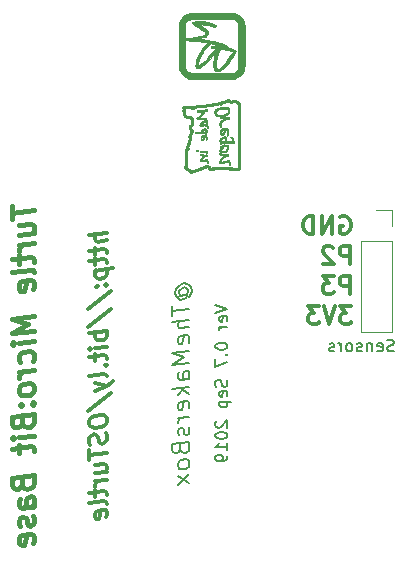
<source format=gbo>
G04 #@! TF.FileFunction,Legend,Bot*
%FSLAX46Y46*%
G04 Gerber Fmt 4.6, Leading zero omitted, Abs format (unit mm)*
G04 Created by KiCad (PCBNEW 4.0.7) date 09/15/19 19:40:42*
%MOMM*%
%LPD*%
G01*
G04 APERTURE LIST*
%ADD10C,0.100000*%
%ADD11C,0.300000*%
%ADD12C,0.200000*%
%ADD13C,0.400000*%
%ADD14C,0.120000*%
%ADD15C,0.002540*%
%ADD16C,0.150000*%
G04 APERTURE END LIST*
D10*
D11*
X155067143Y-84325000D02*
X155210000Y-84253571D01*
X155424286Y-84253571D01*
X155638571Y-84325000D01*
X155781429Y-84467857D01*
X155852857Y-84610714D01*
X155924286Y-84896429D01*
X155924286Y-85110714D01*
X155852857Y-85396429D01*
X155781429Y-85539286D01*
X155638571Y-85682143D01*
X155424286Y-85753571D01*
X155281429Y-85753571D01*
X155067143Y-85682143D01*
X154995714Y-85610714D01*
X154995714Y-85110714D01*
X155281429Y-85110714D01*
X154352857Y-85753571D02*
X154352857Y-84253571D01*
X153495714Y-85753571D01*
X153495714Y-84253571D01*
X152781428Y-85753571D02*
X152781428Y-84253571D01*
X152424285Y-84253571D01*
X152210000Y-84325000D01*
X152067142Y-84467857D01*
X151995714Y-84610714D01*
X151924285Y-84896429D01*
X151924285Y-85110714D01*
X151995714Y-85396429D01*
X152067142Y-85539286D01*
X152210000Y-85682143D01*
X152424285Y-85753571D01*
X152781428Y-85753571D01*
X155852857Y-88303571D02*
X155852857Y-86803571D01*
X155281429Y-86803571D01*
X155138571Y-86875000D01*
X155067143Y-86946429D01*
X154995714Y-87089286D01*
X154995714Y-87303571D01*
X155067143Y-87446429D01*
X155138571Y-87517857D01*
X155281429Y-87589286D01*
X155852857Y-87589286D01*
X154424286Y-86946429D02*
X154352857Y-86875000D01*
X154210000Y-86803571D01*
X153852857Y-86803571D01*
X153710000Y-86875000D01*
X153638571Y-86946429D01*
X153567143Y-87089286D01*
X153567143Y-87232143D01*
X153638571Y-87446429D01*
X154495714Y-88303571D01*
X153567143Y-88303571D01*
X155852857Y-90853571D02*
X155852857Y-89353571D01*
X155281429Y-89353571D01*
X155138571Y-89425000D01*
X155067143Y-89496429D01*
X154995714Y-89639286D01*
X154995714Y-89853571D01*
X155067143Y-89996429D01*
X155138571Y-90067857D01*
X155281429Y-90139286D01*
X155852857Y-90139286D01*
X154495714Y-89353571D02*
X153567143Y-89353571D01*
X154067143Y-89925000D01*
X153852857Y-89925000D01*
X153710000Y-89996429D01*
X153638571Y-90067857D01*
X153567143Y-90210714D01*
X153567143Y-90567857D01*
X153638571Y-90710714D01*
X153710000Y-90782143D01*
X153852857Y-90853571D01*
X154281429Y-90853571D01*
X154424286Y-90782143D01*
X154495714Y-90710714D01*
X155995714Y-91903571D02*
X155067143Y-91903571D01*
X155567143Y-92475000D01*
X155352857Y-92475000D01*
X155210000Y-92546429D01*
X155138571Y-92617857D01*
X155067143Y-92760714D01*
X155067143Y-93117857D01*
X155138571Y-93260714D01*
X155210000Y-93332143D01*
X155352857Y-93403571D01*
X155781429Y-93403571D01*
X155924286Y-93332143D01*
X155995714Y-93260714D01*
X154638572Y-91903571D02*
X154138572Y-93403571D01*
X153638572Y-91903571D01*
X153281429Y-91903571D02*
X152352858Y-91903571D01*
X152852858Y-92475000D01*
X152638572Y-92475000D01*
X152495715Y-92546429D01*
X152424286Y-92617857D01*
X152352858Y-92760714D01*
X152352858Y-93117857D01*
X152424286Y-93260714D01*
X152495715Y-93332143D01*
X152638572Y-93403571D01*
X153067144Y-93403571D01*
X153210001Y-93332143D01*
X153281429Y-93260714D01*
D12*
X141569286Y-90965178D02*
X141497857Y-90902679D01*
X141426429Y-90768750D01*
X141426429Y-90625892D01*
X141497857Y-90474107D01*
X141569286Y-90393750D01*
X141712143Y-90304464D01*
X141855000Y-90286607D01*
X141997857Y-90340179D01*
X142069286Y-90402678D01*
X142140714Y-90536607D01*
X142140714Y-90679465D01*
X142069286Y-90831250D01*
X141997857Y-90911607D01*
X141426429Y-90983035D02*
X141997857Y-90911607D01*
X142069286Y-90974107D01*
X142069286Y-91045535D01*
X141997857Y-91197322D01*
X141855000Y-91286607D01*
X141497857Y-91331250D01*
X141283571Y-91215179D01*
X141140714Y-91018750D01*
X141069286Y-90741964D01*
X141140714Y-90447322D01*
X141283571Y-90215179D01*
X141497857Y-90045536D01*
X141783571Y-89938393D01*
X142069286Y-89974107D01*
X142283571Y-90090179D01*
X142426429Y-90286607D01*
X142497857Y-90563393D01*
X142426429Y-90858035D01*
X142283571Y-91090179D01*
X140783571Y-91849107D02*
X140783571Y-92706250D01*
X142283571Y-92090179D02*
X140783571Y-92277679D01*
X142283571Y-93018750D02*
X140783571Y-93206250D01*
X142283571Y-93661607D02*
X141497857Y-93759821D01*
X141355000Y-93706249D01*
X141283571Y-93572321D01*
X141283571Y-93358036D01*
X141355000Y-93206249D01*
X141426429Y-93125892D01*
X142212143Y-94956249D02*
X142283571Y-94804464D01*
X142283571Y-94518750D01*
X142212143Y-94384821D01*
X142069286Y-94331249D01*
X141497857Y-94402678D01*
X141355000Y-94491964D01*
X141283571Y-94643750D01*
X141283571Y-94929464D01*
X141355000Y-95063392D01*
X141497857Y-95116964D01*
X141640714Y-95099107D01*
X141783571Y-94366964D01*
X142283571Y-95661607D02*
X140783571Y-95849107D01*
X141855000Y-96215178D01*
X140783571Y-96849107D01*
X142283571Y-96661607D01*
X142283571Y-98018750D02*
X141497857Y-98116964D01*
X141355000Y-98063392D01*
X141283571Y-97929464D01*
X141283571Y-97643750D01*
X141355000Y-97491964D01*
X142212143Y-98027678D02*
X142283571Y-97875893D01*
X142283571Y-97518750D01*
X142212143Y-97384821D01*
X142069286Y-97331249D01*
X141926429Y-97349106D01*
X141783571Y-97438393D01*
X141712143Y-97590178D01*
X141712143Y-97947321D01*
X141640714Y-98099107D01*
X142283571Y-98733036D02*
X140783571Y-98920536D01*
X141712143Y-98947321D02*
X142283571Y-99304464D01*
X141283571Y-99429464D02*
X141855000Y-98786607D01*
X142212143Y-100527678D02*
X142283571Y-100375893D01*
X142283571Y-100090179D01*
X142212143Y-99956250D01*
X142069286Y-99902678D01*
X141497857Y-99974107D01*
X141355000Y-100063393D01*
X141283571Y-100215179D01*
X141283571Y-100500893D01*
X141355000Y-100634821D01*
X141497857Y-100688393D01*
X141640714Y-100670536D01*
X141783571Y-99938393D01*
X142283571Y-101233036D02*
X141283571Y-101358036D01*
X141569286Y-101322321D02*
X141426429Y-101411606D01*
X141355000Y-101491964D01*
X141283571Y-101643750D01*
X141283571Y-101786607D01*
X142212143Y-102099106D02*
X142283571Y-102233035D01*
X142283571Y-102518750D01*
X142212143Y-102670535D01*
X142069286Y-102759820D01*
X141997857Y-102768749D01*
X141855000Y-102715178D01*
X141783571Y-102581250D01*
X141783571Y-102366964D01*
X141712143Y-102233035D01*
X141569286Y-102179463D01*
X141497857Y-102188392D01*
X141355000Y-102277678D01*
X141283571Y-102429464D01*
X141283571Y-102643750D01*
X141355000Y-102777678D01*
X141497857Y-103974107D02*
X141569286Y-104179464D01*
X141640714Y-104241964D01*
X141783571Y-104295536D01*
X141997857Y-104268750D01*
X142140714Y-104179464D01*
X142212143Y-104099107D01*
X142283571Y-103947321D01*
X142283571Y-103375893D01*
X140783571Y-103563393D01*
X140783571Y-104063393D01*
X140855000Y-104197321D01*
X140926429Y-104259821D01*
X141069286Y-104313392D01*
X141212143Y-104295535D01*
X141355000Y-104206250D01*
X141426429Y-104125892D01*
X141497857Y-103974107D01*
X141497857Y-103474107D01*
X142283571Y-105090179D02*
X142212143Y-104956249D01*
X142140714Y-104893750D01*
X141997857Y-104840178D01*
X141569286Y-104893749D01*
X141426429Y-104983035D01*
X141355000Y-105063392D01*
X141283571Y-105215179D01*
X141283571Y-105429464D01*
X141355000Y-105563392D01*
X141426429Y-105625892D01*
X141569286Y-105679464D01*
X141997857Y-105625893D01*
X142140714Y-105536607D01*
X142212143Y-105456249D01*
X142283571Y-105304464D01*
X142283571Y-105090179D01*
X142283571Y-106090179D02*
X141283571Y-107000893D01*
X141283571Y-106215179D02*
X142283571Y-106875893D01*
D11*
X135298571Y-85669464D02*
X133798571Y-85856964D01*
X135298571Y-86312321D02*
X134512857Y-86410535D01*
X134370000Y-86356963D01*
X134298571Y-86223035D01*
X134298571Y-86008750D01*
X134370000Y-85856963D01*
X134441429Y-85776606D01*
X134298571Y-86937321D02*
X134298571Y-87508750D01*
X133798571Y-87214107D02*
X135084286Y-87053392D01*
X135227143Y-87106963D01*
X135298571Y-87240893D01*
X135298571Y-87383750D01*
X134298571Y-87794464D02*
X134298571Y-88365893D01*
X133798571Y-88071250D02*
X135084286Y-87910535D01*
X135227143Y-87964106D01*
X135298571Y-88098036D01*
X135298571Y-88240893D01*
X134298571Y-88865893D02*
X135798571Y-88678393D01*
X134370000Y-88856964D02*
X134298571Y-89008750D01*
X134298571Y-89294464D01*
X134370000Y-89428392D01*
X134441429Y-89490892D01*
X134584286Y-89544464D01*
X135012857Y-89490893D01*
X135155714Y-89401607D01*
X135227143Y-89321249D01*
X135298571Y-89169464D01*
X135298571Y-88883750D01*
X135227143Y-88749821D01*
X135155714Y-90115893D02*
X135227143Y-90178392D01*
X135298571Y-90098036D01*
X135227143Y-90035535D01*
X135155714Y-90115893D01*
X135298571Y-90098036D01*
X134370000Y-90214107D02*
X134441429Y-90276606D01*
X134512857Y-90196250D01*
X134441429Y-90133749D01*
X134370000Y-90214107D01*
X134512857Y-90196250D01*
X133727143Y-92080178D02*
X135655714Y-90553393D01*
X133727143Y-93651607D02*
X135655714Y-92124822D01*
X135298571Y-93955180D02*
X133798571Y-94142680D01*
X134370000Y-94071251D02*
X134298571Y-94223037D01*
X134298571Y-94508751D01*
X134370000Y-94642679D01*
X134441429Y-94705179D01*
X134584286Y-94758751D01*
X135012857Y-94705180D01*
X135155714Y-94615894D01*
X135227143Y-94535536D01*
X135298571Y-94383751D01*
X135298571Y-94098037D01*
X135227143Y-93964108D01*
X135298571Y-95312323D02*
X134298571Y-95437323D01*
X133798571Y-95499823D02*
X133870000Y-95419465D01*
X133941429Y-95481965D01*
X133870000Y-95562322D01*
X133798571Y-95499823D01*
X133941429Y-95481965D01*
X134298571Y-95937323D02*
X134298571Y-96508752D01*
X133798571Y-96214109D02*
X135084286Y-96053394D01*
X135227143Y-96106965D01*
X135298571Y-96240895D01*
X135298571Y-96383752D01*
X135155714Y-96901609D02*
X135227143Y-96964108D01*
X135298571Y-96883752D01*
X135227143Y-96821251D01*
X135155714Y-96901609D01*
X135298571Y-96883752D01*
X135298571Y-97812324D02*
X135227143Y-97678394D01*
X135084286Y-97624823D01*
X133798571Y-97785538D01*
X134298571Y-98365895D02*
X135298571Y-98598038D01*
X134298571Y-99080180D02*
X135298571Y-98598038D01*
X135655714Y-98410537D01*
X135727143Y-98330180D01*
X135798571Y-98178395D01*
X133727143Y-100794465D02*
X135655714Y-99267680D01*
X133798571Y-101571252D02*
X133798571Y-101856966D01*
X133870000Y-101990895D01*
X134012857Y-102115895D01*
X134298571Y-102151609D01*
X134798571Y-102089109D01*
X135084286Y-101981966D01*
X135227143Y-101821252D01*
X135298571Y-101669466D01*
X135298571Y-101383752D01*
X135227143Y-101249823D01*
X135084286Y-101124823D01*
X134798571Y-101089109D01*
X134298571Y-101151609D01*
X134012857Y-101258752D01*
X133870000Y-101419466D01*
X133798571Y-101571252D01*
X135227143Y-102606966D02*
X135298571Y-102812324D01*
X135298571Y-103169467D01*
X135227143Y-103321252D01*
X135155714Y-103401610D01*
X135012857Y-103490895D01*
X134870000Y-103508752D01*
X134727143Y-103455181D01*
X134655714Y-103392681D01*
X134584286Y-103258752D01*
X134512857Y-102981967D01*
X134441429Y-102848037D01*
X134370000Y-102785538D01*
X134227143Y-102731966D01*
X134084286Y-102749823D01*
X133941429Y-102839109D01*
X133870000Y-102919466D01*
X133798571Y-103071253D01*
X133798571Y-103428395D01*
X133870000Y-103633752D01*
X133798571Y-104071252D02*
X133798571Y-104928395D01*
X135298571Y-104312324D02*
X133798571Y-104499824D01*
X134298571Y-106008752D02*
X135298571Y-105883752D01*
X134298571Y-105365895D02*
X135084286Y-105267680D01*
X135227143Y-105321251D01*
X135298571Y-105455181D01*
X135298571Y-105669466D01*
X135227143Y-105821251D01*
X135155714Y-105901609D01*
X135298571Y-106598038D02*
X134298571Y-106723038D01*
X134584286Y-106687323D02*
X134441429Y-106776608D01*
X134370000Y-106856966D01*
X134298571Y-107008752D01*
X134298571Y-107151609D01*
X134298571Y-107437323D02*
X134298571Y-108008752D01*
X133798571Y-107714109D02*
X135084286Y-107553394D01*
X135227143Y-107606965D01*
X135298571Y-107740895D01*
X135298571Y-107883752D01*
X135298571Y-108598038D02*
X135227143Y-108464108D01*
X135084286Y-108410537D01*
X133798571Y-108571252D01*
X135227143Y-109749822D02*
X135298571Y-109598037D01*
X135298571Y-109312323D01*
X135227143Y-109178394D01*
X135084286Y-109124822D01*
X134512857Y-109196251D01*
X134370000Y-109285537D01*
X134298571Y-109437323D01*
X134298571Y-109723037D01*
X134370000Y-109856965D01*
X134512857Y-109910537D01*
X134655714Y-109892680D01*
X134798571Y-109160537D01*
D12*
X144486381Y-91789238D02*
X145486381Y-92122571D01*
X144486381Y-92455905D01*
X145438762Y-93170191D02*
X145486381Y-93074953D01*
X145486381Y-92884476D01*
X145438762Y-92789238D01*
X145343524Y-92741619D01*
X144962571Y-92741619D01*
X144867333Y-92789238D01*
X144819714Y-92884476D01*
X144819714Y-93074953D01*
X144867333Y-93170191D01*
X144962571Y-93217810D01*
X145057810Y-93217810D01*
X145153048Y-92741619D01*
X145486381Y-93646381D02*
X144819714Y-93646381D01*
X145010190Y-93646381D02*
X144914952Y-93694000D01*
X144867333Y-93741619D01*
X144819714Y-93836857D01*
X144819714Y-93932096D01*
X144486381Y-95217810D02*
X144486381Y-95313049D01*
X144534000Y-95408287D01*
X144581619Y-95455906D01*
X144676857Y-95503525D01*
X144867333Y-95551144D01*
X145105429Y-95551144D01*
X145295905Y-95503525D01*
X145391143Y-95455906D01*
X145438762Y-95408287D01*
X145486381Y-95313049D01*
X145486381Y-95217810D01*
X145438762Y-95122572D01*
X145391143Y-95074953D01*
X145295905Y-95027334D01*
X145105429Y-94979715D01*
X144867333Y-94979715D01*
X144676857Y-95027334D01*
X144581619Y-95074953D01*
X144534000Y-95122572D01*
X144486381Y-95217810D01*
X145391143Y-95979715D02*
X145438762Y-96027334D01*
X145486381Y-95979715D01*
X145438762Y-95932096D01*
X145391143Y-95979715D01*
X145486381Y-95979715D01*
X144486381Y-96360667D02*
X144486381Y-97027334D01*
X145486381Y-96598762D01*
X145438762Y-98122572D02*
X145486381Y-98265429D01*
X145486381Y-98503525D01*
X145438762Y-98598763D01*
X145391143Y-98646382D01*
X145295905Y-98694001D01*
X145200667Y-98694001D01*
X145105429Y-98646382D01*
X145057810Y-98598763D01*
X145010190Y-98503525D01*
X144962571Y-98313048D01*
X144914952Y-98217810D01*
X144867333Y-98170191D01*
X144772095Y-98122572D01*
X144676857Y-98122572D01*
X144581619Y-98170191D01*
X144534000Y-98217810D01*
X144486381Y-98313048D01*
X144486381Y-98551144D01*
X144534000Y-98694001D01*
X145438762Y-99503525D02*
X145486381Y-99408287D01*
X145486381Y-99217810D01*
X145438762Y-99122572D01*
X145343524Y-99074953D01*
X144962571Y-99074953D01*
X144867333Y-99122572D01*
X144819714Y-99217810D01*
X144819714Y-99408287D01*
X144867333Y-99503525D01*
X144962571Y-99551144D01*
X145057810Y-99551144D01*
X145153048Y-99074953D01*
X144819714Y-99979715D02*
X145819714Y-99979715D01*
X144867333Y-99979715D02*
X144819714Y-100074953D01*
X144819714Y-100265430D01*
X144867333Y-100360668D01*
X144914952Y-100408287D01*
X145010190Y-100455906D01*
X145295905Y-100455906D01*
X145391143Y-100408287D01*
X145438762Y-100360668D01*
X145486381Y-100265430D01*
X145486381Y-100074953D01*
X145438762Y-99979715D01*
X144581619Y-101598763D02*
X144534000Y-101646382D01*
X144486381Y-101741620D01*
X144486381Y-101979716D01*
X144534000Y-102074954D01*
X144581619Y-102122573D01*
X144676857Y-102170192D01*
X144772095Y-102170192D01*
X144914952Y-102122573D01*
X145486381Y-101551144D01*
X145486381Y-102170192D01*
X144486381Y-102789239D02*
X144486381Y-102884478D01*
X144534000Y-102979716D01*
X144581619Y-103027335D01*
X144676857Y-103074954D01*
X144867333Y-103122573D01*
X145105429Y-103122573D01*
X145295905Y-103074954D01*
X145391143Y-103027335D01*
X145438762Y-102979716D01*
X145486381Y-102884478D01*
X145486381Y-102789239D01*
X145438762Y-102694001D01*
X145391143Y-102646382D01*
X145295905Y-102598763D01*
X145105429Y-102551144D01*
X144867333Y-102551144D01*
X144676857Y-102598763D01*
X144581619Y-102646382D01*
X144534000Y-102694001D01*
X144486381Y-102789239D01*
X145486381Y-104074954D02*
X145486381Y-103503525D01*
X145486381Y-103789239D02*
X144486381Y-103789239D01*
X144629238Y-103694001D01*
X144724476Y-103598763D01*
X144772095Y-103503525D01*
X145486381Y-104551144D02*
X145486381Y-104741620D01*
X145438762Y-104836859D01*
X145391143Y-104884478D01*
X145248286Y-104979716D01*
X145057810Y-105027335D01*
X144676857Y-105027335D01*
X144581619Y-104979716D01*
X144534000Y-104932097D01*
X144486381Y-104836859D01*
X144486381Y-104646382D01*
X144534000Y-104551144D01*
X144581619Y-104503525D01*
X144676857Y-104455906D01*
X144914952Y-104455906D01*
X145010190Y-104503525D01*
X145057810Y-104551144D01*
X145105429Y-104646382D01*
X145105429Y-104836859D01*
X145057810Y-104932097D01*
X145010190Y-104979716D01*
X144914952Y-105027335D01*
D13*
X127256905Y-83424970D02*
X127256905Y-84482113D01*
X129106905Y-83722292D02*
X127256905Y-83953542D01*
X127873571Y-85814554D02*
X129106905Y-85660387D01*
X127873571Y-85021697D02*
X128842619Y-84900566D01*
X129018810Y-84966637D01*
X129106905Y-85131816D01*
X129106905Y-85396102D01*
X129018810Y-85583304D01*
X128930714Y-85682411D01*
X129106905Y-86541340D02*
X127873571Y-86695507D01*
X128225952Y-86651459D02*
X128049762Y-86761578D01*
X127961667Y-86860686D01*
X127873571Y-87047888D01*
X127873571Y-87224079D01*
X127873571Y-87576459D02*
X127873571Y-88281221D01*
X127256905Y-87917828D02*
X128842619Y-87719614D01*
X129018810Y-87785685D01*
X129106905Y-87950864D01*
X129106905Y-88127054D01*
X129106905Y-89008007D02*
X129018810Y-88842828D01*
X128842619Y-88776757D01*
X127256905Y-88974971D01*
X129018810Y-90428543D02*
X129106905Y-90241341D01*
X129106905Y-89888960D01*
X129018810Y-89723781D01*
X128842619Y-89657710D01*
X128137857Y-89745805D01*
X127961667Y-89855924D01*
X127873571Y-90043127D01*
X127873571Y-90395508D01*
X127961667Y-90560686D01*
X128137857Y-90626757D01*
X128314048Y-90604733D01*
X128490238Y-89701757D01*
X129106905Y-92708007D02*
X127256905Y-92939257D01*
X128578333Y-93390745D01*
X127256905Y-94172591D01*
X129106905Y-93941341D01*
X129106905Y-94822293D02*
X127873571Y-94976460D01*
X127256905Y-95053543D02*
X127345000Y-94954436D01*
X127433095Y-95031519D01*
X127345000Y-95130626D01*
X127256905Y-95053543D01*
X127433095Y-95031519D01*
X129018810Y-96507114D02*
X129106905Y-96319912D01*
X129106905Y-95967531D01*
X129018810Y-95802352D01*
X128930714Y-95725269D01*
X128754524Y-95659198D01*
X128225952Y-95725269D01*
X128049762Y-95835388D01*
X127961667Y-95934495D01*
X127873571Y-96121698D01*
X127873571Y-96474079D01*
X127961667Y-96639257D01*
X129106905Y-97288959D02*
X127873571Y-97443126D01*
X128225952Y-97399078D02*
X128049762Y-97509197D01*
X127961667Y-97608305D01*
X127873571Y-97795507D01*
X127873571Y-97971698D01*
X129106905Y-98698483D02*
X129018810Y-98533304D01*
X128930714Y-98456221D01*
X128754524Y-98390150D01*
X128225952Y-98456221D01*
X128049762Y-98566340D01*
X127961667Y-98665447D01*
X127873571Y-98852650D01*
X127873571Y-99116936D01*
X127961667Y-99282114D01*
X128049762Y-99359197D01*
X128225952Y-99425269D01*
X128754524Y-99359198D01*
X128930714Y-99249078D01*
X129018810Y-99149971D01*
X129106905Y-98962769D01*
X129106905Y-98698483D01*
X128930714Y-100130031D02*
X129018810Y-100207114D01*
X129106905Y-100108007D01*
X129018810Y-100030924D01*
X128930714Y-100130031D01*
X129106905Y-100108007D01*
X127961667Y-100251162D02*
X128049762Y-100328245D01*
X128137857Y-100229138D01*
X128049762Y-100152055D01*
X127961667Y-100251162D01*
X128137857Y-100229138D01*
X128137857Y-101726757D02*
X128225952Y-101980031D01*
X128314048Y-102057114D01*
X128490238Y-102123185D01*
X128754524Y-102090150D01*
X128930714Y-101980031D01*
X129018810Y-101880924D01*
X129106905Y-101693721D01*
X129106905Y-100988959D01*
X127256905Y-101220209D01*
X127256905Y-101836876D01*
X127345000Y-102002054D01*
X127433095Y-102079138D01*
X127609286Y-102145209D01*
X127785476Y-102123186D01*
X127961667Y-102013067D01*
X128049762Y-101913959D01*
X128137857Y-101726757D01*
X128137857Y-101110090D01*
X129106905Y-102838959D02*
X127873571Y-102993126D01*
X127256905Y-103070209D02*
X127345000Y-102971102D01*
X127433095Y-103048185D01*
X127345000Y-103147292D01*
X127256905Y-103070209D01*
X127433095Y-103048185D01*
X127873571Y-103609792D02*
X127873571Y-104314554D01*
X127256905Y-103951161D02*
X128842619Y-103752947D01*
X129018810Y-103819018D01*
X129106905Y-103984197D01*
X129106905Y-104160387D01*
X128137857Y-106924376D02*
X128225952Y-107177650D01*
X128314048Y-107254733D01*
X128490238Y-107320804D01*
X128754524Y-107287769D01*
X128930714Y-107177650D01*
X129018810Y-107078543D01*
X129106905Y-106891340D01*
X129106905Y-106186578D01*
X127256905Y-106417828D01*
X127256905Y-107034495D01*
X127345000Y-107199673D01*
X127433095Y-107276757D01*
X127609286Y-107342828D01*
X127785476Y-107320805D01*
X127961667Y-107210686D01*
X128049762Y-107111578D01*
X128137857Y-106924376D01*
X128137857Y-106307709D01*
X129106905Y-108829435D02*
X128137857Y-108950566D01*
X127961667Y-108884495D01*
X127873571Y-108719317D01*
X127873571Y-108366936D01*
X127961667Y-108179733D01*
X129018810Y-108840447D02*
X129106905Y-108653245D01*
X129106905Y-108212769D01*
X129018810Y-108047590D01*
X128842619Y-107981519D01*
X128666429Y-108003542D01*
X128490238Y-108113661D01*
X128402143Y-108300864D01*
X128402143Y-108741340D01*
X128314048Y-108928542D01*
X129018810Y-109633305D02*
X129106905Y-109798483D01*
X129106905Y-110150864D01*
X129018810Y-110338067D01*
X128842619Y-110448186D01*
X128754524Y-110459198D01*
X128578333Y-110393126D01*
X128490238Y-110227947D01*
X128490238Y-109963662D01*
X128402143Y-109798483D01*
X128225952Y-109732412D01*
X128137857Y-109743424D01*
X127961667Y-109853543D01*
X127873571Y-110040746D01*
X127873571Y-110305031D01*
X127961667Y-110470210D01*
X129018810Y-111923781D02*
X129106905Y-111736579D01*
X129106905Y-111384198D01*
X129018810Y-111219019D01*
X128842619Y-111152948D01*
X128137857Y-111241043D01*
X127961667Y-111351162D01*
X127873571Y-111538365D01*
X127873571Y-111890746D01*
X127961667Y-112055924D01*
X128137857Y-112121995D01*
X128314048Y-112099971D01*
X128490238Y-111196995D01*
D14*
X159445000Y-94040000D02*
X156785000Y-94040000D01*
X159445000Y-86360000D02*
X159445000Y-94040000D01*
X156785000Y-86360000D02*
X156785000Y-94040000D01*
X159445000Y-86360000D02*
X156785000Y-86360000D01*
X159445000Y-85090000D02*
X159445000Y-83760000D01*
X159445000Y-83760000D02*
X158115000Y-83760000D01*
D15*
G36*
X142384780Y-80566260D02*
X142422880Y-80566260D01*
X142448280Y-80563720D01*
X142471140Y-80561180D01*
X142488920Y-80556100D01*
X142509240Y-80545940D01*
X142516860Y-80543400D01*
X142544800Y-80530700D01*
X142570200Y-80520540D01*
X142600680Y-80510380D01*
X142636240Y-80500220D01*
X142681960Y-80490060D01*
X142735300Y-80477360D01*
X142753080Y-80472280D01*
X142826740Y-80457040D01*
X142887700Y-80439260D01*
X142941040Y-80424020D01*
X142986760Y-80403700D01*
X143027400Y-80383380D01*
X142397480Y-80383380D01*
X142382240Y-80383380D01*
X142369540Y-80380840D01*
X142356840Y-80373220D01*
X142341600Y-80360520D01*
X142323820Y-80337660D01*
X142313660Y-80327500D01*
X142290800Y-80299560D01*
X142265400Y-80274160D01*
X142242540Y-80256380D01*
X142234920Y-80248760D01*
X142217140Y-80236060D01*
X142191740Y-80215740D01*
X142161260Y-80190340D01*
X142130780Y-80164940D01*
X142128240Y-80162400D01*
X142100300Y-80139540D01*
X142074900Y-80119220D01*
X142057120Y-80106520D01*
X142046960Y-80098900D01*
X142044420Y-80098900D01*
X142039340Y-80093820D01*
X142039340Y-80076040D01*
X142039340Y-80050640D01*
X142044420Y-80020160D01*
X142049500Y-79989680D01*
X142052040Y-79979520D01*
X142054580Y-79966820D01*
X142059660Y-79954120D01*
X142059660Y-79938880D01*
X142062200Y-79921100D01*
X142064740Y-79895700D01*
X142067280Y-79862680D01*
X142067280Y-79824580D01*
X142069820Y-79776320D01*
X142069820Y-79717900D01*
X142072360Y-79646780D01*
X142074900Y-79562960D01*
X142074900Y-79509620D01*
X142077440Y-79423260D01*
X142077440Y-79336900D01*
X142079980Y-79250540D01*
X142079980Y-79166720D01*
X142082520Y-79087980D01*
X142082520Y-79016860D01*
X142082520Y-78953360D01*
X142082520Y-78905100D01*
X142082520Y-78892400D01*
X142082520Y-78699360D01*
X142143480Y-78638400D01*
X142201900Y-78577440D01*
X142201900Y-78536800D01*
X142201900Y-78508860D01*
X142199360Y-78473300D01*
X142194280Y-78445360D01*
X142191740Y-78412340D01*
X142194280Y-78381860D01*
X142199360Y-78348840D01*
X142209520Y-78308200D01*
X142227300Y-78262480D01*
X142250160Y-78206600D01*
X142255240Y-78191360D01*
X142275560Y-78148180D01*
X142288260Y-78115160D01*
X142295880Y-78087220D01*
X142300960Y-78061820D01*
X142306040Y-78033880D01*
X142308580Y-78016100D01*
X142313660Y-77970380D01*
X142318740Y-77934820D01*
X142326360Y-77906880D01*
X142336520Y-77886560D01*
X142349220Y-77866240D01*
X142369540Y-77845920D01*
X142372080Y-77843380D01*
X142392400Y-77820520D01*
X142410180Y-77795120D01*
X142422880Y-77777340D01*
X142422880Y-77777340D01*
X142427960Y-77757020D01*
X142433040Y-77726540D01*
X142440660Y-77690980D01*
X142443200Y-77652880D01*
X142448280Y-77619860D01*
X142448280Y-77594460D01*
X142445740Y-77579220D01*
X142438120Y-77566520D01*
X142425420Y-77543660D01*
X142407640Y-77523340D01*
X142387320Y-77500480D01*
X142379700Y-77485240D01*
X142377160Y-77475080D01*
X142379700Y-77470000D01*
X142387320Y-77459840D01*
X142400020Y-77439520D01*
X142417800Y-77411580D01*
X142438120Y-77381100D01*
X142443200Y-77373480D01*
X142496540Y-77287120D01*
X142499080Y-77210920D01*
X142501620Y-77175360D01*
X142504160Y-77152500D01*
X142506700Y-77139800D01*
X142511780Y-77129640D01*
X142519400Y-77124560D01*
X142524480Y-77122020D01*
X142547340Y-77101700D01*
X142562580Y-77073760D01*
X142570200Y-77043280D01*
X142570200Y-77038200D01*
X142562580Y-77010260D01*
X142544800Y-76982320D01*
X142514320Y-76954380D01*
X142501620Y-76944220D01*
X142488920Y-76931520D01*
X142478760Y-76923900D01*
X142471140Y-76913740D01*
X142463520Y-76901040D01*
X142460980Y-76880720D01*
X142455900Y-76855320D01*
X142450820Y-76817220D01*
X142448280Y-76768960D01*
X142445740Y-76753720D01*
X142435580Y-76644500D01*
X142463520Y-76614020D01*
X142496540Y-76578460D01*
X142521940Y-76542900D01*
X142542260Y-76512420D01*
X142547340Y-76502260D01*
X142552420Y-76479400D01*
X142557500Y-76446380D01*
X142562580Y-76403200D01*
X142567660Y-76357480D01*
X142572740Y-76306680D01*
X142575280Y-76258420D01*
X142575280Y-76212700D01*
X142575280Y-76210160D01*
X142575280Y-76161900D01*
X142570200Y-76118720D01*
X142565120Y-76075540D01*
X142554960Y-76027280D01*
X142544800Y-75981560D01*
X142534640Y-75948540D01*
X142521940Y-75923140D01*
X142509240Y-75900280D01*
X142488920Y-75877420D01*
X142463520Y-75852020D01*
X142443200Y-75834240D01*
X142422880Y-75819000D01*
X142400020Y-75811380D01*
X142372080Y-75803760D01*
X142336520Y-75796140D01*
X142293340Y-75793600D01*
X142242540Y-75788520D01*
X142163800Y-75780900D01*
X142095220Y-75768200D01*
X142039340Y-75747880D01*
X141993620Y-75722480D01*
X141988540Y-75719940D01*
X141963140Y-75694540D01*
X141935200Y-75656440D01*
X141927580Y-75643740D01*
X141914880Y-75615800D01*
X141904720Y-75592940D01*
X141902180Y-75575160D01*
X141902180Y-75552300D01*
X141902180Y-75549760D01*
X141902180Y-75511660D01*
X141894560Y-75468480D01*
X141886940Y-75438000D01*
X141874240Y-75399900D01*
X141869160Y-75371960D01*
X141866620Y-75354180D01*
X141871700Y-75338940D01*
X141876780Y-75323700D01*
X141881860Y-75316080D01*
X141897100Y-75285600D01*
X141902180Y-75242420D01*
X141897100Y-75194160D01*
X141892020Y-75178920D01*
X141886940Y-75156060D01*
X141881860Y-75135740D01*
X141881860Y-75128120D01*
X141886940Y-75128120D01*
X141907260Y-75125580D01*
X141930120Y-75125580D01*
X141932660Y-75125580D01*
X141960600Y-75125580D01*
X141980920Y-75123040D01*
X141998700Y-75117960D01*
X142016480Y-75105260D01*
X142049500Y-75082400D01*
X142168880Y-75090020D01*
X142214600Y-75092560D01*
X142247620Y-75097640D01*
X142273020Y-75100180D01*
X142290800Y-75105260D01*
X142306040Y-75110340D01*
X142321280Y-75117960D01*
X142328900Y-75123040D01*
X142359380Y-75138280D01*
X142387320Y-75145900D01*
X142407640Y-75145900D01*
X142435580Y-75148440D01*
X142458440Y-75150980D01*
X142466060Y-75153520D01*
X142483840Y-75156060D01*
X142509240Y-75161140D01*
X142542260Y-75161140D01*
X142554960Y-75161140D01*
X142587980Y-75161140D01*
X142608300Y-75161140D01*
X142623540Y-75156060D01*
X142633700Y-75148440D01*
X142646400Y-75138280D01*
X142648940Y-75135740D01*
X142664180Y-75115420D01*
X142671800Y-75095100D01*
X142674340Y-75092560D01*
X142674340Y-75082400D01*
X142679420Y-75077320D01*
X142694660Y-75072240D01*
X142720060Y-75069700D01*
X142753080Y-75067160D01*
X142791180Y-75064620D01*
X142814040Y-75064620D01*
X142857220Y-75062080D01*
X142913100Y-75057000D01*
X142984220Y-75049380D01*
X143070580Y-75036680D01*
X143169640Y-75018900D01*
X143177260Y-75018900D01*
X143220440Y-75011280D01*
X143261080Y-75006200D01*
X143291560Y-75001120D01*
X143314420Y-74998580D01*
X143322040Y-74996040D01*
X143334740Y-74996040D01*
X143357600Y-74998580D01*
X143388080Y-74998580D01*
X143418560Y-75001120D01*
X143451580Y-75001120D01*
X143482060Y-75003660D01*
X143502380Y-75006200D01*
X143510000Y-75008740D01*
X143535400Y-75018900D01*
X143565880Y-75021440D01*
X143596360Y-75018900D01*
X143621760Y-75008740D01*
X143634460Y-74993500D01*
X143647160Y-74985880D01*
X143672560Y-74978260D01*
X143713200Y-74968100D01*
X143769080Y-74960480D01*
X143837660Y-74950320D01*
X143916400Y-74942700D01*
X143977360Y-74937620D01*
X144030700Y-74932540D01*
X144081500Y-74927460D01*
X144124680Y-74922380D01*
X144160240Y-74917300D01*
X144185640Y-74914760D01*
X144198340Y-74912220D01*
X144218660Y-74902060D01*
X144246600Y-74891900D01*
X144272000Y-74881740D01*
X144292320Y-74874120D01*
X144307560Y-74866500D01*
X144325340Y-74863960D01*
X144345660Y-74861420D01*
X144371060Y-74861420D01*
X144404080Y-74863960D01*
X144449800Y-74866500D01*
X144470120Y-74866500D01*
X144515840Y-74869040D01*
X144551400Y-74869040D01*
X144579340Y-74863960D01*
X144604740Y-74856340D01*
X144632680Y-74843640D01*
X144665700Y-74823320D01*
X144703800Y-74805540D01*
X144731740Y-74795380D01*
X144759680Y-74790300D01*
X144787620Y-74795380D01*
X144825720Y-74805540D01*
X144835880Y-74810620D01*
X144873980Y-74823320D01*
X144904460Y-74830940D01*
X144924780Y-74830940D01*
X144942560Y-74828400D01*
X144957800Y-74820780D01*
X144960340Y-74820780D01*
X144975580Y-74805540D01*
X144993360Y-74780140D01*
X145011140Y-74749660D01*
X145023840Y-74716640D01*
X145031460Y-74696320D01*
X145036540Y-74676000D01*
X145125440Y-74676000D01*
X145216880Y-74676000D01*
X145280380Y-74645520D01*
X145348960Y-74612500D01*
X145407380Y-74587100D01*
X145455640Y-74566780D01*
X145491200Y-74554080D01*
X145511520Y-74549000D01*
X145529300Y-74546460D01*
X145544540Y-74546460D01*
X145559780Y-74554080D01*
X145580100Y-74569320D01*
X145582640Y-74569320D01*
X145623280Y-74597260D01*
X145661380Y-74620120D01*
X145707100Y-74637900D01*
X145735040Y-74645520D01*
X145788380Y-74660760D01*
X145887440Y-74637900D01*
X145953480Y-74622660D01*
X146006820Y-74615040D01*
X146052540Y-74609960D01*
X146093180Y-74609960D01*
X146131280Y-74617580D01*
X146169380Y-74627740D01*
X146169380Y-74627740D01*
X146212560Y-74642980D01*
X146250660Y-74655680D01*
X146283680Y-74670920D01*
X146306540Y-74681080D01*
X146316700Y-74691240D01*
X146319240Y-74691240D01*
X146321780Y-74701400D01*
X146329400Y-74721720D01*
X146334480Y-74729340D01*
X146342100Y-74752200D01*
X146349720Y-74787760D01*
X146354800Y-74836020D01*
X146357340Y-74896980D01*
X146359880Y-74973180D01*
X146362420Y-75062080D01*
X146362420Y-75163680D01*
X146362420Y-75173840D01*
X146364960Y-75229720D01*
X146364960Y-75295760D01*
X146367500Y-75369420D01*
X146367500Y-75448160D01*
X146370040Y-75526900D01*
X146375120Y-75600560D01*
X146375120Y-75620880D01*
X146382740Y-75857100D01*
X146392900Y-76083160D01*
X146397980Y-76306680D01*
X146403060Y-76530200D01*
X146408140Y-76751180D01*
X146410680Y-76974700D01*
X146413220Y-77200760D01*
X146413220Y-77434440D01*
X146413220Y-77673200D01*
X146413220Y-77924660D01*
X146410680Y-78186280D01*
X146408140Y-78318360D01*
X146405600Y-78503780D01*
X146403060Y-78673960D01*
X146400520Y-78831440D01*
X146397980Y-78976220D01*
X146395440Y-79110840D01*
X146392900Y-79235300D01*
X146390360Y-79352140D01*
X146387820Y-79458820D01*
X146382740Y-79557880D01*
X146380200Y-79649320D01*
X146377660Y-79738220D01*
X146372580Y-79822040D01*
X146370040Y-79867760D01*
X146367500Y-79931260D01*
X146362420Y-79989680D01*
X146359880Y-80043020D01*
X146357340Y-80088740D01*
X146354800Y-80121760D01*
X146354800Y-80144620D01*
X146354800Y-80157320D01*
X146354800Y-80157320D01*
X146347180Y-80157320D01*
X146324320Y-80154780D01*
X146291300Y-80154780D01*
X146243040Y-80152240D01*
X146184620Y-80149700D01*
X146116040Y-80147160D01*
X146037300Y-80142080D01*
X145950940Y-80139540D01*
X145854420Y-80134460D01*
X145752820Y-80129380D01*
X145646140Y-80126840D01*
X145531840Y-80121760D01*
X145415000Y-80114140D01*
X145399760Y-80114140D01*
X145260060Y-80109060D01*
X145133060Y-80103980D01*
X145018760Y-80098900D01*
X144917160Y-80093820D01*
X144828260Y-80088740D01*
X144749520Y-80086200D01*
X144683480Y-80083660D01*
X144622520Y-80081120D01*
X144574260Y-80081120D01*
X144531080Y-80081120D01*
X144498060Y-80081120D01*
X144467580Y-80081120D01*
X144444720Y-80081120D01*
X144426940Y-80083660D01*
X144411700Y-80086200D01*
X144401540Y-80088740D01*
X144391380Y-80091280D01*
X144383760Y-80096360D01*
X144378680Y-80101440D01*
X144371060Y-80106520D01*
X144363440Y-80111600D01*
X144348200Y-80124300D01*
X144332960Y-80131920D01*
X144317720Y-80134460D01*
X144292320Y-80131920D01*
X144282160Y-80131920D01*
X144246600Y-80131920D01*
X144213580Y-80134460D01*
X144172940Y-80144620D01*
X144170400Y-80144620D01*
X144127220Y-80157320D01*
X144096740Y-80164940D01*
X144073880Y-80167480D01*
X144061180Y-80167480D01*
X144051020Y-80164940D01*
X144045940Y-80157320D01*
X144043400Y-80157320D01*
X144038320Y-80139540D01*
X144030700Y-80116680D01*
X144030700Y-80106520D01*
X144023080Y-80078580D01*
X144012920Y-80055720D01*
X143997680Y-80035400D01*
X143974820Y-80017620D01*
X143939260Y-79994760D01*
X143903700Y-79976980D01*
X143814800Y-79933800D01*
X143736060Y-79941420D01*
X143705580Y-79946500D01*
X143677640Y-79951580D01*
X143652240Y-79959200D01*
X143624300Y-79966820D01*
X143588740Y-79979520D01*
X143545560Y-79999840D01*
X143532860Y-80004920D01*
X143482060Y-80025240D01*
X143431260Y-80048100D01*
X143377920Y-80070960D01*
X143332200Y-80091280D01*
X143314420Y-80101440D01*
X143276320Y-80116680D01*
X143248380Y-80129380D01*
X143228060Y-80137000D01*
X143215360Y-80139540D01*
X143205200Y-80137000D01*
X143195040Y-80137000D01*
X143169640Y-80129380D01*
X143139160Y-80129380D01*
X143106140Y-80139540D01*
X143065500Y-80157320D01*
X143017240Y-80182720D01*
X143014700Y-80185260D01*
X142974060Y-80208120D01*
X142938500Y-80228440D01*
X142908020Y-80243680D01*
X142877540Y-80253840D01*
X142844520Y-80266540D01*
X142803880Y-80276700D01*
X142758160Y-80286860D01*
X142712440Y-80297020D01*
X142648940Y-80312260D01*
X142598140Y-80324960D01*
X142557500Y-80335120D01*
X142524480Y-80345280D01*
X142496540Y-80355440D01*
X142473680Y-80363060D01*
X142463520Y-80370680D01*
X142435580Y-80378300D01*
X142405100Y-80383380D01*
X142397480Y-80383380D01*
X143027400Y-80383380D01*
X143029940Y-80380840D01*
X143045180Y-80375760D01*
X143073120Y-80357980D01*
X143095980Y-80347820D01*
X143108680Y-80342740D01*
X143118840Y-80342740D01*
X143129000Y-80347820D01*
X143146780Y-80350360D01*
X143164560Y-80352900D01*
X143187420Y-80347820D01*
X143215360Y-80340200D01*
X143250920Y-80324960D01*
X143299180Y-80304640D01*
X143329660Y-80289400D01*
X143410940Y-80253840D01*
X143487140Y-80218280D01*
X143555720Y-80190340D01*
X143616680Y-80164940D01*
X143667480Y-80144620D01*
X143708120Y-80131920D01*
X143736060Y-80124300D01*
X143738600Y-80124300D01*
X143766540Y-80119220D01*
X143784320Y-80121760D01*
X143804640Y-80126840D01*
X143817340Y-80134460D01*
X143837660Y-80144620D01*
X143850360Y-80157320D01*
X143857980Y-80172560D01*
X143863060Y-80195420D01*
X143865600Y-80208120D01*
X143868140Y-80223360D01*
X143878300Y-80241140D01*
X143893540Y-80258920D01*
X143918940Y-80286860D01*
X143929100Y-80294480D01*
X143954500Y-80319880D01*
X143972280Y-80337660D01*
X143984980Y-80347820D01*
X143997680Y-80352900D01*
X144012920Y-80352900D01*
X144023080Y-80352900D01*
X144076420Y-80350360D01*
X144137380Y-80337660D01*
X144200880Y-80322420D01*
X144228820Y-80314800D01*
X144251680Y-80312260D01*
X144274540Y-80312260D01*
X144305020Y-80314800D01*
X144310100Y-80317340D01*
X144343120Y-80319880D01*
X144371060Y-80319880D01*
X144393920Y-80312260D01*
X144421860Y-80294480D01*
X144444720Y-80276700D01*
X144472660Y-80253840D01*
X145453100Y-80297020D01*
X145572480Y-80302100D01*
X145689320Y-80307180D01*
X145801080Y-80312260D01*
X145907760Y-80317340D01*
X146006820Y-80319880D01*
X146098260Y-80324960D01*
X146182080Y-80327500D01*
X146255740Y-80330040D01*
X146319240Y-80332580D01*
X146372580Y-80335120D01*
X146413220Y-80335120D01*
X146441160Y-80335120D01*
X146456400Y-80335120D01*
X146456400Y-80335120D01*
X146481800Y-80324960D01*
X146504660Y-80304640D01*
X146519900Y-80281780D01*
X146522440Y-80276700D01*
X146524980Y-80264000D01*
X146527520Y-80236060D01*
X146530060Y-80197960D01*
X146535140Y-80149700D01*
X146537680Y-80091280D01*
X146542760Y-80027780D01*
X146545300Y-79954120D01*
X146550380Y-79877920D01*
X146552920Y-79796640D01*
X146558000Y-79715360D01*
X146560540Y-79631540D01*
X146563080Y-79550260D01*
X146565620Y-79468980D01*
X146568160Y-79392780D01*
X146570700Y-79321660D01*
X146573240Y-79278480D01*
X146573240Y-79217520D01*
X146575780Y-79143860D01*
X146575780Y-79060040D01*
X146578320Y-78968600D01*
X146580860Y-78867000D01*
X146580860Y-78760320D01*
X146583400Y-78651100D01*
X146583400Y-78536800D01*
X146585940Y-78425040D01*
X146588480Y-78315820D01*
X146588480Y-78272640D01*
X146588480Y-78171040D01*
X146591020Y-78069440D01*
X146591020Y-77970380D01*
X146593560Y-77873860D01*
X146593560Y-77784960D01*
X146593560Y-77701140D01*
X146596100Y-77627480D01*
X146596100Y-77563980D01*
X146596100Y-77510640D01*
X146596100Y-77470000D01*
X146596100Y-77447140D01*
X146596100Y-77411580D01*
X146596100Y-77360780D01*
X146596100Y-77299820D01*
X146596100Y-77228700D01*
X146596100Y-77152500D01*
X146593560Y-77071220D01*
X146593560Y-76987400D01*
X146591020Y-76903580D01*
X146591020Y-76868020D01*
X146588480Y-76713080D01*
X146583400Y-76563220D01*
X146580860Y-76415900D01*
X146575780Y-76276200D01*
X146573240Y-76144120D01*
X146568160Y-76019660D01*
X146565620Y-75905360D01*
X146563080Y-75803760D01*
X146558000Y-75717400D01*
X146558000Y-75699620D01*
X146555460Y-75643740D01*
X146552920Y-75577700D01*
X146552920Y-75506580D01*
X146550380Y-75435460D01*
X146550380Y-75366880D01*
X146550380Y-75341480D01*
X146550380Y-75275440D01*
X146547840Y-75201780D01*
X146547840Y-75120500D01*
X146542760Y-75041760D01*
X146540220Y-74965560D01*
X146540220Y-74927460D01*
X146527520Y-74711560D01*
X146494500Y-74640440D01*
X146476720Y-74607420D01*
X146464020Y-74582020D01*
X146451320Y-74564240D01*
X146446240Y-74559160D01*
X146425920Y-74543920D01*
X146395440Y-74528680D01*
X146354800Y-74508360D01*
X146311620Y-74490580D01*
X146268440Y-74472800D01*
X146230340Y-74457560D01*
X146189700Y-74444860D01*
X146156680Y-74437240D01*
X146131280Y-74432160D01*
X146100800Y-74429620D01*
X146080480Y-74429620D01*
X146006820Y-74434700D01*
X145923000Y-74447400D01*
X145849340Y-74462640D01*
X145813780Y-74470260D01*
X145785840Y-74470260D01*
X145755360Y-74462640D01*
X145722340Y-74447400D01*
X145684240Y-74424540D01*
X145666460Y-74409300D01*
X145630900Y-74386440D01*
X145605500Y-74371200D01*
X145580100Y-74363580D01*
X145554700Y-74361040D01*
X145521680Y-74363580D01*
X145483580Y-74371200D01*
X145453100Y-74378820D01*
X145412460Y-74391520D01*
X145366740Y-74409300D01*
X145313400Y-74429620D01*
X145262600Y-74455020D01*
X145219420Y-74475340D01*
X145201640Y-74482960D01*
X145186400Y-74490580D01*
X145168620Y-74493120D01*
X145148300Y-74495660D01*
X145117820Y-74495660D01*
X145077180Y-74495660D01*
X145072100Y-74495660D01*
X145023840Y-74498200D01*
X144983200Y-74500740D01*
X144955260Y-74505820D01*
X144932400Y-74518520D01*
X144912080Y-74536300D01*
X144894300Y-74564240D01*
X144873980Y-74602340D01*
X144863820Y-74622660D01*
X144856200Y-74622660D01*
X144838420Y-74620120D01*
X144813020Y-74615040D01*
X144805400Y-74612500D01*
X144759680Y-74607420D01*
X144729200Y-74607420D01*
X144721580Y-74607420D01*
X144678400Y-74620120D01*
X144632680Y-74640440D01*
X144586960Y-74663300D01*
X144574260Y-74670920D01*
X144561560Y-74678540D01*
X144548860Y-74683620D01*
X144533620Y-74688700D01*
X144515840Y-74688700D01*
X144492980Y-74688700D01*
X144462500Y-74688700D01*
X144419320Y-74683620D01*
X144365980Y-74678540D01*
X144363440Y-74678540D01*
X144338040Y-74678540D01*
X144312640Y-74678540D01*
X144284700Y-74686160D01*
X144256760Y-74693780D01*
X144223740Y-74706480D01*
X144193260Y-74716640D01*
X144170400Y-74726800D01*
X144165320Y-74729340D01*
X144152620Y-74734420D01*
X144132300Y-74739500D01*
X144104360Y-74742040D01*
X144066260Y-74747120D01*
X144015460Y-74752200D01*
X143954500Y-74757280D01*
X143885920Y-74764900D01*
X143819880Y-74772520D01*
X143756380Y-74780140D01*
X143695420Y-74790300D01*
X143642080Y-74797920D01*
X143598900Y-74805540D01*
X143568420Y-74815700D01*
X143558260Y-74818240D01*
X143540480Y-74818240D01*
X143522700Y-74815700D01*
X143497300Y-74813160D01*
X143461740Y-74818240D01*
X143461740Y-74818240D01*
X143428720Y-74823320D01*
X143393160Y-74820780D01*
X143375380Y-74818240D01*
X143352520Y-74815700D01*
X143332200Y-74813160D01*
X143309340Y-74815700D01*
X143281400Y-74818240D01*
X143240760Y-74825860D01*
X143225520Y-74828400D01*
X143131540Y-74846180D01*
X143045180Y-74858880D01*
X142963900Y-74869040D01*
X142882620Y-74876660D01*
X142793720Y-74884280D01*
X142717520Y-74889360D01*
X142651480Y-74891900D01*
X142600680Y-74896980D01*
X142560040Y-74899520D01*
X142529560Y-74904600D01*
X142506700Y-74907140D01*
X142488920Y-74914760D01*
X142476220Y-74922380D01*
X142468600Y-74932540D01*
X142460980Y-74940160D01*
X142450820Y-74952860D01*
X142438120Y-74957940D01*
X142420340Y-74955400D01*
X142394940Y-74947780D01*
X142369540Y-74937620D01*
X142369540Y-74937620D01*
X142356840Y-74930000D01*
X142346680Y-74927460D01*
X142333980Y-74922380D01*
X142316200Y-74919840D01*
X142293340Y-74917300D01*
X142262860Y-74914760D01*
X142219680Y-74912220D01*
X142166340Y-74907140D01*
X142138400Y-74907140D01*
X141986000Y-74896980D01*
X141955520Y-74922380D01*
X141925040Y-74947780D01*
X141848840Y-74940160D01*
X141800580Y-74937620D01*
X141765020Y-74937620D01*
X141739620Y-74940160D01*
X141719300Y-74950320D01*
X141704060Y-74963020D01*
X141701520Y-74965560D01*
X141688820Y-74980800D01*
X141683740Y-74998580D01*
X141681200Y-75021440D01*
X141681200Y-75049380D01*
X141688820Y-75087480D01*
X141698980Y-75138280D01*
X141701520Y-75143360D01*
X141721840Y-75234800D01*
X141701520Y-75270360D01*
X141688820Y-75295760D01*
X141681200Y-75318620D01*
X141681200Y-75346560D01*
X141686280Y-75377040D01*
X141693900Y-75420220D01*
X141701520Y-75450700D01*
X141711680Y-75486260D01*
X141719300Y-75514200D01*
X141721840Y-75531980D01*
X141719300Y-75549760D01*
X141716760Y-75562460D01*
X141714220Y-75582780D01*
X141714220Y-75600560D01*
X141716760Y-75620880D01*
X141726920Y-75646280D01*
X141742160Y-75676760D01*
X141759940Y-75709780D01*
X141782800Y-75750420D01*
X141800580Y-75780900D01*
X141818360Y-75803760D01*
X141833600Y-75821540D01*
X141851380Y-75839320D01*
X141874240Y-75857100D01*
X141897100Y-75877420D01*
X141919960Y-75892660D01*
X141940280Y-75902820D01*
X141965680Y-75912980D01*
X141998700Y-75925680D01*
X142041880Y-75938380D01*
X142052040Y-75940920D01*
X142100300Y-75953620D01*
X142140940Y-75961240D01*
X142179040Y-75966320D01*
X142222220Y-75971400D01*
X142237460Y-75971400D01*
X142283180Y-75973940D01*
X142316200Y-75976480D01*
X142339060Y-75984100D01*
X142354300Y-75996800D01*
X142367000Y-76017120D01*
X142374620Y-76047600D01*
X142382240Y-76075540D01*
X142392400Y-76136500D01*
X142397480Y-76207620D01*
X142394940Y-76286360D01*
X142387320Y-76360020D01*
X142379700Y-76438760D01*
X142321280Y-76504800D01*
X142295880Y-76530200D01*
X142278100Y-76555600D01*
X142262860Y-76575920D01*
X142257780Y-76586080D01*
X142257780Y-76601320D01*
X142257780Y-76626720D01*
X142257780Y-76664820D01*
X142262860Y-76708000D01*
X142265400Y-76758800D01*
X142270480Y-76809600D01*
X142275560Y-76860400D01*
X142280640Y-76903580D01*
X142288260Y-76946760D01*
X142293340Y-76977240D01*
X142303500Y-76997560D01*
X142308580Y-77010260D01*
X142316200Y-77020420D01*
X142321280Y-77030580D01*
X142323820Y-77045820D01*
X142323820Y-77066140D01*
X142323820Y-77094080D01*
X142323820Y-77132180D01*
X142321280Y-77233780D01*
X142252700Y-77337920D01*
X142227300Y-77376020D01*
X142206980Y-77409040D01*
X142189200Y-77436980D01*
X142179040Y-77457300D01*
X142173960Y-77464920D01*
X142166340Y-77492860D01*
X142171420Y-77518260D01*
X142186660Y-77548740D01*
X142217140Y-77584300D01*
X142219680Y-77586840D01*
X142240000Y-77609700D01*
X142252700Y-77627480D01*
X142260320Y-77642720D01*
X142262860Y-77657960D01*
X142262860Y-77663040D01*
X142260320Y-77680820D01*
X142257780Y-77693520D01*
X142245080Y-77711300D01*
X142227300Y-77731620D01*
X142217140Y-77741780D01*
X142191740Y-77772260D01*
X142171420Y-77805280D01*
X142156180Y-77843380D01*
X142146020Y-77886560D01*
X142135860Y-77942440D01*
X142133320Y-77970380D01*
X142128240Y-78008480D01*
X142120620Y-78038960D01*
X142110460Y-78069440D01*
X142097760Y-78105000D01*
X142085060Y-78135480D01*
X142067280Y-78178660D01*
X142049500Y-78226920D01*
X142034260Y-78272640D01*
X142026640Y-78300580D01*
X142019020Y-78338680D01*
X142011400Y-78366620D01*
X142011400Y-78389480D01*
X142011400Y-78412340D01*
X142013940Y-78442820D01*
X142021560Y-78503780D01*
X141968220Y-78562200D01*
X141935200Y-78597760D01*
X141914880Y-78625700D01*
X141909800Y-78643480D01*
X141907260Y-78656180D01*
X141907260Y-78684120D01*
X141904720Y-78719680D01*
X141904720Y-78765400D01*
X141904720Y-78816200D01*
X141904720Y-78872080D01*
X141904720Y-78874620D01*
X141904720Y-78958440D01*
X141902180Y-79047340D01*
X141902180Y-79138780D01*
X141902180Y-79230220D01*
X141899640Y-79321660D01*
X141897100Y-79410560D01*
X141897100Y-79494380D01*
X141894560Y-79575660D01*
X141892020Y-79651860D01*
X141889480Y-79720440D01*
X141886940Y-79778860D01*
X141884400Y-79829660D01*
X141881860Y-79867760D01*
X141879320Y-79893160D01*
X141876780Y-79905860D01*
X141874240Y-79923640D01*
X141869160Y-79956660D01*
X141864080Y-79994760D01*
X141861540Y-80035400D01*
X141859000Y-80055720D01*
X141856460Y-80101440D01*
X141853920Y-80134460D01*
X141853920Y-80157320D01*
X141853920Y-80175100D01*
X141856460Y-80187800D01*
X141861540Y-80197960D01*
X141864080Y-80200500D01*
X141884400Y-80225900D01*
X141917420Y-80248760D01*
X141952980Y-80258920D01*
X141968220Y-80266540D01*
X141991080Y-80281780D01*
X142013940Y-80302100D01*
X142021560Y-80307180D01*
X142052040Y-80332580D01*
X142079980Y-80355440D01*
X142102840Y-80375760D01*
X142107920Y-80378300D01*
X142125700Y-80393540D01*
X142151100Y-80418940D01*
X142179040Y-80446880D01*
X142206980Y-80474820D01*
X142232380Y-80502760D01*
X142255240Y-80528160D01*
X142273020Y-80545940D01*
X142285720Y-80556100D01*
X142285720Y-80556100D01*
X142303500Y-80561180D01*
X142333980Y-80566260D01*
X142374620Y-80566260D01*
X142384780Y-80566260D01*
X142384780Y-80566260D01*
X142384780Y-80566260D01*
G37*
X142384780Y-80566260D02*
X142422880Y-80566260D01*
X142448280Y-80563720D01*
X142471140Y-80561180D01*
X142488920Y-80556100D01*
X142509240Y-80545940D01*
X142516860Y-80543400D01*
X142544800Y-80530700D01*
X142570200Y-80520540D01*
X142600680Y-80510380D01*
X142636240Y-80500220D01*
X142681960Y-80490060D01*
X142735300Y-80477360D01*
X142753080Y-80472280D01*
X142826740Y-80457040D01*
X142887700Y-80439260D01*
X142941040Y-80424020D01*
X142986760Y-80403700D01*
X143027400Y-80383380D01*
X142397480Y-80383380D01*
X142382240Y-80383380D01*
X142369540Y-80380840D01*
X142356840Y-80373220D01*
X142341600Y-80360520D01*
X142323820Y-80337660D01*
X142313660Y-80327500D01*
X142290800Y-80299560D01*
X142265400Y-80274160D01*
X142242540Y-80256380D01*
X142234920Y-80248760D01*
X142217140Y-80236060D01*
X142191740Y-80215740D01*
X142161260Y-80190340D01*
X142130780Y-80164940D01*
X142128240Y-80162400D01*
X142100300Y-80139540D01*
X142074900Y-80119220D01*
X142057120Y-80106520D01*
X142046960Y-80098900D01*
X142044420Y-80098900D01*
X142039340Y-80093820D01*
X142039340Y-80076040D01*
X142039340Y-80050640D01*
X142044420Y-80020160D01*
X142049500Y-79989680D01*
X142052040Y-79979520D01*
X142054580Y-79966820D01*
X142059660Y-79954120D01*
X142059660Y-79938880D01*
X142062200Y-79921100D01*
X142064740Y-79895700D01*
X142067280Y-79862680D01*
X142067280Y-79824580D01*
X142069820Y-79776320D01*
X142069820Y-79717900D01*
X142072360Y-79646780D01*
X142074900Y-79562960D01*
X142074900Y-79509620D01*
X142077440Y-79423260D01*
X142077440Y-79336900D01*
X142079980Y-79250540D01*
X142079980Y-79166720D01*
X142082520Y-79087980D01*
X142082520Y-79016860D01*
X142082520Y-78953360D01*
X142082520Y-78905100D01*
X142082520Y-78892400D01*
X142082520Y-78699360D01*
X142143480Y-78638400D01*
X142201900Y-78577440D01*
X142201900Y-78536800D01*
X142201900Y-78508860D01*
X142199360Y-78473300D01*
X142194280Y-78445360D01*
X142191740Y-78412340D01*
X142194280Y-78381860D01*
X142199360Y-78348840D01*
X142209520Y-78308200D01*
X142227300Y-78262480D01*
X142250160Y-78206600D01*
X142255240Y-78191360D01*
X142275560Y-78148180D01*
X142288260Y-78115160D01*
X142295880Y-78087220D01*
X142300960Y-78061820D01*
X142306040Y-78033880D01*
X142308580Y-78016100D01*
X142313660Y-77970380D01*
X142318740Y-77934820D01*
X142326360Y-77906880D01*
X142336520Y-77886560D01*
X142349220Y-77866240D01*
X142369540Y-77845920D01*
X142372080Y-77843380D01*
X142392400Y-77820520D01*
X142410180Y-77795120D01*
X142422880Y-77777340D01*
X142422880Y-77777340D01*
X142427960Y-77757020D01*
X142433040Y-77726540D01*
X142440660Y-77690980D01*
X142443200Y-77652880D01*
X142448280Y-77619860D01*
X142448280Y-77594460D01*
X142445740Y-77579220D01*
X142438120Y-77566520D01*
X142425420Y-77543660D01*
X142407640Y-77523340D01*
X142387320Y-77500480D01*
X142379700Y-77485240D01*
X142377160Y-77475080D01*
X142379700Y-77470000D01*
X142387320Y-77459840D01*
X142400020Y-77439520D01*
X142417800Y-77411580D01*
X142438120Y-77381100D01*
X142443200Y-77373480D01*
X142496540Y-77287120D01*
X142499080Y-77210920D01*
X142501620Y-77175360D01*
X142504160Y-77152500D01*
X142506700Y-77139800D01*
X142511780Y-77129640D01*
X142519400Y-77124560D01*
X142524480Y-77122020D01*
X142547340Y-77101700D01*
X142562580Y-77073760D01*
X142570200Y-77043280D01*
X142570200Y-77038200D01*
X142562580Y-77010260D01*
X142544800Y-76982320D01*
X142514320Y-76954380D01*
X142501620Y-76944220D01*
X142488920Y-76931520D01*
X142478760Y-76923900D01*
X142471140Y-76913740D01*
X142463520Y-76901040D01*
X142460980Y-76880720D01*
X142455900Y-76855320D01*
X142450820Y-76817220D01*
X142448280Y-76768960D01*
X142445740Y-76753720D01*
X142435580Y-76644500D01*
X142463520Y-76614020D01*
X142496540Y-76578460D01*
X142521940Y-76542900D01*
X142542260Y-76512420D01*
X142547340Y-76502260D01*
X142552420Y-76479400D01*
X142557500Y-76446380D01*
X142562580Y-76403200D01*
X142567660Y-76357480D01*
X142572740Y-76306680D01*
X142575280Y-76258420D01*
X142575280Y-76212700D01*
X142575280Y-76210160D01*
X142575280Y-76161900D01*
X142570200Y-76118720D01*
X142565120Y-76075540D01*
X142554960Y-76027280D01*
X142544800Y-75981560D01*
X142534640Y-75948540D01*
X142521940Y-75923140D01*
X142509240Y-75900280D01*
X142488920Y-75877420D01*
X142463520Y-75852020D01*
X142443200Y-75834240D01*
X142422880Y-75819000D01*
X142400020Y-75811380D01*
X142372080Y-75803760D01*
X142336520Y-75796140D01*
X142293340Y-75793600D01*
X142242540Y-75788520D01*
X142163800Y-75780900D01*
X142095220Y-75768200D01*
X142039340Y-75747880D01*
X141993620Y-75722480D01*
X141988540Y-75719940D01*
X141963140Y-75694540D01*
X141935200Y-75656440D01*
X141927580Y-75643740D01*
X141914880Y-75615800D01*
X141904720Y-75592940D01*
X141902180Y-75575160D01*
X141902180Y-75552300D01*
X141902180Y-75549760D01*
X141902180Y-75511660D01*
X141894560Y-75468480D01*
X141886940Y-75438000D01*
X141874240Y-75399900D01*
X141869160Y-75371960D01*
X141866620Y-75354180D01*
X141871700Y-75338940D01*
X141876780Y-75323700D01*
X141881860Y-75316080D01*
X141897100Y-75285600D01*
X141902180Y-75242420D01*
X141897100Y-75194160D01*
X141892020Y-75178920D01*
X141886940Y-75156060D01*
X141881860Y-75135740D01*
X141881860Y-75128120D01*
X141886940Y-75128120D01*
X141907260Y-75125580D01*
X141930120Y-75125580D01*
X141932660Y-75125580D01*
X141960600Y-75125580D01*
X141980920Y-75123040D01*
X141998700Y-75117960D01*
X142016480Y-75105260D01*
X142049500Y-75082400D01*
X142168880Y-75090020D01*
X142214600Y-75092560D01*
X142247620Y-75097640D01*
X142273020Y-75100180D01*
X142290800Y-75105260D01*
X142306040Y-75110340D01*
X142321280Y-75117960D01*
X142328900Y-75123040D01*
X142359380Y-75138280D01*
X142387320Y-75145900D01*
X142407640Y-75145900D01*
X142435580Y-75148440D01*
X142458440Y-75150980D01*
X142466060Y-75153520D01*
X142483840Y-75156060D01*
X142509240Y-75161140D01*
X142542260Y-75161140D01*
X142554960Y-75161140D01*
X142587980Y-75161140D01*
X142608300Y-75161140D01*
X142623540Y-75156060D01*
X142633700Y-75148440D01*
X142646400Y-75138280D01*
X142648940Y-75135740D01*
X142664180Y-75115420D01*
X142671800Y-75095100D01*
X142674340Y-75092560D01*
X142674340Y-75082400D01*
X142679420Y-75077320D01*
X142694660Y-75072240D01*
X142720060Y-75069700D01*
X142753080Y-75067160D01*
X142791180Y-75064620D01*
X142814040Y-75064620D01*
X142857220Y-75062080D01*
X142913100Y-75057000D01*
X142984220Y-75049380D01*
X143070580Y-75036680D01*
X143169640Y-75018900D01*
X143177260Y-75018900D01*
X143220440Y-75011280D01*
X143261080Y-75006200D01*
X143291560Y-75001120D01*
X143314420Y-74998580D01*
X143322040Y-74996040D01*
X143334740Y-74996040D01*
X143357600Y-74998580D01*
X143388080Y-74998580D01*
X143418560Y-75001120D01*
X143451580Y-75001120D01*
X143482060Y-75003660D01*
X143502380Y-75006200D01*
X143510000Y-75008740D01*
X143535400Y-75018900D01*
X143565880Y-75021440D01*
X143596360Y-75018900D01*
X143621760Y-75008740D01*
X143634460Y-74993500D01*
X143647160Y-74985880D01*
X143672560Y-74978260D01*
X143713200Y-74968100D01*
X143769080Y-74960480D01*
X143837660Y-74950320D01*
X143916400Y-74942700D01*
X143977360Y-74937620D01*
X144030700Y-74932540D01*
X144081500Y-74927460D01*
X144124680Y-74922380D01*
X144160240Y-74917300D01*
X144185640Y-74914760D01*
X144198340Y-74912220D01*
X144218660Y-74902060D01*
X144246600Y-74891900D01*
X144272000Y-74881740D01*
X144292320Y-74874120D01*
X144307560Y-74866500D01*
X144325340Y-74863960D01*
X144345660Y-74861420D01*
X144371060Y-74861420D01*
X144404080Y-74863960D01*
X144449800Y-74866500D01*
X144470120Y-74866500D01*
X144515840Y-74869040D01*
X144551400Y-74869040D01*
X144579340Y-74863960D01*
X144604740Y-74856340D01*
X144632680Y-74843640D01*
X144665700Y-74823320D01*
X144703800Y-74805540D01*
X144731740Y-74795380D01*
X144759680Y-74790300D01*
X144787620Y-74795380D01*
X144825720Y-74805540D01*
X144835880Y-74810620D01*
X144873980Y-74823320D01*
X144904460Y-74830940D01*
X144924780Y-74830940D01*
X144942560Y-74828400D01*
X144957800Y-74820780D01*
X144960340Y-74820780D01*
X144975580Y-74805540D01*
X144993360Y-74780140D01*
X145011140Y-74749660D01*
X145023840Y-74716640D01*
X145031460Y-74696320D01*
X145036540Y-74676000D01*
X145125440Y-74676000D01*
X145216880Y-74676000D01*
X145280380Y-74645520D01*
X145348960Y-74612500D01*
X145407380Y-74587100D01*
X145455640Y-74566780D01*
X145491200Y-74554080D01*
X145511520Y-74549000D01*
X145529300Y-74546460D01*
X145544540Y-74546460D01*
X145559780Y-74554080D01*
X145580100Y-74569320D01*
X145582640Y-74569320D01*
X145623280Y-74597260D01*
X145661380Y-74620120D01*
X145707100Y-74637900D01*
X145735040Y-74645520D01*
X145788380Y-74660760D01*
X145887440Y-74637900D01*
X145953480Y-74622660D01*
X146006820Y-74615040D01*
X146052540Y-74609960D01*
X146093180Y-74609960D01*
X146131280Y-74617580D01*
X146169380Y-74627740D01*
X146169380Y-74627740D01*
X146212560Y-74642980D01*
X146250660Y-74655680D01*
X146283680Y-74670920D01*
X146306540Y-74681080D01*
X146316700Y-74691240D01*
X146319240Y-74691240D01*
X146321780Y-74701400D01*
X146329400Y-74721720D01*
X146334480Y-74729340D01*
X146342100Y-74752200D01*
X146349720Y-74787760D01*
X146354800Y-74836020D01*
X146357340Y-74896980D01*
X146359880Y-74973180D01*
X146362420Y-75062080D01*
X146362420Y-75163680D01*
X146362420Y-75173840D01*
X146364960Y-75229720D01*
X146364960Y-75295760D01*
X146367500Y-75369420D01*
X146367500Y-75448160D01*
X146370040Y-75526900D01*
X146375120Y-75600560D01*
X146375120Y-75620880D01*
X146382740Y-75857100D01*
X146392900Y-76083160D01*
X146397980Y-76306680D01*
X146403060Y-76530200D01*
X146408140Y-76751180D01*
X146410680Y-76974700D01*
X146413220Y-77200760D01*
X146413220Y-77434440D01*
X146413220Y-77673200D01*
X146413220Y-77924660D01*
X146410680Y-78186280D01*
X146408140Y-78318360D01*
X146405600Y-78503780D01*
X146403060Y-78673960D01*
X146400520Y-78831440D01*
X146397980Y-78976220D01*
X146395440Y-79110840D01*
X146392900Y-79235300D01*
X146390360Y-79352140D01*
X146387820Y-79458820D01*
X146382740Y-79557880D01*
X146380200Y-79649320D01*
X146377660Y-79738220D01*
X146372580Y-79822040D01*
X146370040Y-79867760D01*
X146367500Y-79931260D01*
X146362420Y-79989680D01*
X146359880Y-80043020D01*
X146357340Y-80088740D01*
X146354800Y-80121760D01*
X146354800Y-80144620D01*
X146354800Y-80157320D01*
X146354800Y-80157320D01*
X146347180Y-80157320D01*
X146324320Y-80154780D01*
X146291300Y-80154780D01*
X146243040Y-80152240D01*
X146184620Y-80149700D01*
X146116040Y-80147160D01*
X146037300Y-80142080D01*
X145950940Y-80139540D01*
X145854420Y-80134460D01*
X145752820Y-80129380D01*
X145646140Y-80126840D01*
X145531840Y-80121760D01*
X145415000Y-80114140D01*
X145399760Y-80114140D01*
X145260060Y-80109060D01*
X145133060Y-80103980D01*
X145018760Y-80098900D01*
X144917160Y-80093820D01*
X144828260Y-80088740D01*
X144749520Y-80086200D01*
X144683480Y-80083660D01*
X144622520Y-80081120D01*
X144574260Y-80081120D01*
X144531080Y-80081120D01*
X144498060Y-80081120D01*
X144467580Y-80081120D01*
X144444720Y-80081120D01*
X144426940Y-80083660D01*
X144411700Y-80086200D01*
X144401540Y-80088740D01*
X144391380Y-80091280D01*
X144383760Y-80096360D01*
X144378680Y-80101440D01*
X144371060Y-80106520D01*
X144363440Y-80111600D01*
X144348200Y-80124300D01*
X144332960Y-80131920D01*
X144317720Y-80134460D01*
X144292320Y-80131920D01*
X144282160Y-80131920D01*
X144246600Y-80131920D01*
X144213580Y-80134460D01*
X144172940Y-80144620D01*
X144170400Y-80144620D01*
X144127220Y-80157320D01*
X144096740Y-80164940D01*
X144073880Y-80167480D01*
X144061180Y-80167480D01*
X144051020Y-80164940D01*
X144045940Y-80157320D01*
X144043400Y-80157320D01*
X144038320Y-80139540D01*
X144030700Y-80116680D01*
X144030700Y-80106520D01*
X144023080Y-80078580D01*
X144012920Y-80055720D01*
X143997680Y-80035400D01*
X143974820Y-80017620D01*
X143939260Y-79994760D01*
X143903700Y-79976980D01*
X143814800Y-79933800D01*
X143736060Y-79941420D01*
X143705580Y-79946500D01*
X143677640Y-79951580D01*
X143652240Y-79959200D01*
X143624300Y-79966820D01*
X143588740Y-79979520D01*
X143545560Y-79999840D01*
X143532860Y-80004920D01*
X143482060Y-80025240D01*
X143431260Y-80048100D01*
X143377920Y-80070960D01*
X143332200Y-80091280D01*
X143314420Y-80101440D01*
X143276320Y-80116680D01*
X143248380Y-80129380D01*
X143228060Y-80137000D01*
X143215360Y-80139540D01*
X143205200Y-80137000D01*
X143195040Y-80137000D01*
X143169640Y-80129380D01*
X143139160Y-80129380D01*
X143106140Y-80139540D01*
X143065500Y-80157320D01*
X143017240Y-80182720D01*
X143014700Y-80185260D01*
X142974060Y-80208120D01*
X142938500Y-80228440D01*
X142908020Y-80243680D01*
X142877540Y-80253840D01*
X142844520Y-80266540D01*
X142803880Y-80276700D01*
X142758160Y-80286860D01*
X142712440Y-80297020D01*
X142648940Y-80312260D01*
X142598140Y-80324960D01*
X142557500Y-80335120D01*
X142524480Y-80345280D01*
X142496540Y-80355440D01*
X142473680Y-80363060D01*
X142463520Y-80370680D01*
X142435580Y-80378300D01*
X142405100Y-80383380D01*
X142397480Y-80383380D01*
X143027400Y-80383380D01*
X143029940Y-80380840D01*
X143045180Y-80375760D01*
X143073120Y-80357980D01*
X143095980Y-80347820D01*
X143108680Y-80342740D01*
X143118840Y-80342740D01*
X143129000Y-80347820D01*
X143146780Y-80350360D01*
X143164560Y-80352900D01*
X143187420Y-80347820D01*
X143215360Y-80340200D01*
X143250920Y-80324960D01*
X143299180Y-80304640D01*
X143329660Y-80289400D01*
X143410940Y-80253840D01*
X143487140Y-80218280D01*
X143555720Y-80190340D01*
X143616680Y-80164940D01*
X143667480Y-80144620D01*
X143708120Y-80131920D01*
X143736060Y-80124300D01*
X143738600Y-80124300D01*
X143766540Y-80119220D01*
X143784320Y-80121760D01*
X143804640Y-80126840D01*
X143817340Y-80134460D01*
X143837660Y-80144620D01*
X143850360Y-80157320D01*
X143857980Y-80172560D01*
X143863060Y-80195420D01*
X143865600Y-80208120D01*
X143868140Y-80223360D01*
X143878300Y-80241140D01*
X143893540Y-80258920D01*
X143918940Y-80286860D01*
X143929100Y-80294480D01*
X143954500Y-80319880D01*
X143972280Y-80337660D01*
X143984980Y-80347820D01*
X143997680Y-80352900D01*
X144012920Y-80352900D01*
X144023080Y-80352900D01*
X144076420Y-80350360D01*
X144137380Y-80337660D01*
X144200880Y-80322420D01*
X144228820Y-80314800D01*
X144251680Y-80312260D01*
X144274540Y-80312260D01*
X144305020Y-80314800D01*
X144310100Y-80317340D01*
X144343120Y-80319880D01*
X144371060Y-80319880D01*
X144393920Y-80312260D01*
X144421860Y-80294480D01*
X144444720Y-80276700D01*
X144472660Y-80253840D01*
X145453100Y-80297020D01*
X145572480Y-80302100D01*
X145689320Y-80307180D01*
X145801080Y-80312260D01*
X145907760Y-80317340D01*
X146006820Y-80319880D01*
X146098260Y-80324960D01*
X146182080Y-80327500D01*
X146255740Y-80330040D01*
X146319240Y-80332580D01*
X146372580Y-80335120D01*
X146413220Y-80335120D01*
X146441160Y-80335120D01*
X146456400Y-80335120D01*
X146456400Y-80335120D01*
X146481800Y-80324960D01*
X146504660Y-80304640D01*
X146519900Y-80281780D01*
X146522440Y-80276700D01*
X146524980Y-80264000D01*
X146527520Y-80236060D01*
X146530060Y-80197960D01*
X146535140Y-80149700D01*
X146537680Y-80091280D01*
X146542760Y-80027780D01*
X146545300Y-79954120D01*
X146550380Y-79877920D01*
X146552920Y-79796640D01*
X146558000Y-79715360D01*
X146560540Y-79631540D01*
X146563080Y-79550260D01*
X146565620Y-79468980D01*
X146568160Y-79392780D01*
X146570700Y-79321660D01*
X146573240Y-79278480D01*
X146573240Y-79217520D01*
X146575780Y-79143860D01*
X146575780Y-79060040D01*
X146578320Y-78968600D01*
X146580860Y-78867000D01*
X146580860Y-78760320D01*
X146583400Y-78651100D01*
X146583400Y-78536800D01*
X146585940Y-78425040D01*
X146588480Y-78315820D01*
X146588480Y-78272640D01*
X146588480Y-78171040D01*
X146591020Y-78069440D01*
X146591020Y-77970380D01*
X146593560Y-77873860D01*
X146593560Y-77784960D01*
X146593560Y-77701140D01*
X146596100Y-77627480D01*
X146596100Y-77563980D01*
X146596100Y-77510640D01*
X146596100Y-77470000D01*
X146596100Y-77447140D01*
X146596100Y-77411580D01*
X146596100Y-77360780D01*
X146596100Y-77299820D01*
X146596100Y-77228700D01*
X146596100Y-77152500D01*
X146593560Y-77071220D01*
X146593560Y-76987400D01*
X146591020Y-76903580D01*
X146591020Y-76868020D01*
X146588480Y-76713080D01*
X146583400Y-76563220D01*
X146580860Y-76415900D01*
X146575780Y-76276200D01*
X146573240Y-76144120D01*
X146568160Y-76019660D01*
X146565620Y-75905360D01*
X146563080Y-75803760D01*
X146558000Y-75717400D01*
X146558000Y-75699620D01*
X146555460Y-75643740D01*
X146552920Y-75577700D01*
X146552920Y-75506580D01*
X146550380Y-75435460D01*
X146550380Y-75366880D01*
X146550380Y-75341480D01*
X146550380Y-75275440D01*
X146547840Y-75201780D01*
X146547840Y-75120500D01*
X146542760Y-75041760D01*
X146540220Y-74965560D01*
X146540220Y-74927460D01*
X146527520Y-74711560D01*
X146494500Y-74640440D01*
X146476720Y-74607420D01*
X146464020Y-74582020D01*
X146451320Y-74564240D01*
X146446240Y-74559160D01*
X146425920Y-74543920D01*
X146395440Y-74528680D01*
X146354800Y-74508360D01*
X146311620Y-74490580D01*
X146268440Y-74472800D01*
X146230340Y-74457560D01*
X146189700Y-74444860D01*
X146156680Y-74437240D01*
X146131280Y-74432160D01*
X146100800Y-74429620D01*
X146080480Y-74429620D01*
X146006820Y-74434700D01*
X145923000Y-74447400D01*
X145849340Y-74462640D01*
X145813780Y-74470260D01*
X145785840Y-74470260D01*
X145755360Y-74462640D01*
X145722340Y-74447400D01*
X145684240Y-74424540D01*
X145666460Y-74409300D01*
X145630900Y-74386440D01*
X145605500Y-74371200D01*
X145580100Y-74363580D01*
X145554700Y-74361040D01*
X145521680Y-74363580D01*
X145483580Y-74371200D01*
X145453100Y-74378820D01*
X145412460Y-74391520D01*
X145366740Y-74409300D01*
X145313400Y-74429620D01*
X145262600Y-74455020D01*
X145219420Y-74475340D01*
X145201640Y-74482960D01*
X145186400Y-74490580D01*
X145168620Y-74493120D01*
X145148300Y-74495660D01*
X145117820Y-74495660D01*
X145077180Y-74495660D01*
X145072100Y-74495660D01*
X145023840Y-74498200D01*
X144983200Y-74500740D01*
X144955260Y-74505820D01*
X144932400Y-74518520D01*
X144912080Y-74536300D01*
X144894300Y-74564240D01*
X144873980Y-74602340D01*
X144863820Y-74622660D01*
X144856200Y-74622660D01*
X144838420Y-74620120D01*
X144813020Y-74615040D01*
X144805400Y-74612500D01*
X144759680Y-74607420D01*
X144729200Y-74607420D01*
X144721580Y-74607420D01*
X144678400Y-74620120D01*
X144632680Y-74640440D01*
X144586960Y-74663300D01*
X144574260Y-74670920D01*
X144561560Y-74678540D01*
X144548860Y-74683620D01*
X144533620Y-74688700D01*
X144515840Y-74688700D01*
X144492980Y-74688700D01*
X144462500Y-74688700D01*
X144419320Y-74683620D01*
X144365980Y-74678540D01*
X144363440Y-74678540D01*
X144338040Y-74678540D01*
X144312640Y-74678540D01*
X144284700Y-74686160D01*
X144256760Y-74693780D01*
X144223740Y-74706480D01*
X144193260Y-74716640D01*
X144170400Y-74726800D01*
X144165320Y-74729340D01*
X144152620Y-74734420D01*
X144132300Y-74739500D01*
X144104360Y-74742040D01*
X144066260Y-74747120D01*
X144015460Y-74752200D01*
X143954500Y-74757280D01*
X143885920Y-74764900D01*
X143819880Y-74772520D01*
X143756380Y-74780140D01*
X143695420Y-74790300D01*
X143642080Y-74797920D01*
X143598900Y-74805540D01*
X143568420Y-74815700D01*
X143558260Y-74818240D01*
X143540480Y-74818240D01*
X143522700Y-74815700D01*
X143497300Y-74813160D01*
X143461740Y-74818240D01*
X143461740Y-74818240D01*
X143428720Y-74823320D01*
X143393160Y-74820780D01*
X143375380Y-74818240D01*
X143352520Y-74815700D01*
X143332200Y-74813160D01*
X143309340Y-74815700D01*
X143281400Y-74818240D01*
X143240760Y-74825860D01*
X143225520Y-74828400D01*
X143131540Y-74846180D01*
X143045180Y-74858880D01*
X142963900Y-74869040D01*
X142882620Y-74876660D01*
X142793720Y-74884280D01*
X142717520Y-74889360D01*
X142651480Y-74891900D01*
X142600680Y-74896980D01*
X142560040Y-74899520D01*
X142529560Y-74904600D01*
X142506700Y-74907140D01*
X142488920Y-74914760D01*
X142476220Y-74922380D01*
X142468600Y-74932540D01*
X142460980Y-74940160D01*
X142450820Y-74952860D01*
X142438120Y-74957940D01*
X142420340Y-74955400D01*
X142394940Y-74947780D01*
X142369540Y-74937620D01*
X142369540Y-74937620D01*
X142356840Y-74930000D01*
X142346680Y-74927460D01*
X142333980Y-74922380D01*
X142316200Y-74919840D01*
X142293340Y-74917300D01*
X142262860Y-74914760D01*
X142219680Y-74912220D01*
X142166340Y-74907140D01*
X142138400Y-74907140D01*
X141986000Y-74896980D01*
X141955520Y-74922380D01*
X141925040Y-74947780D01*
X141848840Y-74940160D01*
X141800580Y-74937620D01*
X141765020Y-74937620D01*
X141739620Y-74940160D01*
X141719300Y-74950320D01*
X141704060Y-74963020D01*
X141701520Y-74965560D01*
X141688820Y-74980800D01*
X141683740Y-74998580D01*
X141681200Y-75021440D01*
X141681200Y-75049380D01*
X141688820Y-75087480D01*
X141698980Y-75138280D01*
X141701520Y-75143360D01*
X141721840Y-75234800D01*
X141701520Y-75270360D01*
X141688820Y-75295760D01*
X141681200Y-75318620D01*
X141681200Y-75346560D01*
X141686280Y-75377040D01*
X141693900Y-75420220D01*
X141701520Y-75450700D01*
X141711680Y-75486260D01*
X141719300Y-75514200D01*
X141721840Y-75531980D01*
X141719300Y-75549760D01*
X141716760Y-75562460D01*
X141714220Y-75582780D01*
X141714220Y-75600560D01*
X141716760Y-75620880D01*
X141726920Y-75646280D01*
X141742160Y-75676760D01*
X141759940Y-75709780D01*
X141782800Y-75750420D01*
X141800580Y-75780900D01*
X141818360Y-75803760D01*
X141833600Y-75821540D01*
X141851380Y-75839320D01*
X141874240Y-75857100D01*
X141897100Y-75877420D01*
X141919960Y-75892660D01*
X141940280Y-75902820D01*
X141965680Y-75912980D01*
X141998700Y-75925680D01*
X142041880Y-75938380D01*
X142052040Y-75940920D01*
X142100300Y-75953620D01*
X142140940Y-75961240D01*
X142179040Y-75966320D01*
X142222220Y-75971400D01*
X142237460Y-75971400D01*
X142283180Y-75973940D01*
X142316200Y-75976480D01*
X142339060Y-75984100D01*
X142354300Y-75996800D01*
X142367000Y-76017120D01*
X142374620Y-76047600D01*
X142382240Y-76075540D01*
X142392400Y-76136500D01*
X142397480Y-76207620D01*
X142394940Y-76286360D01*
X142387320Y-76360020D01*
X142379700Y-76438760D01*
X142321280Y-76504800D01*
X142295880Y-76530200D01*
X142278100Y-76555600D01*
X142262860Y-76575920D01*
X142257780Y-76586080D01*
X142257780Y-76601320D01*
X142257780Y-76626720D01*
X142257780Y-76664820D01*
X142262860Y-76708000D01*
X142265400Y-76758800D01*
X142270480Y-76809600D01*
X142275560Y-76860400D01*
X142280640Y-76903580D01*
X142288260Y-76946760D01*
X142293340Y-76977240D01*
X142303500Y-76997560D01*
X142308580Y-77010260D01*
X142316200Y-77020420D01*
X142321280Y-77030580D01*
X142323820Y-77045820D01*
X142323820Y-77066140D01*
X142323820Y-77094080D01*
X142323820Y-77132180D01*
X142321280Y-77233780D01*
X142252700Y-77337920D01*
X142227300Y-77376020D01*
X142206980Y-77409040D01*
X142189200Y-77436980D01*
X142179040Y-77457300D01*
X142173960Y-77464920D01*
X142166340Y-77492860D01*
X142171420Y-77518260D01*
X142186660Y-77548740D01*
X142217140Y-77584300D01*
X142219680Y-77586840D01*
X142240000Y-77609700D01*
X142252700Y-77627480D01*
X142260320Y-77642720D01*
X142262860Y-77657960D01*
X142262860Y-77663040D01*
X142260320Y-77680820D01*
X142257780Y-77693520D01*
X142245080Y-77711300D01*
X142227300Y-77731620D01*
X142217140Y-77741780D01*
X142191740Y-77772260D01*
X142171420Y-77805280D01*
X142156180Y-77843380D01*
X142146020Y-77886560D01*
X142135860Y-77942440D01*
X142133320Y-77970380D01*
X142128240Y-78008480D01*
X142120620Y-78038960D01*
X142110460Y-78069440D01*
X142097760Y-78105000D01*
X142085060Y-78135480D01*
X142067280Y-78178660D01*
X142049500Y-78226920D01*
X142034260Y-78272640D01*
X142026640Y-78300580D01*
X142019020Y-78338680D01*
X142011400Y-78366620D01*
X142011400Y-78389480D01*
X142011400Y-78412340D01*
X142013940Y-78442820D01*
X142021560Y-78503780D01*
X141968220Y-78562200D01*
X141935200Y-78597760D01*
X141914880Y-78625700D01*
X141909800Y-78643480D01*
X141907260Y-78656180D01*
X141907260Y-78684120D01*
X141904720Y-78719680D01*
X141904720Y-78765400D01*
X141904720Y-78816200D01*
X141904720Y-78872080D01*
X141904720Y-78874620D01*
X141904720Y-78958440D01*
X141902180Y-79047340D01*
X141902180Y-79138780D01*
X141902180Y-79230220D01*
X141899640Y-79321660D01*
X141897100Y-79410560D01*
X141897100Y-79494380D01*
X141894560Y-79575660D01*
X141892020Y-79651860D01*
X141889480Y-79720440D01*
X141886940Y-79778860D01*
X141884400Y-79829660D01*
X141881860Y-79867760D01*
X141879320Y-79893160D01*
X141876780Y-79905860D01*
X141874240Y-79923640D01*
X141869160Y-79956660D01*
X141864080Y-79994760D01*
X141861540Y-80035400D01*
X141859000Y-80055720D01*
X141856460Y-80101440D01*
X141853920Y-80134460D01*
X141853920Y-80157320D01*
X141853920Y-80175100D01*
X141856460Y-80187800D01*
X141861540Y-80197960D01*
X141864080Y-80200500D01*
X141884400Y-80225900D01*
X141917420Y-80248760D01*
X141952980Y-80258920D01*
X141968220Y-80266540D01*
X141991080Y-80281780D01*
X142013940Y-80302100D01*
X142021560Y-80307180D01*
X142052040Y-80332580D01*
X142079980Y-80355440D01*
X142102840Y-80375760D01*
X142107920Y-80378300D01*
X142125700Y-80393540D01*
X142151100Y-80418940D01*
X142179040Y-80446880D01*
X142206980Y-80474820D01*
X142232380Y-80502760D01*
X142255240Y-80528160D01*
X142273020Y-80545940D01*
X142285720Y-80556100D01*
X142285720Y-80556100D01*
X142303500Y-80561180D01*
X142333980Y-80566260D01*
X142374620Y-80566260D01*
X142384780Y-80566260D01*
X142384780Y-80566260D01*
G36*
X144848580Y-78140560D02*
X144866360Y-78140560D01*
X144871440Y-78138020D01*
X144891760Y-78135480D01*
X144919700Y-78125320D01*
X144952720Y-78112620D01*
X144978120Y-78102460D01*
X145021300Y-78084680D01*
X145054320Y-78071980D01*
X145077180Y-78064360D01*
X145094960Y-78061820D01*
X145110200Y-78066900D01*
X145122900Y-78071980D01*
X145140680Y-78087220D01*
X145155920Y-78102460D01*
X145168620Y-78115160D01*
X145181320Y-78117700D01*
X145196560Y-78112620D01*
X145216880Y-78094840D01*
X145221960Y-78092300D01*
X145247360Y-78069440D01*
X145270220Y-78054200D01*
X145290540Y-78044040D01*
X145318480Y-78038960D01*
X145351500Y-78033880D01*
X145394680Y-78031340D01*
X145407380Y-78031340D01*
X145460720Y-78031340D01*
X145511520Y-78031340D01*
X145564860Y-78036420D01*
X145623280Y-78041500D01*
X145691860Y-78051660D01*
X145768060Y-78061820D01*
X145806160Y-78069440D01*
X145862040Y-78077060D01*
X145905220Y-78084680D01*
X145938240Y-78087220D01*
X145961100Y-78089760D01*
X145978880Y-78087220D01*
X145991580Y-78084680D01*
X146001740Y-78079600D01*
X146004280Y-78079600D01*
X146011900Y-78071980D01*
X146014440Y-78064360D01*
X146016980Y-78051660D01*
X146019520Y-78031340D01*
X146019520Y-78000860D01*
X146019520Y-77983080D01*
X146019520Y-77947520D01*
X146016980Y-77929740D01*
X145087340Y-77929740D01*
X145041620Y-77922120D01*
X144998440Y-77906880D01*
X144962880Y-77884020D01*
X144955260Y-77878940D01*
X144940020Y-77853540D01*
X144937480Y-77823060D01*
X144945100Y-77792580D01*
X144962880Y-77762100D01*
X144990820Y-77731620D01*
X145023840Y-77706220D01*
X145064480Y-77688440D01*
X145074640Y-77683360D01*
X145097500Y-77678280D01*
X145125440Y-77673200D01*
X145155920Y-77668120D01*
X145186400Y-77663040D01*
X145214340Y-77660500D01*
X145232120Y-77657960D01*
X145242280Y-77660500D01*
X145244820Y-77670660D01*
X145249900Y-77690980D01*
X145254980Y-77718920D01*
X145257520Y-77749400D01*
X145260060Y-77777340D01*
X145262600Y-77800200D01*
X145262600Y-77810360D01*
X145254980Y-77833220D01*
X145239740Y-77858620D01*
X145229580Y-77868780D01*
X145206720Y-77889100D01*
X145183860Y-77906880D01*
X145171160Y-77911960D01*
X145133060Y-77927200D01*
X145087340Y-77929740D01*
X146016980Y-77929740D01*
X146016980Y-77914500D01*
X146016980Y-77891640D01*
X146014440Y-77881480D01*
X146006820Y-77843380D01*
X145996660Y-77800200D01*
X145981420Y-77754480D01*
X145968720Y-77713840D01*
X145953480Y-77683360D01*
X145953480Y-77678280D01*
X145930620Y-77640180D01*
X145902680Y-77604620D01*
X145872200Y-77574140D01*
X145844260Y-77553820D01*
X145818860Y-77541120D01*
X145796000Y-77541120D01*
X145796000Y-77541120D01*
X145775680Y-77553820D01*
X145757900Y-77574140D01*
X145750280Y-77594460D01*
X145750280Y-77594460D01*
X145757900Y-77609700D01*
X145773140Y-77632560D01*
X145801080Y-77665580D01*
X145803620Y-77670660D01*
X145841720Y-77713840D01*
X145869660Y-77757020D01*
X145889980Y-77800200D01*
X145902680Y-77840840D01*
X145907760Y-77873860D01*
X145900140Y-77901800D01*
X145895060Y-77909420D01*
X145887440Y-77919580D01*
X145879820Y-77922120D01*
X145864580Y-77922120D01*
X145841720Y-77917040D01*
X145839180Y-77914500D01*
X145818860Y-77911960D01*
X145788380Y-77906880D01*
X145747740Y-77901800D01*
X145696940Y-77899260D01*
X145630900Y-77894180D01*
X145554700Y-77889100D01*
X145463260Y-77884020D01*
X145437860Y-77881480D01*
X145346420Y-77876400D01*
X145346420Y-77741780D01*
X145346420Y-77683360D01*
X145346420Y-77640180D01*
X145343880Y-77604620D01*
X145336260Y-77576680D01*
X145328640Y-77556360D01*
X145313400Y-77538580D01*
X145298160Y-77520800D01*
X145293080Y-77515720D01*
X145272760Y-77500480D01*
X145260060Y-77495400D01*
X145239740Y-77495400D01*
X145229580Y-77497940D01*
X145143220Y-77513180D01*
X145067020Y-77538580D01*
X145000980Y-77571600D01*
X144945100Y-77612240D01*
X144934940Y-77622400D01*
X144901920Y-77657960D01*
X144879060Y-77693520D01*
X144858740Y-77734160D01*
X144846040Y-77767180D01*
X144833340Y-77800200D01*
X144818100Y-77833220D01*
X144810480Y-77848460D01*
X144787620Y-77889100D01*
X144810480Y-77917040D01*
X144828260Y-77939900D01*
X144840960Y-77960220D01*
X144843500Y-77983080D01*
X144840960Y-78011020D01*
X144835880Y-78044040D01*
X144828260Y-78077060D01*
X144828260Y-78099920D01*
X144828260Y-78115160D01*
X144830800Y-78125320D01*
X144838420Y-78138020D01*
X144848580Y-78140560D01*
X144848580Y-78140560D01*
X144848580Y-78140560D01*
G37*
X144848580Y-78140560D02*
X144866360Y-78140560D01*
X144871440Y-78138020D01*
X144891760Y-78135480D01*
X144919700Y-78125320D01*
X144952720Y-78112620D01*
X144978120Y-78102460D01*
X145021300Y-78084680D01*
X145054320Y-78071980D01*
X145077180Y-78064360D01*
X145094960Y-78061820D01*
X145110200Y-78066900D01*
X145122900Y-78071980D01*
X145140680Y-78087220D01*
X145155920Y-78102460D01*
X145168620Y-78115160D01*
X145181320Y-78117700D01*
X145196560Y-78112620D01*
X145216880Y-78094840D01*
X145221960Y-78092300D01*
X145247360Y-78069440D01*
X145270220Y-78054200D01*
X145290540Y-78044040D01*
X145318480Y-78038960D01*
X145351500Y-78033880D01*
X145394680Y-78031340D01*
X145407380Y-78031340D01*
X145460720Y-78031340D01*
X145511520Y-78031340D01*
X145564860Y-78036420D01*
X145623280Y-78041500D01*
X145691860Y-78051660D01*
X145768060Y-78061820D01*
X145806160Y-78069440D01*
X145862040Y-78077060D01*
X145905220Y-78084680D01*
X145938240Y-78087220D01*
X145961100Y-78089760D01*
X145978880Y-78087220D01*
X145991580Y-78084680D01*
X146001740Y-78079600D01*
X146004280Y-78079600D01*
X146011900Y-78071980D01*
X146014440Y-78064360D01*
X146016980Y-78051660D01*
X146019520Y-78031340D01*
X146019520Y-78000860D01*
X146019520Y-77983080D01*
X146019520Y-77947520D01*
X146016980Y-77929740D01*
X145087340Y-77929740D01*
X145041620Y-77922120D01*
X144998440Y-77906880D01*
X144962880Y-77884020D01*
X144955260Y-77878940D01*
X144940020Y-77853540D01*
X144937480Y-77823060D01*
X144945100Y-77792580D01*
X144962880Y-77762100D01*
X144990820Y-77731620D01*
X145023840Y-77706220D01*
X145064480Y-77688440D01*
X145074640Y-77683360D01*
X145097500Y-77678280D01*
X145125440Y-77673200D01*
X145155920Y-77668120D01*
X145186400Y-77663040D01*
X145214340Y-77660500D01*
X145232120Y-77657960D01*
X145242280Y-77660500D01*
X145244820Y-77670660D01*
X145249900Y-77690980D01*
X145254980Y-77718920D01*
X145257520Y-77749400D01*
X145260060Y-77777340D01*
X145262600Y-77800200D01*
X145262600Y-77810360D01*
X145254980Y-77833220D01*
X145239740Y-77858620D01*
X145229580Y-77868780D01*
X145206720Y-77889100D01*
X145183860Y-77906880D01*
X145171160Y-77911960D01*
X145133060Y-77927200D01*
X145087340Y-77929740D01*
X146016980Y-77929740D01*
X146016980Y-77914500D01*
X146016980Y-77891640D01*
X146014440Y-77881480D01*
X146006820Y-77843380D01*
X145996660Y-77800200D01*
X145981420Y-77754480D01*
X145968720Y-77713840D01*
X145953480Y-77683360D01*
X145953480Y-77678280D01*
X145930620Y-77640180D01*
X145902680Y-77604620D01*
X145872200Y-77574140D01*
X145844260Y-77553820D01*
X145818860Y-77541120D01*
X145796000Y-77541120D01*
X145796000Y-77541120D01*
X145775680Y-77553820D01*
X145757900Y-77574140D01*
X145750280Y-77594460D01*
X145750280Y-77594460D01*
X145757900Y-77609700D01*
X145773140Y-77632560D01*
X145801080Y-77665580D01*
X145803620Y-77670660D01*
X145841720Y-77713840D01*
X145869660Y-77757020D01*
X145889980Y-77800200D01*
X145902680Y-77840840D01*
X145907760Y-77873860D01*
X145900140Y-77901800D01*
X145895060Y-77909420D01*
X145887440Y-77919580D01*
X145879820Y-77922120D01*
X145864580Y-77922120D01*
X145841720Y-77917040D01*
X145839180Y-77914500D01*
X145818860Y-77911960D01*
X145788380Y-77906880D01*
X145747740Y-77901800D01*
X145696940Y-77899260D01*
X145630900Y-77894180D01*
X145554700Y-77889100D01*
X145463260Y-77884020D01*
X145437860Y-77881480D01*
X145346420Y-77876400D01*
X145346420Y-77741780D01*
X145346420Y-77683360D01*
X145346420Y-77640180D01*
X145343880Y-77604620D01*
X145336260Y-77576680D01*
X145328640Y-77556360D01*
X145313400Y-77538580D01*
X145298160Y-77520800D01*
X145293080Y-77515720D01*
X145272760Y-77500480D01*
X145260060Y-77495400D01*
X145239740Y-77495400D01*
X145229580Y-77497940D01*
X145143220Y-77513180D01*
X145067020Y-77538580D01*
X145000980Y-77571600D01*
X144945100Y-77612240D01*
X144934940Y-77622400D01*
X144901920Y-77657960D01*
X144879060Y-77693520D01*
X144858740Y-77734160D01*
X144846040Y-77767180D01*
X144833340Y-77800200D01*
X144818100Y-77833220D01*
X144810480Y-77848460D01*
X144787620Y-77889100D01*
X144810480Y-77917040D01*
X144828260Y-77939900D01*
X144840960Y-77960220D01*
X144843500Y-77983080D01*
X144840960Y-78011020D01*
X144835880Y-78044040D01*
X144828260Y-78077060D01*
X144828260Y-78099920D01*
X144828260Y-78115160D01*
X144830800Y-78125320D01*
X144838420Y-78138020D01*
X144848580Y-78140560D01*
X144848580Y-78140560D01*
G36*
X145699480Y-79949040D02*
X145709640Y-79941420D01*
X145712180Y-79941420D01*
X145719800Y-79923640D01*
X145724880Y-79895700D01*
X145727420Y-79860140D01*
X145724880Y-79819500D01*
X145722340Y-79778860D01*
X145717260Y-79761080D01*
X145707100Y-79715360D01*
X145691860Y-79667100D01*
X145671540Y-79623920D01*
X145651220Y-79588360D01*
X145635980Y-79565500D01*
X145623280Y-79550260D01*
X145610580Y-79542640D01*
X145590260Y-79537560D01*
X145564860Y-79532480D01*
X145557240Y-79529940D01*
X145501360Y-79527400D01*
X145445480Y-79532480D01*
X145381980Y-79545180D01*
X145310860Y-79568040D01*
X145293080Y-79573120D01*
X145211800Y-79601060D01*
X145140680Y-79621380D01*
X145077180Y-79634080D01*
X145018760Y-79639160D01*
X145011140Y-79639160D01*
X144962880Y-79636620D01*
X144924780Y-79629000D01*
X144901920Y-79616300D01*
X144891760Y-79595980D01*
X144896840Y-79570580D01*
X144896840Y-79565500D01*
X144909540Y-79547720D01*
X144929860Y-79519780D01*
X144955260Y-79489300D01*
X144983200Y-79456280D01*
X145013680Y-79423260D01*
X145041620Y-79392780D01*
X145051780Y-79385160D01*
X145138140Y-79311500D01*
X145229580Y-79253080D01*
X145321020Y-79207360D01*
X145415000Y-79176880D01*
X145478500Y-79166720D01*
X145508980Y-79161640D01*
X145536920Y-79154020D01*
X145554700Y-79146400D01*
X145554700Y-79146400D01*
X145564860Y-79138780D01*
X145567400Y-79131160D01*
X145569940Y-79115920D01*
X145567400Y-79093060D01*
X145562320Y-79062580D01*
X145557240Y-79027020D01*
X145549620Y-78988920D01*
X145468340Y-78983840D01*
X145425160Y-78981300D01*
X145374360Y-78981300D01*
X145326100Y-78978760D01*
X145305780Y-78978760D01*
X145257520Y-78978760D01*
X145209260Y-78976220D01*
X145161000Y-78971140D01*
X145107660Y-78966060D01*
X145044160Y-78955900D01*
X144973040Y-78945740D01*
X144927320Y-78938120D01*
X144881600Y-78930500D01*
X144840960Y-78925420D01*
X144805400Y-78920340D01*
X144782540Y-78917800D01*
X144769840Y-78917800D01*
X144767300Y-78917800D01*
X144759680Y-78927960D01*
X144757140Y-78945740D01*
X144762220Y-78971140D01*
X144774920Y-78996540D01*
X144790160Y-79016860D01*
X144810480Y-79034640D01*
X144838420Y-79049880D01*
X144876520Y-79065120D01*
X144924780Y-79080360D01*
X144988280Y-79093060D01*
X144993360Y-79095600D01*
X145046700Y-79108300D01*
X145089880Y-79115920D01*
X145120360Y-79126080D01*
X145140680Y-79131160D01*
X145153380Y-79136240D01*
X145158460Y-79141320D01*
X145161000Y-79146400D01*
X145161000Y-79146400D01*
X145155920Y-79154020D01*
X145140680Y-79171800D01*
X145120360Y-79197200D01*
X145092420Y-79227680D01*
X145059400Y-79263240D01*
X145021300Y-79301340D01*
X145018760Y-79303880D01*
X144955260Y-79369920D01*
X144904460Y-79425800D01*
X144861280Y-79471520D01*
X144828260Y-79512160D01*
X144802860Y-79547720D01*
X144785080Y-79575660D01*
X144774920Y-79601060D01*
X144769840Y-79623920D01*
X144772380Y-79646780D01*
X144777460Y-79669640D01*
X144790160Y-79692500D01*
X144802860Y-79712820D01*
X144820640Y-79738220D01*
X144838420Y-79756000D01*
X144863820Y-79766160D01*
X144894300Y-79773780D01*
X144934940Y-79776320D01*
X144980660Y-79778860D01*
X145049240Y-79776320D01*
X145107660Y-79771240D01*
X145158460Y-79758540D01*
X145211800Y-79740760D01*
X145232120Y-79733140D01*
X145293080Y-79710280D01*
X145354040Y-79692500D01*
X145412460Y-79682340D01*
X145465800Y-79674720D01*
X145514060Y-79677260D01*
X145544540Y-79682340D01*
X145562320Y-79689960D01*
X145577560Y-79702660D01*
X145592800Y-79722980D01*
X145605500Y-79750920D01*
X145620740Y-79789020D01*
X145635980Y-79832200D01*
X145648680Y-79867760D01*
X145661380Y-79898240D01*
X145674080Y-79923640D01*
X145681700Y-79933800D01*
X145691860Y-79946500D01*
X145699480Y-79949040D01*
X145699480Y-79949040D01*
X145699480Y-79949040D01*
G37*
X145699480Y-79949040D02*
X145709640Y-79941420D01*
X145712180Y-79941420D01*
X145719800Y-79923640D01*
X145724880Y-79895700D01*
X145727420Y-79860140D01*
X145724880Y-79819500D01*
X145722340Y-79778860D01*
X145717260Y-79761080D01*
X145707100Y-79715360D01*
X145691860Y-79667100D01*
X145671540Y-79623920D01*
X145651220Y-79588360D01*
X145635980Y-79565500D01*
X145623280Y-79550260D01*
X145610580Y-79542640D01*
X145590260Y-79537560D01*
X145564860Y-79532480D01*
X145557240Y-79529940D01*
X145501360Y-79527400D01*
X145445480Y-79532480D01*
X145381980Y-79545180D01*
X145310860Y-79568040D01*
X145293080Y-79573120D01*
X145211800Y-79601060D01*
X145140680Y-79621380D01*
X145077180Y-79634080D01*
X145018760Y-79639160D01*
X145011140Y-79639160D01*
X144962880Y-79636620D01*
X144924780Y-79629000D01*
X144901920Y-79616300D01*
X144891760Y-79595980D01*
X144896840Y-79570580D01*
X144896840Y-79565500D01*
X144909540Y-79547720D01*
X144929860Y-79519780D01*
X144955260Y-79489300D01*
X144983200Y-79456280D01*
X145013680Y-79423260D01*
X145041620Y-79392780D01*
X145051780Y-79385160D01*
X145138140Y-79311500D01*
X145229580Y-79253080D01*
X145321020Y-79207360D01*
X145415000Y-79176880D01*
X145478500Y-79166720D01*
X145508980Y-79161640D01*
X145536920Y-79154020D01*
X145554700Y-79146400D01*
X145554700Y-79146400D01*
X145564860Y-79138780D01*
X145567400Y-79131160D01*
X145569940Y-79115920D01*
X145567400Y-79093060D01*
X145562320Y-79062580D01*
X145557240Y-79027020D01*
X145549620Y-78988920D01*
X145468340Y-78983840D01*
X145425160Y-78981300D01*
X145374360Y-78981300D01*
X145326100Y-78978760D01*
X145305780Y-78978760D01*
X145257520Y-78978760D01*
X145209260Y-78976220D01*
X145161000Y-78971140D01*
X145107660Y-78966060D01*
X145044160Y-78955900D01*
X144973040Y-78945740D01*
X144927320Y-78938120D01*
X144881600Y-78930500D01*
X144840960Y-78925420D01*
X144805400Y-78920340D01*
X144782540Y-78917800D01*
X144769840Y-78917800D01*
X144767300Y-78917800D01*
X144759680Y-78927960D01*
X144757140Y-78945740D01*
X144762220Y-78971140D01*
X144774920Y-78996540D01*
X144790160Y-79016860D01*
X144810480Y-79034640D01*
X144838420Y-79049880D01*
X144876520Y-79065120D01*
X144924780Y-79080360D01*
X144988280Y-79093060D01*
X144993360Y-79095600D01*
X145046700Y-79108300D01*
X145089880Y-79115920D01*
X145120360Y-79126080D01*
X145140680Y-79131160D01*
X145153380Y-79136240D01*
X145158460Y-79141320D01*
X145161000Y-79146400D01*
X145161000Y-79146400D01*
X145155920Y-79154020D01*
X145140680Y-79171800D01*
X145120360Y-79197200D01*
X145092420Y-79227680D01*
X145059400Y-79263240D01*
X145021300Y-79301340D01*
X145018760Y-79303880D01*
X144955260Y-79369920D01*
X144904460Y-79425800D01*
X144861280Y-79471520D01*
X144828260Y-79512160D01*
X144802860Y-79547720D01*
X144785080Y-79575660D01*
X144774920Y-79601060D01*
X144769840Y-79623920D01*
X144772380Y-79646780D01*
X144777460Y-79669640D01*
X144790160Y-79692500D01*
X144802860Y-79712820D01*
X144820640Y-79738220D01*
X144838420Y-79756000D01*
X144863820Y-79766160D01*
X144894300Y-79773780D01*
X144934940Y-79776320D01*
X144980660Y-79778860D01*
X145049240Y-79776320D01*
X145107660Y-79771240D01*
X145158460Y-79758540D01*
X145211800Y-79740760D01*
X145232120Y-79733140D01*
X145293080Y-79710280D01*
X145354040Y-79692500D01*
X145412460Y-79682340D01*
X145465800Y-79674720D01*
X145514060Y-79677260D01*
X145544540Y-79682340D01*
X145562320Y-79689960D01*
X145577560Y-79702660D01*
X145592800Y-79722980D01*
X145605500Y-79750920D01*
X145620740Y-79789020D01*
X145635980Y-79832200D01*
X145648680Y-79867760D01*
X145661380Y-79898240D01*
X145674080Y-79923640D01*
X145681700Y-79933800D01*
X145691860Y-79946500D01*
X145699480Y-79949040D01*
X145699480Y-79949040D01*
G36*
X144604740Y-75773280D02*
X144642840Y-75773280D01*
X144688560Y-75773280D01*
X144744440Y-75770740D01*
X144802860Y-75768200D01*
X144866360Y-75768200D01*
X144929860Y-75765660D01*
X144993360Y-75763120D01*
X145051780Y-75760580D01*
X145105120Y-75758040D01*
X145148300Y-75755500D01*
X145183860Y-75752960D01*
X145201640Y-75750420D01*
X145257520Y-75742800D01*
X145308320Y-75727560D01*
X145341340Y-75717400D01*
X145374360Y-75702160D01*
X145407380Y-75689460D01*
X145422620Y-75684380D01*
X145049240Y-75684380D01*
X145011140Y-75684380D01*
X144962880Y-75681840D01*
X144924780Y-75681840D01*
X144848580Y-75679300D01*
X144782540Y-75674220D01*
X144729200Y-75669140D01*
X144686020Y-75661520D01*
X144647920Y-75653900D01*
X144617440Y-75641200D01*
X144602200Y-75633580D01*
X144569180Y-75613260D01*
X144548860Y-75590400D01*
X144536160Y-75557380D01*
X144533620Y-75516740D01*
X144533620Y-75516740D01*
X144533620Y-75488800D01*
X144528540Y-75471020D01*
X144520920Y-75458320D01*
X144515840Y-75453240D01*
X144498060Y-75432920D01*
X144495520Y-75410060D01*
X144505680Y-75387200D01*
X144528540Y-75359260D01*
X144536160Y-75351640D01*
X144584420Y-75313540D01*
X144645380Y-75277980D01*
X144719040Y-75247500D01*
X144800320Y-75219560D01*
X144891760Y-75196700D01*
X144952720Y-75184000D01*
X145011140Y-75176380D01*
X145074640Y-75168760D01*
X145140680Y-75163680D01*
X145206720Y-75158600D01*
X145270220Y-75156060D01*
X145328640Y-75153520D01*
X145381980Y-75153520D01*
X145425160Y-75156060D01*
X145455640Y-75161140D01*
X145460720Y-75161140D01*
X145493740Y-75176380D01*
X145524220Y-75201780D01*
X145544540Y-75229720D01*
X145547080Y-75242420D01*
X145552160Y-75262740D01*
X145554700Y-75277980D01*
X145554700Y-75295760D01*
X145552160Y-75318620D01*
X145549620Y-75326240D01*
X145534380Y-75377040D01*
X145508980Y-75430380D01*
X145478500Y-75481180D01*
X145442940Y-75524360D01*
X145404840Y-75559920D01*
X145394680Y-75567540D01*
X145371820Y-75580240D01*
X145338800Y-75595480D01*
X145298160Y-75613260D01*
X145254980Y-75631040D01*
X145211800Y-75648820D01*
X145171160Y-75664060D01*
X145140680Y-75674220D01*
X145138140Y-75674220D01*
X145120360Y-75676760D01*
X145100040Y-75681840D01*
X145077180Y-75681840D01*
X145049240Y-75684380D01*
X145422620Y-75684380D01*
X145437860Y-75679300D01*
X145442940Y-75676760D01*
X145475960Y-75656440D01*
X145514060Y-75625960D01*
X145549620Y-75585320D01*
X145585180Y-75537060D01*
X145592800Y-75521820D01*
X145605500Y-75501500D01*
X145615660Y-75481180D01*
X145623280Y-75460860D01*
X145630900Y-75438000D01*
X145635980Y-75407520D01*
X145643600Y-75369420D01*
X145653760Y-75318620D01*
X145653760Y-75311000D01*
X145661380Y-75262740D01*
X145666460Y-75229720D01*
X145669000Y-75201780D01*
X145666460Y-75181460D01*
X145663920Y-75163680D01*
X145656300Y-75145900D01*
X145653760Y-75140820D01*
X145633440Y-75107800D01*
X145605500Y-75072240D01*
X145572480Y-75041760D01*
X145539460Y-75018900D01*
X145534380Y-75016360D01*
X145508980Y-75003660D01*
X145481040Y-74996040D01*
X145453100Y-74990960D01*
X145417540Y-74988420D01*
X145376900Y-74988420D01*
X145328640Y-74990960D01*
X145270220Y-74996040D01*
X145201640Y-75003660D01*
X145120360Y-75013820D01*
X145074640Y-75021440D01*
X144962880Y-75036680D01*
X144863820Y-75057000D01*
X144774920Y-75074780D01*
X144701260Y-75095100D01*
X144635220Y-75115420D01*
X144579340Y-75140820D01*
X144528540Y-75166220D01*
X144487900Y-75194160D01*
X144457420Y-75219560D01*
X144416780Y-75265280D01*
X144388840Y-75316080D01*
X144373600Y-75371960D01*
X144368520Y-75425300D01*
X144371060Y-75453240D01*
X144376140Y-75471020D01*
X144386300Y-75488800D01*
X144388840Y-75488800D01*
X144404080Y-75514200D01*
X144411700Y-75549760D01*
X144414240Y-75557380D01*
X144419320Y-75592940D01*
X144434560Y-75625960D01*
X144457420Y-75658980D01*
X144490440Y-75697080D01*
X144513300Y-75719940D01*
X144538700Y-75745340D01*
X144556480Y-75760580D01*
X144571720Y-75768200D01*
X144584420Y-75773280D01*
X144599660Y-75773280D01*
X144604740Y-75773280D01*
X144604740Y-75773280D01*
X144604740Y-75773280D01*
G37*
X144604740Y-75773280D02*
X144642840Y-75773280D01*
X144688560Y-75773280D01*
X144744440Y-75770740D01*
X144802860Y-75768200D01*
X144866360Y-75768200D01*
X144929860Y-75765660D01*
X144993360Y-75763120D01*
X145051780Y-75760580D01*
X145105120Y-75758040D01*
X145148300Y-75755500D01*
X145183860Y-75752960D01*
X145201640Y-75750420D01*
X145257520Y-75742800D01*
X145308320Y-75727560D01*
X145341340Y-75717400D01*
X145374360Y-75702160D01*
X145407380Y-75689460D01*
X145422620Y-75684380D01*
X145049240Y-75684380D01*
X145011140Y-75684380D01*
X144962880Y-75681840D01*
X144924780Y-75681840D01*
X144848580Y-75679300D01*
X144782540Y-75674220D01*
X144729200Y-75669140D01*
X144686020Y-75661520D01*
X144647920Y-75653900D01*
X144617440Y-75641200D01*
X144602200Y-75633580D01*
X144569180Y-75613260D01*
X144548860Y-75590400D01*
X144536160Y-75557380D01*
X144533620Y-75516740D01*
X144533620Y-75516740D01*
X144533620Y-75488800D01*
X144528540Y-75471020D01*
X144520920Y-75458320D01*
X144515840Y-75453240D01*
X144498060Y-75432920D01*
X144495520Y-75410060D01*
X144505680Y-75387200D01*
X144528540Y-75359260D01*
X144536160Y-75351640D01*
X144584420Y-75313540D01*
X144645380Y-75277980D01*
X144719040Y-75247500D01*
X144800320Y-75219560D01*
X144891760Y-75196700D01*
X144952720Y-75184000D01*
X145011140Y-75176380D01*
X145074640Y-75168760D01*
X145140680Y-75163680D01*
X145206720Y-75158600D01*
X145270220Y-75156060D01*
X145328640Y-75153520D01*
X145381980Y-75153520D01*
X145425160Y-75156060D01*
X145455640Y-75161140D01*
X145460720Y-75161140D01*
X145493740Y-75176380D01*
X145524220Y-75201780D01*
X145544540Y-75229720D01*
X145547080Y-75242420D01*
X145552160Y-75262740D01*
X145554700Y-75277980D01*
X145554700Y-75295760D01*
X145552160Y-75318620D01*
X145549620Y-75326240D01*
X145534380Y-75377040D01*
X145508980Y-75430380D01*
X145478500Y-75481180D01*
X145442940Y-75524360D01*
X145404840Y-75559920D01*
X145394680Y-75567540D01*
X145371820Y-75580240D01*
X145338800Y-75595480D01*
X145298160Y-75613260D01*
X145254980Y-75631040D01*
X145211800Y-75648820D01*
X145171160Y-75664060D01*
X145140680Y-75674220D01*
X145138140Y-75674220D01*
X145120360Y-75676760D01*
X145100040Y-75681840D01*
X145077180Y-75681840D01*
X145049240Y-75684380D01*
X145422620Y-75684380D01*
X145437860Y-75679300D01*
X145442940Y-75676760D01*
X145475960Y-75656440D01*
X145514060Y-75625960D01*
X145549620Y-75585320D01*
X145585180Y-75537060D01*
X145592800Y-75521820D01*
X145605500Y-75501500D01*
X145615660Y-75481180D01*
X145623280Y-75460860D01*
X145630900Y-75438000D01*
X145635980Y-75407520D01*
X145643600Y-75369420D01*
X145653760Y-75318620D01*
X145653760Y-75311000D01*
X145661380Y-75262740D01*
X145666460Y-75229720D01*
X145669000Y-75201780D01*
X145666460Y-75181460D01*
X145663920Y-75163680D01*
X145656300Y-75145900D01*
X145653760Y-75140820D01*
X145633440Y-75107800D01*
X145605500Y-75072240D01*
X145572480Y-75041760D01*
X145539460Y-75018900D01*
X145534380Y-75016360D01*
X145508980Y-75003660D01*
X145481040Y-74996040D01*
X145453100Y-74990960D01*
X145417540Y-74988420D01*
X145376900Y-74988420D01*
X145328640Y-74990960D01*
X145270220Y-74996040D01*
X145201640Y-75003660D01*
X145120360Y-75013820D01*
X145074640Y-75021440D01*
X144962880Y-75036680D01*
X144863820Y-75057000D01*
X144774920Y-75074780D01*
X144701260Y-75095100D01*
X144635220Y-75115420D01*
X144579340Y-75140820D01*
X144528540Y-75166220D01*
X144487900Y-75194160D01*
X144457420Y-75219560D01*
X144416780Y-75265280D01*
X144388840Y-75316080D01*
X144373600Y-75371960D01*
X144368520Y-75425300D01*
X144371060Y-75453240D01*
X144376140Y-75471020D01*
X144386300Y-75488800D01*
X144388840Y-75488800D01*
X144404080Y-75514200D01*
X144411700Y-75549760D01*
X144414240Y-75557380D01*
X144419320Y-75592940D01*
X144434560Y-75625960D01*
X144457420Y-75658980D01*
X144490440Y-75697080D01*
X144513300Y-75719940D01*
X144538700Y-75745340D01*
X144556480Y-75760580D01*
X144571720Y-75768200D01*
X144584420Y-75773280D01*
X144599660Y-75773280D01*
X144604740Y-75773280D01*
X144604740Y-75773280D01*
G36*
X144886680Y-76690220D02*
X144904460Y-76682600D01*
X144919700Y-76669900D01*
X144947640Y-76634340D01*
X144962880Y-76596240D01*
X144965420Y-76550520D01*
X144955260Y-76499720D01*
X144952720Y-76487020D01*
X144940020Y-76441300D01*
X144937480Y-76398120D01*
X144947640Y-76360020D01*
X144970500Y-76319380D01*
X145006060Y-76276200D01*
X145034000Y-76245720D01*
X145107660Y-76182220D01*
X145178780Y-76131420D01*
X145254980Y-76090780D01*
X145333720Y-76060300D01*
X145422620Y-76037440D01*
X145488660Y-76024740D01*
X145539460Y-76017120D01*
X145575020Y-76009500D01*
X145600420Y-76001880D01*
X145613120Y-75994260D01*
X145618200Y-75986640D01*
X145620740Y-75976480D01*
X145623280Y-75953620D01*
X145628360Y-75923140D01*
X145628360Y-75905360D01*
X145633440Y-75831700D01*
X145595340Y-75836780D01*
X145580100Y-75839320D01*
X145549620Y-75839320D01*
X145508980Y-75841860D01*
X145460720Y-75844400D01*
X145402300Y-75844400D01*
X145341340Y-75846940D01*
X145275300Y-75849480D01*
X145254980Y-75849480D01*
X145188940Y-75849480D01*
X145125440Y-75852020D01*
X145069560Y-75854560D01*
X145018760Y-75857100D01*
X144978120Y-75859640D01*
X144947640Y-75859640D01*
X144929860Y-75862180D01*
X144927320Y-75862180D01*
X144894300Y-75874880D01*
X144876520Y-75892660D01*
X144871440Y-75912980D01*
X144879060Y-75933300D01*
X144889220Y-75948540D01*
X144914620Y-75968860D01*
X144940020Y-75979020D01*
X144967960Y-75981560D01*
X144990820Y-75979020D01*
X145016220Y-75979020D01*
X145046700Y-75979020D01*
X145077180Y-75981560D01*
X145110200Y-75984100D01*
X145135600Y-75989180D01*
X145153380Y-75994260D01*
X145161000Y-75999340D01*
X145155920Y-76012040D01*
X145140680Y-76029820D01*
X145120360Y-76050140D01*
X145094960Y-76075540D01*
X145069560Y-76095860D01*
X145044160Y-76116180D01*
X145026380Y-76128880D01*
X145023840Y-76128880D01*
X144985740Y-76151740D01*
X144947640Y-76182220D01*
X144909540Y-76222860D01*
X144873980Y-76268580D01*
X144843500Y-76314300D01*
X144823180Y-76357480D01*
X144820640Y-76365100D01*
X144813020Y-76405740D01*
X144810480Y-76454000D01*
X144815560Y-76509880D01*
X144825720Y-76568300D01*
X144833340Y-76591160D01*
X144846040Y-76636880D01*
X144858740Y-76667360D01*
X144871440Y-76685140D01*
X144886680Y-76690220D01*
X144886680Y-76690220D01*
X144886680Y-76690220D01*
G37*
X144886680Y-76690220D02*
X144904460Y-76682600D01*
X144919700Y-76669900D01*
X144947640Y-76634340D01*
X144962880Y-76596240D01*
X144965420Y-76550520D01*
X144955260Y-76499720D01*
X144952720Y-76487020D01*
X144940020Y-76441300D01*
X144937480Y-76398120D01*
X144947640Y-76360020D01*
X144970500Y-76319380D01*
X145006060Y-76276200D01*
X145034000Y-76245720D01*
X145107660Y-76182220D01*
X145178780Y-76131420D01*
X145254980Y-76090780D01*
X145333720Y-76060300D01*
X145422620Y-76037440D01*
X145488660Y-76024740D01*
X145539460Y-76017120D01*
X145575020Y-76009500D01*
X145600420Y-76001880D01*
X145613120Y-75994260D01*
X145618200Y-75986640D01*
X145620740Y-75976480D01*
X145623280Y-75953620D01*
X145628360Y-75923140D01*
X145628360Y-75905360D01*
X145633440Y-75831700D01*
X145595340Y-75836780D01*
X145580100Y-75839320D01*
X145549620Y-75839320D01*
X145508980Y-75841860D01*
X145460720Y-75844400D01*
X145402300Y-75844400D01*
X145341340Y-75846940D01*
X145275300Y-75849480D01*
X145254980Y-75849480D01*
X145188940Y-75849480D01*
X145125440Y-75852020D01*
X145069560Y-75854560D01*
X145018760Y-75857100D01*
X144978120Y-75859640D01*
X144947640Y-75859640D01*
X144929860Y-75862180D01*
X144927320Y-75862180D01*
X144894300Y-75874880D01*
X144876520Y-75892660D01*
X144871440Y-75912980D01*
X144879060Y-75933300D01*
X144889220Y-75948540D01*
X144914620Y-75968860D01*
X144940020Y-75979020D01*
X144967960Y-75981560D01*
X144990820Y-75979020D01*
X145016220Y-75979020D01*
X145046700Y-75979020D01*
X145077180Y-75981560D01*
X145110200Y-75984100D01*
X145135600Y-75989180D01*
X145153380Y-75994260D01*
X145161000Y-75999340D01*
X145155920Y-76012040D01*
X145140680Y-76029820D01*
X145120360Y-76050140D01*
X145094960Y-76075540D01*
X145069560Y-76095860D01*
X145044160Y-76116180D01*
X145026380Y-76128880D01*
X145023840Y-76128880D01*
X144985740Y-76151740D01*
X144947640Y-76182220D01*
X144909540Y-76222860D01*
X144873980Y-76268580D01*
X144843500Y-76314300D01*
X144823180Y-76357480D01*
X144820640Y-76365100D01*
X144813020Y-76405740D01*
X144810480Y-76454000D01*
X144815560Y-76509880D01*
X144825720Y-76568300D01*
X144833340Y-76591160D01*
X144846040Y-76636880D01*
X144858740Y-76667360D01*
X144871440Y-76685140D01*
X144886680Y-76690220D01*
X144886680Y-76690220D01*
G36*
X145486120Y-77431900D02*
X145501360Y-77431900D01*
X145511520Y-77424280D01*
X145524220Y-77406500D01*
X145526760Y-77403960D01*
X145539460Y-77368400D01*
X145552160Y-77322680D01*
X145562320Y-77269340D01*
X145569940Y-77210920D01*
X145575020Y-77149960D01*
X145577560Y-77089000D01*
X145575020Y-77033120D01*
X145569940Y-76987400D01*
X145567400Y-76972160D01*
X145549620Y-76913740D01*
X145524220Y-76860400D01*
X145493740Y-76814680D01*
X145460720Y-76781660D01*
X145435320Y-76766420D01*
X145412460Y-76758800D01*
X145379440Y-76756260D01*
X145346420Y-76753720D01*
X145308320Y-76751180D01*
X145270220Y-76753720D01*
X145237200Y-76756260D01*
X145211800Y-76761340D01*
X145194020Y-76768960D01*
X145191480Y-76776580D01*
X145183860Y-76781660D01*
X145168620Y-76789280D01*
X145145760Y-76794360D01*
X145125440Y-76796900D01*
X145115280Y-76796900D01*
X145094960Y-76801980D01*
X145064480Y-76812140D01*
X145034000Y-76829920D01*
X145000980Y-76847700D01*
X144975580Y-76868020D01*
X144975580Y-76870560D01*
X144952720Y-76893420D01*
X144927320Y-76923900D01*
X144901920Y-76962000D01*
X144879060Y-76997560D01*
X144863820Y-77030580D01*
X144858740Y-77043280D01*
X144856200Y-77063600D01*
X144856200Y-77091540D01*
X144856200Y-77127100D01*
X144858740Y-77149960D01*
X144861280Y-77203300D01*
X144866360Y-77243940D01*
X144871440Y-77274420D01*
X144881600Y-77297280D01*
X144891760Y-77315060D01*
X144899380Y-77322680D01*
X144929860Y-77350620D01*
X144965420Y-77365860D01*
X145008600Y-77370940D01*
X145028920Y-77370940D01*
X145089880Y-77363320D01*
X145138140Y-77343000D01*
X145176240Y-77312520D01*
X145206720Y-77274420D01*
X145000980Y-77274420D01*
X144978120Y-77261720D01*
X144957800Y-77238860D01*
X144945100Y-77208380D01*
X144937480Y-77172820D01*
X144940020Y-77132180D01*
X144945100Y-77116940D01*
X144960340Y-77083920D01*
X144988280Y-77050900D01*
X145023840Y-77017880D01*
X145067020Y-76987400D01*
X145112740Y-76964540D01*
X145122900Y-76962000D01*
X145148300Y-76954380D01*
X145166080Y-76951840D01*
X145178780Y-76956920D01*
X145186400Y-76969620D01*
X145186400Y-76995020D01*
X145181320Y-77030580D01*
X145171160Y-77078840D01*
X145168620Y-77101700D01*
X145158460Y-77134720D01*
X145148300Y-77165200D01*
X145140680Y-77188060D01*
X145135600Y-77195680D01*
X145117820Y-77216000D01*
X145092420Y-77236320D01*
X145064480Y-77256640D01*
X145039080Y-77269340D01*
X145028920Y-77271880D01*
X145000980Y-77274420D01*
X145206720Y-77274420D01*
X145206720Y-77271880D01*
X145219420Y-77241400D01*
X145227040Y-77221080D01*
X145234660Y-77200760D01*
X145239740Y-77180440D01*
X145244820Y-77152500D01*
X145252440Y-77116940D01*
X145260060Y-77071220D01*
X145262600Y-77053440D01*
X145272760Y-77000100D01*
X145282920Y-76959460D01*
X145298160Y-76931520D01*
X145313400Y-76916280D01*
X145333720Y-76913740D01*
X145356580Y-76921360D01*
X145359120Y-76921360D01*
X145389600Y-76944220D01*
X145417540Y-76979780D01*
X145442940Y-77025500D01*
X145458180Y-77073760D01*
X145465800Y-77129640D01*
X145465800Y-77193140D01*
X145455640Y-77266800D01*
X145453100Y-77282040D01*
X145445480Y-77320140D01*
X145440400Y-77345540D01*
X145440400Y-77363320D01*
X145440400Y-77376020D01*
X145442940Y-77388720D01*
X145450560Y-77401420D01*
X145460720Y-77419200D01*
X145475960Y-77429360D01*
X145486120Y-77431900D01*
X145486120Y-77431900D01*
X145486120Y-77431900D01*
G37*
X145486120Y-77431900D02*
X145501360Y-77431900D01*
X145511520Y-77424280D01*
X145524220Y-77406500D01*
X145526760Y-77403960D01*
X145539460Y-77368400D01*
X145552160Y-77322680D01*
X145562320Y-77269340D01*
X145569940Y-77210920D01*
X145575020Y-77149960D01*
X145577560Y-77089000D01*
X145575020Y-77033120D01*
X145569940Y-76987400D01*
X145567400Y-76972160D01*
X145549620Y-76913740D01*
X145524220Y-76860400D01*
X145493740Y-76814680D01*
X145460720Y-76781660D01*
X145435320Y-76766420D01*
X145412460Y-76758800D01*
X145379440Y-76756260D01*
X145346420Y-76753720D01*
X145308320Y-76751180D01*
X145270220Y-76753720D01*
X145237200Y-76756260D01*
X145211800Y-76761340D01*
X145194020Y-76768960D01*
X145191480Y-76776580D01*
X145183860Y-76781660D01*
X145168620Y-76789280D01*
X145145760Y-76794360D01*
X145125440Y-76796900D01*
X145115280Y-76796900D01*
X145094960Y-76801980D01*
X145064480Y-76812140D01*
X145034000Y-76829920D01*
X145000980Y-76847700D01*
X144975580Y-76868020D01*
X144975580Y-76870560D01*
X144952720Y-76893420D01*
X144927320Y-76923900D01*
X144901920Y-76962000D01*
X144879060Y-76997560D01*
X144863820Y-77030580D01*
X144858740Y-77043280D01*
X144856200Y-77063600D01*
X144856200Y-77091540D01*
X144856200Y-77127100D01*
X144858740Y-77149960D01*
X144861280Y-77203300D01*
X144866360Y-77243940D01*
X144871440Y-77274420D01*
X144881600Y-77297280D01*
X144891760Y-77315060D01*
X144899380Y-77322680D01*
X144929860Y-77350620D01*
X144965420Y-77365860D01*
X145008600Y-77370940D01*
X145028920Y-77370940D01*
X145089880Y-77363320D01*
X145138140Y-77343000D01*
X145176240Y-77312520D01*
X145206720Y-77274420D01*
X145000980Y-77274420D01*
X144978120Y-77261720D01*
X144957800Y-77238860D01*
X144945100Y-77208380D01*
X144937480Y-77172820D01*
X144940020Y-77132180D01*
X144945100Y-77116940D01*
X144960340Y-77083920D01*
X144988280Y-77050900D01*
X145023840Y-77017880D01*
X145067020Y-76987400D01*
X145112740Y-76964540D01*
X145122900Y-76962000D01*
X145148300Y-76954380D01*
X145166080Y-76951840D01*
X145178780Y-76956920D01*
X145186400Y-76969620D01*
X145186400Y-76995020D01*
X145181320Y-77030580D01*
X145171160Y-77078840D01*
X145168620Y-77101700D01*
X145158460Y-77134720D01*
X145148300Y-77165200D01*
X145140680Y-77188060D01*
X145135600Y-77195680D01*
X145117820Y-77216000D01*
X145092420Y-77236320D01*
X145064480Y-77256640D01*
X145039080Y-77269340D01*
X145028920Y-77271880D01*
X145000980Y-77274420D01*
X145206720Y-77274420D01*
X145206720Y-77271880D01*
X145219420Y-77241400D01*
X145227040Y-77221080D01*
X145234660Y-77200760D01*
X145239740Y-77180440D01*
X145244820Y-77152500D01*
X145252440Y-77116940D01*
X145260060Y-77071220D01*
X145262600Y-77053440D01*
X145272760Y-77000100D01*
X145282920Y-76959460D01*
X145298160Y-76931520D01*
X145313400Y-76916280D01*
X145333720Y-76913740D01*
X145356580Y-76921360D01*
X145359120Y-76921360D01*
X145389600Y-76944220D01*
X145417540Y-76979780D01*
X145442940Y-77025500D01*
X145458180Y-77073760D01*
X145465800Y-77129640D01*
X145465800Y-77193140D01*
X145455640Y-77266800D01*
X145453100Y-77282040D01*
X145445480Y-77320140D01*
X145440400Y-77345540D01*
X145440400Y-77363320D01*
X145440400Y-77376020D01*
X145442940Y-77388720D01*
X145450560Y-77401420D01*
X145460720Y-77419200D01*
X145475960Y-77429360D01*
X145486120Y-77431900D01*
X145486120Y-77431900D01*
G36*
X145084800Y-78859380D02*
X145135600Y-78856840D01*
X145183860Y-78856840D01*
X145229580Y-78854300D01*
X145270220Y-78851760D01*
X145300700Y-78846680D01*
X145313400Y-78844140D01*
X145341340Y-78831440D01*
X145376900Y-78800960D01*
X145389600Y-78788260D01*
X145407380Y-78767940D01*
X145046700Y-78767940D01*
X145000980Y-78767940D01*
X144965420Y-78765400D01*
X144962880Y-78762860D01*
X144934940Y-78750160D01*
X144912080Y-78732380D01*
X144896840Y-78709520D01*
X144891760Y-78691740D01*
X144896840Y-78676500D01*
X144907000Y-78656180D01*
X144924780Y-78630780D01*
X144924780Y-78630780D01*
X144945100Y-78607920D01*
X144967960Y-78579980D01*
X144995900Y-78552040D01*
X145023840Y-78521560D01*
X145051780Y-78496160D01*
X145074640Y-78475840D01*
X145094960Y-78460600D01*
X145105120Y-78455520D01*
X145115280Y-78452980D01*
X145122900Y-78437740D01*
X145125440Y-78412340D01*
X145125440Y-78394560D01*
X145127980Y-78356460D01*
X145161000Y-78346300D01*
X145181320Y-78341220D01*
X145214340Y-78336140D01*
X145249900Y-78331060D01*
X145267680Y-78328520D01*
X145318480Y-78325980D01*
X145364200Y-78325980D01*
X145399760Y-78331060D01*
X145427700Y-78338680D01*
X145437860Y-78348840D01*
X145450560Y-78371700D01*
X145455640Y-78402180D01*
X145453100Y-78445360D01*
X145442940Y-78496160D01*
X145432780Y-78539340D01*
X145412460Y-78595220D01*
X145392140Y-78638400D01*
X145364200Y-78673960D01*
X145331180Y-78699360D01*
X145290540Y-78722220D01*
X145252440Y-78734920D01*
X145204180Y-78747620D01*
X145150840Y-78757780D01*
X145097500Y-78765400D01*
X145046700Y-78767940D01*
X145407380Y-78767940D01*
X145427700Y-78745080D01*
X145460720Y-78691740D01*
X145491200Y-78628240D01*
X145516600Y-78554580D01*
X145542000Y-78468220D01*
X145557240Y-78397100D01*
X145564860Y-78359000D01*
X145572480Y-78325980D01*
X145577560Y-78300580D01*
X145580100Y-78285340D01*
X145580100Y-78282800D01*
X145572480Y-78272640D01*
X145559780Y-78259940D01*
X145544540Y-78247240D01*
X145514060Y-78226920D01*
X145478500Y-78214220D01*
X145437860Y-78206600D01*
X145387060Y-78201520D01*
X145366740Y-78201520D01*
X145285460Y-78206600D01*
X145209260Y-78216760D01*
X145135600Y-78234540D01*
X145059400Y-78262480D01*
X144985740Y-78295500D01*
X144952720Y-78310740D01*
X144922240Y-78325980D01*
X144899380Y-78336140D01*
X144886680Y-78341220D01*
X144868900Y-78351380D01*
X144856200Y-78374240D01*
X144851120Y-78399640D01*
X144856200Y-78422500D01*
X144866360Y-78442820D01*
X144866360Y-78442820D01*
X144881600Y-78450440D01*
X144901920Y-78455520D01*
X144904460Y-78455520D01*
X144924780Y-78460600D01*
X144934940Y-78473300D01*
X144929860Y-78488540D01*
X144914620Y-78513940D01*
X144912080Y-78516480D01*
X144868900Y-78574900D01*
X144838420Y-78625700D01*
X144818100Y-78671420D01*
X144810480Y-78712060D01*
X144813020Y-78747620D01*
X144828260Y-78783180D01*
X144833340Y-78793340D01*
X144853660Y-78816200D01*
X144881600Y-78831440D01*
X144917160Y-78844140D01*
X144965420Y-78851760D01*
X144998440Y-78856840D01*
X145039080Y-78856840D01*
X145084800Y-78859380D01*
X145084800Y-78859380D01*
X145084800Y-78859380D01*
G37*
X145084800Y-78859380D02*
X145135600Y-78856840D01*
X145183860Y-78856840D01*
X145229580Y-78854300D01*
X145270220Y-78851760D01*
X145300700Y-78846680D01*
X145313400Y-78844140D01*
X145341340Y-78831440D01*
X145376900Y-78800960D01*
X145389600Y-78788260D01*
X145407380Y-78767940D01*
X145046700Y-78767940D01*
X145000980Y-78767940D01*
X144965420Y-78765400D01*
X144962880Y-78762860D01*
X144934940Y-78750160D01*
X144912080Y-78732380D01*
X144896840Y-78709520D01*
X144891760Y-78691740D01*
X144896840Y-78676500D01*
X144907000Y-78656180D01*
X144924780Y-78630780D01*
X144924780Y-78630780D01*
X144945100Y-78607920D01*
X144967960Y-78579980D01*
X144995900Y-78552040D01*
X145023840Y-78521560D01*
X145051780Y-78496160D01*
X145074640Y-78475840D01*
X145094960Y-78460600D01*
X145105120Y-78455520D01*
X145115280Y-78452980D01*
X145122900Y-78437740D01*
X145125440Y-78412340D01*
X145125440Y-78394560D01*
X145127980Y-78356460D01*
X145161000Y-78346300D01*
X145181320Y-78341220D01*
X145214340Y-78336140D01*
X145249900Y-78331060D01*
X145267680Y-78328520D01*
X145318480Y-78325980D01*
X145364200Y-78325980D01*
X145399760Y-78331060D01*
X145427700Y-78338680D01*
X145437860Y-78348840D01*
X145450560Y-78371700D01*
X145455640Y-78402180D01*
X145453100Y-78445360D01*
X145442940Y-78496160D01*
X145432780Y-78539340D01*
X145412460Y-78595220D01*
X145392140Y-78638400D01*
X145364200Y-78673960D01*
X145331180Y-78699360D01*
X145290540Y-78722220D01*
X145252440Y-78734920D01*
X145204180Y-78747620D01*
X145150840Y-78757780D01*
X145097500Y-78765400D01*
X145046700Y-78767940D01*
X145407380Y-78767940D01*
X145427700Y-78745080D01*
X145460720Y-78691740D01*
X145491200Y-78628240D01*
X145516600Y-78554580D01*
X145542000Y-78468220D01*
X145557240Y-78397100D01*
X145564860Y-78359000D01*
X145572480Y-78325980D01*
X145577560Y-78300580D01*
X145580100Y-78285340D01*
X145580100Y-78282800D01*
X145572480Y-78272640D01*
X145559780Y-78259940D01*
X145544540Y-78247240D01*
X145514060Y-78226920D01*
X145478500Y-78214220D01*
X145437860Y-78206600D01*
X145387060Y-78201520D01*
X145366740Y-78201520D01*
X145285460Y-78206600D01*
X145209260Y-78216760D01*
X145135600Y-78234540D01*
X145059400Y-78262480D01*
X144985740Y-78295500D01*
X144952720Y-78310740D01*
X144922240Y-78325980D01*
X144899380Y-78336140D01*
X144886680Y-78341220D01*
X144868900Y-78351380D01*
X144856200Y-78374240D01*
X144851120Y-78399640D01*
X144856200Y-78422500D01*
X144866360Y-78442820D01*
X144866360Y-78442820D01*
X144881600Y-78450440D01*
X144901920Y-78455520D01*
X144904460Y-78455520D01*
X144924780Y-78460600D01*
X144934940Y-78473300D01*
X144929860Y-78488540D01*
X144914620Y-78513940D01*
X144912080Y-78516480D01*
X144868900Y-78574900D01*
X144838420Y-78625700D01*
X144818100Y-78671420D01*
X144810480Y-78712060D01*
X144813020Y-78747620D01*
X144828260Y-78783180D01*
X144833340Y-78793340D01*
X144853660Y-78816200D01*
X144881600Y-78831440D01*
X144917160Y-78844140D01*
X144965420Y-78851760D01*
X144998440Y-78856840D01*
X145039080Y-78856840D01*
X145084800Y-78859380D01*
X145084800Y-78859380D01*
G36*
X143830040Y-79740760D02*
X143837660Y-79735680D01*
X143842740Y-79730600D01*
X143845280Y-79710280D01*
X143845280Y-79682340D01*
X143842740Y-79646780D01*
X143840200Y-79611220D01*
X143835120Y-79590900D01*
X143822420Y-79550260D01*
X143804640Y-79512160D01*
X143786860Y-79479140D01*
X143771620Y-79461360D01*
X143761460Y-79453740D01*
X143748760Y-79448660D01*
X143728440Y-79446120D01*
X143697960Y-79446120D01*
X143687800Y-79446120D01*
X143647160Y-79448660D01*
X143616680Y-79451200D01*
X143586200Y-79458820D01*
X143563340Y-79468980D01*
X143497300Y-79489300D01*
X143436340Y-79507080D01*
X143383000Y-79517240D01*
X143334740Y-79524860D01*
X143294100Y-79522320D01*
X143266160Y-79517240D01*
X143248380Y-79504540D01*
X143245840Y-79499460D01*
X143245840Y-79484220D01*
X143253460Y-79463900D01*
X143271240Y-79438500D01*
X143299180Y-79405480D01*
X143324580Y-79377540D01*
X143395700Y-79308960D01*
X143469360Y-79258160D01*
X143540480Y-79217520D01*
X143616680Y-79192120D01*
X143657320Y-79184500D01*
X143692880Y-79176880D01*
X143715740Y-79171800D01*
X143728440Y-79161640D01*
X143733520Y-79146400D01*
X143730980Y-79121000D01*
X143725900Y-79095600D01*
X143718280Y-79054960D01*
X143637000Y-79052420D01*
X143494760Y-79047340D01*
X143342360Y-79029560D01*
X143276320Y-79019400D01*
X143238220Y-79014320D01*
X143202660Y-79009240D01*
X143177260Y-79004160D01*
X143162020Y-79001620D01*
X143159480Y-79001620D01*
X143151860Y-79006700D01*
X143151860Y-79021940D01*
X143154400Y-79044800D01*
X143162020Y-79062580D01*
X143172180Y-79075280D01*
X143182340Y-79085440D01*
X143200120Y-79095600D01*
X143225520Y-79105760D01*
X143261080Y-79115920D01*
X143309340Y-79128620D01*
X143324580Y-79131160D01*
X143362680Y-79141320D01*
X143395700Y-79148940D01*
X143421100Y-79156560D01*
X143433800Y-79164180D01*
X143436340Y-79164180D01*
X143433800Y-79171800D01*
X143421100Y-79189580D01*
X143395700Y-79220060D01*
X143362680Y-79258160D01*
X143334740Y-79286100D01*
X143281400Y-79341980D01*
X143240760Y-79387700D01*
X143207740Y-79423260D01*
X143184880Y-79453740D01*
X143169640Y-79479140D01*
X143162020Y-79496920D01*
X143159480Y-79512160D01*
X143164560Y-79545180D01*
X143182340Y-79578200D01*
X143205200Y-79603600D01*
X143215360Y-79611220D01*
X143225520Y-79616300D01*
X143238220Y-79621380D01*
X143256000Y-79621380D01*
X143281400Y-79621380D01*
X143319500Y-79621380D01*
X143327120Y-79618840D01*
X143367760Y-79618840D01*
X143398240Y-79616300D01*
X143423640Y-79611220D01*
X143446500Y-79606140D01*
X143471900Y-79595980D01*
X143492220Y-79590900D01*
X143550640Y-79568040D01*
X143606520Y-79555340D01*
X143654780Y-79547720D01*
X143695420Y-79547720D01*
X143720820Y-79555340D01*
X143741140Y-79570580D01*
X143761460Y-79601060D01*
X143776700Y-79646780D01*
X143789400Y-79684880D01*
X143804640Y-79715360D01*
X143817340Y-79733140D01*
X143830040Y-79740760D01*
X143830040Y-79740760D01*
X143830040Y-79740760D01*
G37*
X143830040Y-79740760D02*
X143837660Y-79735680D01*
X143842740Y-79730600D01*
X143845280Y-79710280D01*
X143845280Y-79682340D01*
X143842740Y-79646780D01*
X143840200Y-79611220D01*
X143835120Y-79590900D01*
X143822420Y-79550260D01*
X143804640Y-79512160D01*
X143786860Y-79479140D01*
X143771620Y-79461360D01*
X143761460Y-79453740D01*
X143748760Y-79448660D01*
X143728440Y-79446120D01*
X143697960Y-79446120D01*
X143687800Y-79446120D01*
X143647160Y-79448660D01*
X143616680Y-79451200D01*
X143586200Y-79458820D01*
X143563340Y-79468980D01*
X143497300Y-79489300D01*
X143436340Y-79507080D01*
X143383000Y-79517240D01*
X143334740Y-79524860D01*
X143294100Y-79522320D01*
X143266160Y-79517240D01*
X143248380Y-79504540D01*
X143245840Y-79499460D01*
X143245840Y-79484220D01*
X143253460Y-79463900D01*
X143271240Y-79438500D01*
X143299180Y-79405480D01*
X143324580Y-79377540D01*
X143395700Y-79308960D01*
X143469360Y-79258160D01*
X143540480Y-79217520D01*
X143616680Y-79192120D01*
X143657320Y-79184500D01*
X143692880Y-79176880D01*
X143715740Y-79171800D01*
X143728440Y-79161640D01*
X143733520Y-79146400D01*
X143730980Y-79121000D01*
X143725900Y-79095600D01*
X143718280Y-79054960D01*
X143637000Y-79052420D01*
X143494760Y-79047340D01*
X143342360Y-79029560D01*
X143276320Y-79019400D01*
X143238220Y-79014320D01*
X143202660Y-79009240D01*
X143177260Y-79004160D01*
X143162020Y-79001620D01*
X143159480Y-79001620D01*
X143151860Y-79006700D01*
X143151860Y-79021940D01*
X143154400Y-79044800D01*
X143162020Y-79062580D01*
X143172180Y-79075280D01*
X143182340Y-79085440D01*
X143200120Y-79095600D01*
X143225520Y-79105760D01*
X143261080Y-79115920D01*
X143309340Y-79128620D01*
X143324580Y-79131160D01*
X143362680Y-79141320D01*
X143395700Y-79148940D01*
X143421100Y-79156560D01*
X143433800Y-79164180D01*
X143436340Y-79164180D01*
X143433800Y-79171800D01*
X143421100Y-79189580D01*
X143395700Y-79220060D01*
X143362680Y-79258160D01*
X143334740Y-79286100D01*
X143281400Y-79341980D01*
X143240760Y-79387700D01*
X143207740Y-79423260D01*
X143184880Y-79453740D01*
X143169640Y-79479140D01*
X143162020Y-79496920D01*
X143159480Y-79512160D01*
X143164560Y-79545180D01*
X143182340Y-79578200D01*
X143205200Y-79603600D01*
X143215360Y-79611220D01*
X143225520Y-79616300D01*
X143238220Y-79621380D01*
X143256000Y-79621380D01*
X143281400Y-79621380D01*
X143319500Y-79621380D01*
X143327120Y-79618840D01*
X143367760Y-79618840D01*
X143398240Y-79616300D01*
X143423640Y-79611220D01*
X143446500Y-79606140D01*
X143471900Y-79595980D01*
X143492220Y-79590900D01*
X143550640Y-79568040D01*
X143606520Y-79555340D01*
X143654780Y-79547720D01*
X143695420Y-79547720D01*
X143720820Y-79555340D01*
X143741140Y-79570580D01*
X143761460Y-79601060D01*
X143776700Y-79646780D01*
X143789400Y-79684880D01*
X143804640Y-79715360D01*
X143817340Y-79733140D01*
X143830040Y-79740760D01*
X143830040Y-79740760D01*
G36*
X143809720Y-76771500D02*
X143817340Y-76771500D01*
X143822420Y-76761340D01*
X143822420Y-76738480D01*
X143822420Y-76708000D01*
X143819880Y-76669900D01*
X143812260Y-76629260D01*
X143812260Y-76619100D01*
X143802100Y-76575920D01*
X143786860Y-76532740D01*
X143776700Y-76507340D01*
X143766540Y-76481940D01*
X143764000Y-76479400D01*
X143367760Y-76479400D01*
X143329660Y-76479400D01*
X143301720Y-76479400D01*
X143283940Y-76476860D01*
X143271240Y-76474320D01*
X143263620Y-76471780D01*
X143258540Y-76466700D01*
X143250920Y-76459080D01*
X143250920Y-76451460D01*
X143261080Y-76441300D01*
X143276320Y-76426060D01*
X143301720Y-76405740D01*
X143332200Y-76385420D01*
X143360140Y-76367640D01*
X143388080Y-76352400D01*
X143426180Y-76332080D01*
X143461740Y-76311760D01*
X143479520Y-76301600D01*
X143522700Y-76276200D01*
X143555720Y-76260960D01*
X143583660Y-76250800D01*
X143609060Y-76245720D01*
X143634460Y-76245720D01*
X143637000Y-76245720D01*
X143657320Y-76248260D01*
X143670020Y-76255880D01*
X143680180Y-76271120D01*
X143685260Y-76293980D01*
X143687800Y-76327000D01*
X143690340Y-76365100D01*
X143687800Y-76403200D01*
X143687800Y-76431140D01*
X143682720Y-76446380D01*
X143677640Y-76454000D01*
X143659860Y-76461620D01*
X143629380Y-76466700D01*
X143581120Y-76471780D01*
X143520160Y-76476860D01*
X143443960Y-76479400D01*
X143418560Y-76479400D01*
X143367760Y-76479400D01*
X143764000Y-76479400D01*
X143758920Y-76464160D01*
X143758920Y-76451460D01*
X143761460Y-76441300D01*
X143771620Y-76413360D01*
X143774160Y-76382880D01*
X143776700Y-76342240D01*
X143774160Y-76293980D01*
X143771620Y-76271120D01*
X143766540Y-76217780D01*
X143761460Y-76179680D01*
X143753840Y-76154280D01*
X143741140Y-76133960D01*
X143725900Y-76123800D01*
X143705580Y-76118720D01*
X143675100Y-76118720D01*
X143664940Y-76118720D01*
X143629380Y-76118720D01*
X143596360Y-76123800D01*
X143563340Y-76133960D01*
X143527780Y-76149200D01*
X143484600Y-76169520D01*
X143436340Y-76197460D01*
X143400780Y-76220320D01*
X143367760Y-76240640D01*
X143334740Y-76260960D01*
X143304260Y-76278740D01*
X143299180Y-76283820D01*
X143258540Y-76309220D01*
X143220440Y-76347320D01*
X143184880Y-76387960D01*
X143156940Y-76426060D01*
X143149320Y-76438760D01*
X143134080Y-76481940D01*
X143129000Y-76517500D01*
X143136620Y-76550520D01*
X143156940Y-76573380D01*
X143184880Y-76588620D01*
X143197580Y-76591160D01*
X143215360Y-76593700D01*
X143243300Y-76593700D01*
X143281400Y-76591160D01*
X143327120Y-76588620D01*
X143377920Y-76586080D01*
X143393160Y-76586080D01*
X143456660Y-76583540D01*
X143507460Y-76581000D01*
X143545560Y-76581000D01*
X143576040Y-76581000D01*
X143598900Y-76586080D01*
X143614140Y-76591160D01*
X143624300Y-76598780D01*
X143634460Y-76606400D01*
X143652240Y-76621640D01*
X143675100Y-76634340D01*
X143675100Y-76634340D01*
X143697960Y-76644500D01*
X143720820Y-76664820D01*
X143741140Y-76690220D01*
X143753840Y-76715620D01*
X143756380Y-76725780D01*
X143764000Y-76738480D01*
X143779240Y-76753720D01*
X143797020Y-76763880D01*
X143809720Y-76771500D01*
X143809720Y-76771500D01*
X143809720Y-76771500D01*
G37*
X143809720Y-76771500D02*
X143817340Y-76771500D01*
X143822420Y-76761340D01*
X143822420Y-76738480D01*
X143822420Y-76708000D01*
X143819880Y-76669900D01*
X143812260Y-76629260D01*
X143812260Y-76619100D01*
X143802100Y-76575920D01*
X143786860Y-76532740D01*
X143776700Y-76507340D01*
X143766540Y-76481940D01*
X143764000Y-76479400D01*
X143367760Y-76479400D01*
X143329660Y-76479400D01*
X143301720Y-76479400D01*
X143283940Y-76476860D01*
X143271240Y-76474320D01*
X143263620Y-76471780D01*
X143258540Y-76466700D01*
X143250920Y-76459080D01*
X143250920Y-76451460D01*
X143261080Y-76441300D01*
X143276320Y-76426060D01*
X143301720Y-76405740D01*
X143332200Y-76385420D01*
X143360140Y-76367640D01*
X143388080Y-76352400D01*
X143426180Y-76332080D01*
X143461740Y-76311760D01*
X143479520Y-76301600D01*
X143522700Y-76276200D01*
X143555720Y-76260960D01*
X143583660Y-76250800D01*
X143609060Y-76245720D01*
X143634460Y-76245720D01*
X143637000Y-76245720D01*
X143657320Y-76248260D01*
X143670020Y-76255880D01*
X143680180Y-76271120D01*
X143685260Y-76293980D01*
X143687800Y-76327000D01*
X143690340Y-76365100D01*
X143687800Y-76403200D01*
X143687800Y-76431140D01*
X143682720Y-76446380D01*
X143677640Y-76454000D01*
X143659860Y-76461620D01*
X143629380Y-76466700D01*
X143581120Y-76471780D01*
X143520160Y-76476860D01*
X143443960Y-76479400D01*
X143418560Y-76479400D01*
X143367760Y-76479400D01*
X143764000Y-76479400D01*
X143758920Y-76464160D01*
X143758920Y-76451460D01*
X143761460Y-76441300D01*
X143771620Y-76413360D01*
X143774160Y-76382880D01*
X143776700Y-76342240D01*
X143774160Y-76293980D01*
X143771620Y-76271120D01*
X143766540Y-76217780D01*
X143761460Y-76179680D01*
X143753840Y-76154280D01*
X143741140Y-76133960D01*
X143725900Y-76123800D01*
X143705580Y-76118720D01*
X143675100Y-76118720D01*
X143664940Y-76118720D01*
X143629380Y-76118720D01*
X143596360Y-76123800D01*
X143563340Y-76133960D01*
X143527780Y-76149200D01*
X143484600Y-76169520D01*
X143436340Y-76197460D01*
X143400780Y-76220320D01*
X143367760Y-76240640D01*
X143334740Y-76260960D01*
X143304260Y-76278740D01*
X143299180Y-76283820D01*
X143258540Y-76309220D01*
X143220440Y-76347320D01*
X143184880Y-76387960D01*
X143156940Y-76426060D01*
X143149320Y-76438760D01*
X143134080Y-76481940D01*
X143129000Y-76517500D01*
X143136620Y-76550520D01*
X143156940Y-76573380D01*
X143184880Y-76588620D01*
X143197580Y-76591160D01*
X143215360Y-76593700D01*
X143243300Y-76593700D01*
X143281400Y-76591160D01*
X143327120Y-76588620D01*
X143377920Y-76586080D01*
X143393160Y-76586080D01*
X143456660Y-76583540D01*
X143507460Y-76581000D01*
X143545560Y-76581000D01*
X143576040Y-76581000D01*
X143598900Y-76586080D01*
X143614140Y-76591160D01*
X143624300Y-76598780D01*
X143634460Y-76606400D01*
X143652240Y-76621640D01*
X143675100Y-76634340D01*
X143675100Y-76634340D01*
X143697960Y-76644500D01*
X143720820Y-76664820D01*
X143741140Y-76690220D01*
X143753840Y-76715620D01*
X143756380Y-76725780D01*
X143764000Y-76738480D01*
X143779240Y-76753720D01*
X143797020Y-76763880D01*
X143809720Y-76771500D01*
X143809720Y-76771500D01*
G36*
X143624300Y-76070460D02*
X143637000Y-76067920D01*
X143639540Y-76067920D01*
X143642080Y-76057760D01*
X143644620Y-76034900D01*
X143649700Y-76009500D01*
X143649700Y-76006960D01*
X143654780Y-75956160D01*
X143606520Y-75951080D01*
X143586200Y-75948540D01*
X143553180Y-75946000D01*
X143510000Y-75943460D01*
X143461740Y-75938380D01*
X143405860Y-75935840D01*
X143349980Y-75930760D01*
X143278860Y-75925680D01*
X143220440Y-75920600D01*
X143174720Y-75915520D01*
X143139160Y-75910440D01*
X143113760Y-75907900D01*
X143098520Y-75902820D01*
X143090900Y-75897740D01*
X143088360Y-75892660D01*
X143088360Y-75890120D01*
X143095980Y-75882500D01*
X143111220Y-75869800D01*
X143136620Y-75849480D01*
X143169640Y-75824080D01*
X143205200Y-75796140D01*
X143210280Y-75791060D01*
X143273780Y-75742800D01*
X143327120Y-75699620D01*
X143367760Y-75664060D01*
X143400780Y-75631040D01*
X143423640Y-75605640D01*
X143438880Y-75580240D01*
X143446500Y-75565000D01*
X143456660Y-75542140D01*
X143464280Y-75524360D01*
X143469360Y-75519280D01*
X143476980Y-75504040D01*
X143479520Y-75483720D01*
X143471900Y-75463400D01*
X143466820Y-75455780D01*
X143454120Y-75445620D01*
X143433800Y-75432920D01*
X143408400Y-75415140D01*
X143408400Y-75415140D01*
X143377920Y-75394820D01*
X143362680Y-75379580D01*
X143360140Y-75371960D01*
X143360140Y-75366880D01*
X143365220Y-75361800D01*
X143372840Y-75359260D01*
X143385540Y-75356720D01*
X143405860Y-75354180D01*
X143436340Y-75349100D01*
X143476980Y-75346560D01*
X143527780Y-75344020D01*
X143581120Y-75341480D01*
X143647160Y-75336400D01*
X143697960Y-75331320D01*
X143736060Y-75326240D01*
X143758920Y-75321160D01*
X143769080Y-75316080D01*
X143774160Y-75303380D01*
X143779240Y-75280520D01*
X143779240Y-75255120D01*
X143779240Y-75232260D01*
X143774160Y-75211940D01*
X143764000Y-75199240D01*
X143748760Y-75194160D01*
X143723360Y-75196700D01*
X143695420Y-75204320D01*
X143667480Y-75211940D01*
X143639540Y-75219560D01*
X143609060Y-75224640D01*
X143576040Y-75229720D01*
X143535400Y-75232260D01*
X143489680Y-75237340D01*
X143436340Y-75239880D01*
X143370300Y-75242420D01*
X143294100Y-75247500D01*
X143205200Y-75250040D01*
X143162020Y-75250040D01*
X143090900Y-75255120D01*
X143035020Y-75257660D01*
X142989300Y-75260200D01*
X142956280Y-75262740D01*
X142928340Y-75267820D01*
X142910560Y-75270360D01*
X142897860Y-75277980D01*
X142890240Y-75285600D01*
X142890240Y-75285600D01*
X142882620Y-75300840D01*
X142882620Y-75326240D01*
X142882620Y-75351640D01*
X142887700Y-75377040D01*
X142890240Y-75379580D01*
X142897860Y-75397360D01*
X142913100Y-75410060D01*
X142935960Y-75420220D01*
X142971520Y-75427840D01*
X143007080Y-75435460D01*
X143101060Y-75450700D01*
X143182340Y-75468480D01*
X143248380Y-75483720D01*
X143299180Y-75501500D01*
X143334740Y-75519280D01*
X143347440Y-75526900D01*
X143357600Y-75537060D01*
X143357600Y-75549760D01*
X143352520Y-75565000D01*
X143342360Y-75582780D01*
X143319500Y-75610720D01*
X143286480Y-75641200D01*
X143250920Y-75676760D01*
X143207740Y-75714860D01*
X143164560Y-75752960D01*
X143118840Y-75788520D01*
X143073120Y-75821540D01*
X143032480Y-75852020D01*
X142996920Y-75874880D01*
X142968980Y-75892660D01*
X142951200Y-75897740D01*
X142908020Y-75910440D01*
X142875000Y-75925680D01*
X142857220Y-75946000D01*
X142854680Y-75966320D01*
X142854680Y-75973940D01*
X142864840Y-75986640D01*
X142880080Y-75996800D01*
X142905480Y-76004420D01*
X142941040Y-76012040D01*
X142986760Y-76017120D01*
X143045180Y-76019660D01*
X143116300Y-76019660D01*
X143159480Y-76019660D01*
X143245840Y-76022200D01*
X143316960Y-76024740D01*
X143377920Y-76029820D01*
X143431260Y-76034900D01*
X143474440Y-76042520D01*
X143502380Y-76050140D01*
X143535400Y-76060300D01*
X143570960Y-76067920D01*
X143601440Y-76070460D01*
X143624300Y-76070460D01*
X143624300Y-76070460D01*
X143624300Y-76070460D01*
G37*
X143624300Y-76070460D02*
X143637000Y-76067920D01*
X143639540Y-76067920D01*
X143642080Y-76057760D01*
X143644620Y-76034900D01*
X143649700Y-76009500D01*
X143649700Y-76006960D01*
X143654780Y-75956160D01*
X143606520Y-75951080D01*
X143586200Y-75948540D01*
X143553180Y-75946000D01*
X143510000Y-75943460D01*
X143461740Y-75938380D01*
X143405860Y-75935840D01*
X143349980Y-75930760D01*
X143278860Y-75925680D01*
X143220440Y-75920600D01*
X143174720Y-75915520D01*
X143139160Y-75910440D01*
X143113760Y-75907900D01*
X143098520Y-75902820D01*
X143090900Y-75897740D01*
X143088360Y-75892660D01*
X143088360Y-75890120D01*
X143095980Y-75882500D01*
X143111220Y-75869800D01*
X143136620Y-75849480D01*
X143169640Y-75824080D01*
X143205200Y-75796140D01*
X143210280Y-75791060D01*
X143273780Y-75742800D01*
X143327120Y-75699620D01*
X143367760Y-75664060D01*
X143400780Y-75631040D01*
X143423640Y-75605640D01*
X143438880Y-75580240D01*
X143446500Y-75565000D01*
X143456660Y-75542140D01*
X143464280Y-75524360D01*
X143469360Y-75519280D01*
X143476980Y-75504040D01*
X143479520Y-75483720D01*
X143471900Y-75463400D01*
X143466820Y-75455780D01*
X143454120Y-75445620D01*
X143433800Y-75432920D01*
X143408400Y-75415140D01*
X143408400Y-75415140D01*
X143377920Y-75394820D01*
X143362680Y-75379580D01*
X143360140Y-75371960D01*
X143360140Y-75366880D01*
X143365220Y-75361800D01*
X143372840Y-75359260D01*
X143385540Y-75356720D01*
X143405860Y-75354180D01*
X143436340Y-75349100D01*
X143476980Y-75346560D01*
X143527780Y-75344020D01*
X143581120Y-75341480D01*
X143647160Y-75336400D01*
X143697960Y-75331320D01*
X143736060Y-75326240D01*
X143758920Y-75321160D01*
X143769080Y-75316080D01*
X143774160Y-75303380D01*
X143779240Y-75280520D01*
X143779240Y-75255120D01*
X143779240Y-75232260D01*
X143774160Y-75211940D01*
X143764000Y-75199240D01*
X143748760Y-75194160D01*
X143723360Y-75196700D01*
X143695420Y-75204320D01*
X143667480Y-75211940D01*
X143639540Y-75219560D01*
X143609060Y-75224640D01*
X143576040Y-75229720D01*
X143535400Y-75232260D01*
X143489680Y-75237340D01*
X143436340Y-75239880D01*
X143370300Y-75242420D01*
X143294100Y-75247500D01*
X143205200Y-75250040D01*
X143162020Y-75250040D01*
X143090900Y-75255120D01*
X143035020Y-75257660D01*
X142989300Y-75260200D01*
X142956280Y-75262740D01*
X142928340Y-75267820D01*
X142910560Y-75270360D01*
X142897860Y-75277980D01*
X142890240Y-75285600D01*
X142890240Y-75285600D01*
X142882620Y-75300840D01*
X142882620Y-75326240D01*
X142882620Y-75351640D01*
X142887700Y-75377040D01*
X142890240Y-75379580D01*
X142897860Y-75397360D01*
X142913100Y-75410060D01*
X142935960Y-75420220D01*
X142971520Y-75427840D01*
X143007080Y-75435460D01*
X143101060Y-75450700D01*
X143182340Y-75468480D01*
X143248380Y-75483720D01*
X143299180Y-75501500D01*
X143334740Y-75519280D01*
X143347440Y-75526900D01*
X143357600Y-75537060D01*
X143357600Y-75549760D01*
X143352520Y-75565000D01*
X143342360Y-75582780D01*
X143319500Y-75610720D01*
X143286480Y-75641200D01*
X143250920Y-75676760D01*
X143207740Y-75714860D01*
X143164560Y-75752960D01*
X143118840Y-75788520D01*
X143073120Y-75821540D01*
X143032480Y-75852020D01*
X142996920Y-75874880D01*
X142968980Y-75892660D01*
X142951200Y-75897740D01*
X142908020Y-75910440D01*
X142875000Y-75925680D01*
X142857220Y-75946000D01*
X142854680Y-75966320D01*
X142854680Y-75973940D01*
X142864840Y-75986640D01*
X142880080Y-75996800D01*
X142905480Y-76004420D01*
X142941040Y-76012040D01*
X142986760Y-76017120D01*
X143045180Y-76019660D01*
X143116300Y-76019660D01*
X143159480Y-76019660D01*
X143245840Y-76022200D01*
X143316960Y-76024740D01*
X143377920Y-76029820D01*
X143431260Y-76034900D01*
X143474440Y-76042520D01*
X143502380Y-76050140D01*
X143535400Y-76060300D01*
X143570960Y-76067920D01*
X143601440Y-76070460D01*
X143624300Y-76070460D01*
X143624300Y-76070460D01*
G36*
X143697960Y-78955900D02*
X143708120Y-78945740D01*
X143720820Y-78925420D01*
X143730980Y-78900020D01*
X143741140Y-78874620D01*
X143743680Y-78851760D01*
X143743680Y-78823820D01*
X143741140Y-78790800D01*
X143741140Y-78783180D01*
X143733520Y-78760320D01*
X143723360Y-78745080D01*
X143720820Y-78740000D01*
X143710660Y-78740000D01*
X143685260Y-78737460D01*
X143652240Y-78734920D01*
X143609060Y-78732380D01*
X143560800Y-78729840D01*
X143507460Y-78727300D01*
X143451580Y-78724760D01*
X143393160Y-78724760D01*
X143339820Y-78722220D01*
X143289020Y-78722220D01*
X143263620Y-78722220D01*
X143230600Y-78722220D01*
X143210280Y-78722220D01*
X143197580Y-78724760D01*
X143192500Y-78729840D01*
X143189960Y-78737460D01*
X143189960Y-78740000D01*
X143189960Y-78767940D01*
X143202660Y-78790800D01*
X143217900Y-78800960D01*
X143230600Y-78803500D01*
X143256000Y-78808580D01*
X143291560Y-78811120D01*
X143334740Y-78816200D01*
X143380460Y-78821280D01*
X143390620Y-78823820D01*
X143456660Y-78828900D01*
X143512540Y-78833980D01*
X143555720Y-78841600D01*
X143588740Y-78846680D01*
X143611600Y-78851760D01*
X143631920Y-78861920D01*
X143644620Y-78872080D01*
X143654780Y-78884780D01*
X143662400Y-78900020D01*
X143672560Y-78917800D01*
X143682720Y-78940660D01*
X143692880Y-78953360D01*
X143697960Y-78955900D01*
X143697960Y-78955900D01*
X143697960Y-78955900D01*
G37*
X143697960Y-78955900D02*
X143708120Y-78945740D01*
X143720820Y-78925420D01*
X143730980Y-78900020D01*
X143741140Y-78874620D01*
X143743680Y-78851760D01*
X143743680Y-78823820D01*
X143741140Y-78790800D01*
X143741140Y-78783180D01*
X143733520Y-78760320D01*
X143723360Y-78745080D01*
X143720820Y-78740000D01*
X143710660Y-78740000D01*
X143685260Y-78737460D01*
X143652240Y-78734920D01*
X143609060Y-78732380D01*
X143560800Y-78729840D01*
X143507460Y-78727300D01*
X143451580Y-78724760D01*
X143393160Y-78724760D01*
X143339820Y-78722220D01*
X143289020Y-78722220D01*
X143263620Y-78722220D01*
X143230600Y-78722220D01*
X143210280Y-78722220D01*
X143197580Y-78724760D01*
X143192500Y-78729840D01*
X143189960Y-78737460D01*
X143189960Y-78740000D01*
X143189960Y-78767940D01*
X143202660Y-78790800D01*
X143217900Y-78800960D01*
X143230600Y-78803500D01*
X143256000Y-78808580D01*
X143291560Y-78811120D01*
X143334740Y-78816200D01*
X143380460Y-78821280D01*
X143390620Y-78823820D01*
X143456660Y-78828900D01*
X143512540Y-78833980D01*
X143555720Y-78841600D01*
X143588740Y-78846680D01*
X143611600Y-78851760D01*
X143631920Y-78861920D01*
X143644620Y-78872080D01*
X143654780Y-78884780D01*
X143662400Y-78900020D01*
X143672560Y-78917800D01*
X143682720Y-78940660D01*
X143692880Y-78953360D01*
X143697960Y-78955900D01*
X143697960Y-78955900D01*
G36*
X143672560Y-77312520D02*
X143692880Y-77271880D01*
X143705580Y-77241400D01*
X143715740Y-77203300D01*
X143725900Y-77160120D01*
X143733520Y-77119480D01*
X143431260Y-77119480D01*
X143400780Y-77116940D01*
X143395700Y-77116940D01*
X143372840Y-77106780D01*
X143362680Y-77091540D01*
X143362680Y-77068680D01*
X143372840Y-77045820D01*
X143395700Y-77017880D01*
X143423640Y-76989940D01*
X143461740Y-76962000D01*
X143482060Y-76951840D01*
X143510000Y-76936600D01*
X143532860Y-76934060D01*
X143550640Y-76939140D01*
X143563340Y-76949300D01*
X143578580Y-76964540D01*
X143596360Y-76984860D01*
X143616680Y-77010260D01*
X143634460Y-77033120D01*
X143647160Y-77055980D01*
X143657320Y-77071220D01*
X143657320Y-77076300D01*
X143649700Y-77083920D01*
X143631920Y-77094080D01*
X143616680Y-77099160D01*
X143591280Y-77106780D01*
X143555720Y-77111860D01*
X143512540Y-77116940D01*
X143469360Y-77119480D01*
X143431260Y-77119480D01*
X143733520Y-77119480D01*
X143733520Y-77116940D01*
X143738600Y-77076300D01*
X143741140Y-77040740D01*
X143738600Y-77015340D01*
X143736060Y-77007720D01*
X143728440Y-76995020D01*
X143715740Y-76974700D01*
X143700500Y-76949300D01*
X143692880Y-76939140D01*
X143657320Y-76893420D01*
X143616680Y-76857860D01*
X143570960Y-76829920D01*
X143563340Y-76824840D01*
X143540480Y-76817220D01*
X143522700Y-76814680D01*
X143499840Y-76817220D01*
X143494760Y-76819760D01*
X143446500Y-76840080D01*
X143398240Y-76870560D01*
X143355060Y-76911200D01*
X143316960Y-76954380D01*
X143291560Y-76995020D01*
X143268700Y-77043280D01*
X143263620Y-77055980D01*
X143253460Y-77083920D01*
X143240760Y-77106780D01*
X143230600Y-77119480D01*
X143215360Y-77127100D01*
X143192500Y-77134720D01*
X143156940Y-77139800D01*
X143111220Y-77144880D01*
X143055340Y-77147420D01*
X142984220Y-77147420D01*
X142935960Y-77149960D01*
X142887700Y-77149960D01*
X142844520Y-77149960D01*
X142808960Y-77149960D01*
X142781020Y-77152500D01*
X142765780Y-77152500D01*
X142765780Y-77152500D01*
X142755620Y-77157580D01*
X142750540Y-77167740D01*
X142748000Y-77185520D01*
X142748000Y-77198220D01*
X142748000Y-77221080D01*
X142748000Y-77236320D01*
X142750540Y-77238860D01*
X142758160Y-77238860D01*
X142778480Y-77238860D01*
X142811500Y-77241400D01*
X142857220Y-77241400D01*
X142910560Y-77241400D01*
X142971520Y-77243940D01*
X143040100Y-77243940D01*
X143116300Y-77243940D01*
X143167100Y-77246480D01*
X143261080Y-77246480D01*
X143347440Y-77249020D01*
X143421100Y-77251560D01*
X143484600Y-77254100D01*
X143535400Y-77254100D01*
X143573500Y-77256640D01*
X143598900Y-77259180D01*
X143609060Y-77261720D01*
X143631920Y-77271880D01*
X143652240Y-77289660D01*
X143654780Y-77292200D01*
X143672560Y-77312520D01*
X143672560Y-77312520D01*
X143672560Y-77312520D01*
G37*
X143672560Y-77312520D02*
X143692880Y-77271880D01*
X143705580Y-77241400D01*
X143715740Y-77203300D01*
X143725900Y-77160120D01*
X143733520Y-77119480D01*
X143431260Y-77119480D01*
X143400780Y-77116940D01*
X143395700Y-77116940D01*
X143372840Y-77106780D01*
X143362680Y-77091540D01*
X143362680Y-77068680D01*
X143372840Y-77045820D01*
X143395700Y-77017880D01*
X143423640Y-76989940D01*
X143461740Y-76962000D01*
X143482060Y-76951840D01*
X143510000Y-76936600D01*
X143532860Y-76934060D01*
X143550640Y-76939140D01*
X143563340Y-76949300D01*
X143578580Y-76964540D01*
X143596360Y-76984860D01*
X143616680Y-77010260D01*
X143634460Y-77033120D01*
X143647160Y-77055980D01*
X143657320Y-77071220D01*
X143657320Y-77076300D01*
X143649700Y-77083920D01*
X143631920Y-77094080D01*
X143616680Y-77099160D01*
X143591280Y-77106780D01*
X143555720Y-77111860D01*
X143512540Y-77116940D01*
X143469360Y-77119480D01*
X143431260Y-77119480D01*
X143733520Y-77119480D01*
X143733520Y-77116940D01*
X143738600Y-77076300D01*
X143741140Y-77040740D01*
X143738600Y-77015340D01*
X143736060Y-77007720D01*
X143728440Y-76995020D01*
X143715740Y-76974700D01*
X143700500Y-76949300D01*
X143692880Y-76939140D01*
X143657320Y-76893420D01*
X143616680Y-76857860D01*
X143570960Y-76829920D01*
X143563340Y-76824840D01*
X143540480Y-76817220D01*
X143522700Y-76814680D01*
X143499840Y-76817220D01*
X143494760Y-76819760D01*
X143446500Y-76840080D01*
X143398240Y-76870560D01*
X143355060Y-76911200D01*
X143316960Y-76954380D01*
X143291560Y-76995020D01*
X143268700Y-77043280D01*
X143263620Y-77055980D01*
X143253460Y-77083920D01*
X143240760Y-77106780D01*
X143230600Y-77119480D01*
X143215360Y-77127100D01*
X143192500Y-77134720D01*
X143156940Y-77139800D01*
X143111220Y-77144880D01*
X143055340Y-77147420D01*
X142984220Y-77147420D01*
X142935960Y-77149960D01*
X142887700Y-77149960D01*
X142844520Y-77149960D01*
X142808960Y-77149960D01*
X142781020Y-77152500D01*
X142765780Y-77152500D01*
X142765780Y-77152500D01*
X142755620Y-77157580D01*
X142750540Y-77167740D01*
X142748000Y-77185520D01*
X142748000Y-77198220D01*
X142748000Y-77221080D01*
X142748000Y-77236320D01*
X142750540Y-77238860D01*
X142758160Y-77238860D01*
X142778480Y-77238860D01*
X142811500Y-77241400D01*
X142857220Y-77241400D01*
X142910560Y-77241400D01*
X142971520Y-77243940D01*
X143040100Y-77243940D01*
X143116300Y-77243940D01*
X143167100Y-77246480D01*
X143261080Y-77246480D01*
X143347440Y-77249020D01*
X143421100Y-77251560D01*
X143484600Y-77254100D01*
X143535400Y-77254100D01*
X143573500Y-77256640D01*
X143598900Y-77259180D01*
X143609060Y-77261720D01*
X143631920Y-77271880D01*
X143652240Y-77289660D01*
X143654780Y-77292200D01*
X143672560Y-77312520D01*
X143672560Y-77312520D01*
G36*
X143675100Y-77851000D02*
X143690340Y-77843380D01*
X143703040Y-77820520D01*
X143715740Y-77784960D01*
X143723360Y-77759560D01*
X143728440Y-77729080D01*
X143733520Y-77690980D01*
X143736060Y-77647800D01*
X143738600Y-77607160D01*
X143738600Y-77571600D01*
X143736060Y-77548740D01*
X143723360Y-77497940D01*
X143705580Y-77449680D01*
X143680180Y-77411580D01*
X143652240Y-77383640D01*
X143642080Y-77376020D01*
X143616680Y-77368400D01*
X143583660Y-77363320D01*
X143543020Y-77360780D01*
X143504920Y-77365860D01*
X143469360Y-77373480D01*
X143454120Y-77378560D01*
X143431260Y-77388720D01*
X143410940Y-77393800D01*
X143408400Y-77396340D01*
X143377920Y-77401420D01*
X143342360Y-77419200D01*
X143309340Y-77447140D01*
X143276320Y-77480160D01*
X143248380Y-77518260D01*
X143228060Y-77558900D01*
X143225520Y-77563980D01*
X143222980Y-77581760D01*
X143220440Y-77612240D01*
X143220440Y-77645260D01*
X143222980Y-77683360D01*
X143228060Y-77716380D01*
X143233140Y-77741780D01*
X143233140Y-77746860D01*
X143245840Y-77764640D01*
X143263620Y-77782420D01*
X143271240Y-77787500D01*
X143289020Y-77800200D01*
X143304260Y-77805280D01*
X143324580Y-77805280D01*
X143349980Y-77805280D01*
X143398240Y-77795120D01*
X143436340Y-77774800D01*
X143466820Y-77741780D01*
X143469360Y-77736700D01*
X143327120Y-77736700D01*
X143314420Y-77731620D01*
X143299180Y-77716380D01*
X143281400Y-77688440D01*
X143278860Y-77652880D01*
X143286480Y-77617320D01*
X143304260Y-77584300D01*
X143327120Y-77561440D01*
X143349980Y-77543660D01*
X143377920Y-77525880D01*
X143405860Y-77513180D01*
X143428720Y-77505560D01*
X143443960Y-77503020D01*
X143446500Y-77503020D01*
X143454120Y-77513180D01*
X143456660Y-77538580D01*
X143454120Y-77574140D01*
X143446500Y-77614780D01*
X143438880Y-77645260D01*
X143428720Y-77665580D01*
X143416020Y-77685900D01*
X143400780Y-77698600D01*
X143380460Y-77716380D01*
X143357600Y-77731620D01*
X143344900Y-77734160D01*
X143327120Y-77736700D01*
X143469360Y-77736700D01*
X143471900Y-77731620D01*
X143479520Y-77711300D01*
X143489680Y-77680820D01*
X143497300Y-77645260D01*
X143504920Y-77604620D01*
X143507460Y-77604620D01*
X143512540Y-77566520D01*
X143520160Y-77533500D01*
X143527780Y-77508100D01*
X143532860Y-77495400D01*
X143532860Y-77492860D01*
X143548100Y-77480160D01*
X143568420Y-77477620D01*
X143591280Y-77487780D01*
X143614140Y-77510640D01*
X143637000Y-77541120D01*
X143639540Y-77548740D01*
X143647160Y-77566520D01*
X143652240Y-77586840D01*
X143654780Y-77612240D01*
X143654780Y-77647800D01*
X143654780Y-77650340D01*
X143654780Y-77688440D01*
X143652240Y-77731620D01*
X143649700Y-77767180D01*
X143647160Y-77774800D01*
X143647160Y-77810360D01*
X143649700Y-77833220D01*
X143657320Y-77845920D01*
X143672560Y-77851000D01*
X143675100Y-77851000D01*
X143675100Y-77851000D01*
X143675100Y-77851000D01*
G37*
X143675100Y-77851000D02*
X143690340Y-77843380D01*
X143703040Y-77820520D01*
X143715740Y-77784960D01*
X143723360Y-77759560D01*
X143728440Y-77729080D01*
X143733520Y-77690980D01*
X143736060Y-77647800D01*
X143738600Y-77607160D01*
X143738600Y-77571600D01*
X143736060Y-77548740D01*
X143723360Y-77497940D01*
X143705580Y-77449680D01*
X143680180Y-77411580D01*
X143652240Y-77383640D01*
X143642080Y-77376020D01*
X143616680Y-77368400D01*
X143583660Y-77363320D01*
X143543020Y-77360780D01*
X143504920Y-77365860D01*
X143469360Y-77373480D01*
X143454120Y-77378560D01*
X143431260Y-77388720D01*
X143410940Y-77393800D01*
X143408400Y-77396340D01*
X143377920Y-77401420D01*
X143342360Y-77419200D01*
X143309340Y-77447140D01*
X143276320Y-77480160D01*
X143248380Y-77518260D01*
X143228060Y-77558900D01*
X143225520Y-77563980D01*
X143222980Y-77581760D01*
X143220440Y-77612240D01*
X143220440Y-77645260D01*
X143222980Y-77683360D01*
X143228060Y-77716380D01*
X143233140Y-77741780D01*
X143233140Y-77746860D01*
X143245840Y-77764640D01*
X143263620Y-77782420D01*
X143271240Y-77787500D01*
X143289020Y-77800200D01*
X143304260Y-77805280D01*
X143324580Y-77805280D01*
X143349980Y-77805280D01*
X143398240Y-77795120D01*
X143436340Y-77774800D01*
X143466820Y-77741780D01*
X143469360Y-77736700D01*
X143327120Y-77736700D01*
X143314420Y-77731620D01*
X143299180Y-77716380D01*
X143281400Y-77688440D01*
X143278860Y-77652880D01*
X143286480Y-77617320D01*
X143304260Y-77584300D01*
X143327120Y-77561440D01*
X143349980Y-77543660D01*
X143377920Y-77525880D01*
X143405860Y-77513180D01*
X143428720Y-77505560D01*
X143443960Y-77503020D01*
X143446500Y-77503020D01*
X143454120Y-77513180D01*
X143456660Y-77538580D01*
X143454120Y-77574140D01*
X143446500Y-77614780D01*
X143438880Y-77645260D01*
X143428720Y-77665580D01*
X143416020Y-77685900D01*
X143400780Y-77698600D01*
X143380460Y-77716380D01*
X143357600Y-77731620D01*
X143344900Y-77734160D01*
X143327120Y-77736700D01*
X143469360Y-77736700D01*
X143471900Y-77731620D01*
X143479520Y-77711300D01*
X143489680Y-77680820D01*
X143497300Y-77645260D01*
X143504920Y-77604620D01*
X143507460Y-77604620D01*
X143512540Y-77566520D01*
X143520160Y-77533500D01*
X143527780Y-77508100D01*
X143532860Y-77495400D01*
X143532860Y-77492860D01*
X143548100Y-77480160D01*
X143568420Y-77477620D01*
X143591280Y-77487780D01*
X143614140Y-77510640D01*
X143637000Y-77541120D01*
X143639540Y-77548740D01*
X143647160Y-77566520D01*
X143652240Y-77586840D01*
X143654780Y-77612240D01*
X143654780Y-77647800D01*
X143654780Y-77650340D01*
X143654780Y-77688440D01*
X143652240Y-77731620D01*
X143649700Y-77767180D01*
X143647160Y-77774800D01*
X143647160Y-77810360D01*
X143649700Y-77833220D01*
X143657320Y-77845920D01*
X143672560Y-77851000D01*
X143675100Y-77851000D01*
X143675100Y-77851000D01*
G36*
X142994380Y-78760320D02*
X143002000Y-78757780D01*
X143014700Y-78747620D01*
X143017240Y-78732380D01*
X143004540Y-78712060D01*
X142981680Y-78689200D01*
X142951200Y-78663800D01*
X142925800Y-78653640D01*
X142905480Y-78656180D01*
X142890240Y-78671420D01*
X142877540Y-78694280D01*
X142869920Y-78709520D01*
X142867380Y-78719680D01*
X142867380Y-78722220D01*
X142875000Y-78729840D01*
X142892780Y-78740000D01*
X142915640Y-78747620D01*
X142943580Y-78755240D01*
X142971520Y-78760320D01*
X142994380Y-78760320D01*
X142994380Y-78760320D01*
X142994380Y-78760320D01*
G37*
X142994380Y-78760320D02*
X143002000Y-78757780D01*
X143014700Y-78747620D01*
X143017240Y-78732380D01*
X143004540Y-78712060D01*
X142981680Y-78689200D01*
X142951200Y-78663800D01*
X142925800Y-78653640D01*
X142905480Y-78656180D01*
X142890240Y-78671420D01*
X142877540Y-78694280D01*
X142869920Y-78709520D01*
X142867380Y-78719680D01*
X142867380Y-78722220D01*
X142875000Y-78729840D01*
X142892780Y-78740000D01*
X142915640Y-78747620D01*
X142943580Y-78755240D01*
X142971520Y-78760320D01*
X142994380Y-78760320D01*
X142994380Y-78760320D01*
G36*
X144754600Y-72636380D02*
X144998440Y-72636380D01*
X145211800Y-72636380D01*
X145392140Y-72633840D01*
X145547080Y-72633840D01*
X145676620Y-72631300D01*
X145785840Y-72631300D01*
X145872200Y-72628760D01*
X145943320Y-72626220D01*
X145999200Y-72621140D01*
X146042380Y-72618600D01*
X146077940Y-72613520D01*
X146105880Y-72608440D01*
X146128740Y-72603360D01*
X146141440Y-72598280D01*
X146344640Y-72517000D01*
X146522440Y-72402700D01*
X146677380Y-72257920D01*
X146778980Y-72118220D01*
X143334740Y-72118220D01*
X143116300Y-72118220D01*
X142928340Y-72115680D01*
X142768320Y-72115680D01*
X142633700Y-72113140D01*
X142519400Y-72108060D01*
X142427960Y-72102980D01*
X142354300Y-72095360D01*
X142293340Y-72087740D01*
X142245080Y-72077580D01*
X142206980Y-72064880D01*
X142176500Y-72049640D01*
X142151100Y-72031860D01*
X142125700Y-72011540D01*
X142102840Y-71988680D01*
X142074900Y-71963280D01*
X142013940Y-71894700D01*
X141958060Y-71818500D01*
X141932660Y-71770240D01*
X141886940Y-71663560D01*
X141886940Y-69850000D01*
X141886940Y-68036440D01*
X141932660Y-67929760D01*
X141988540Y-67838320D01*
X142062200Y-67751960D01*
X142082520Y-67734180D01*
X142110460Y-67706240D01*
X142133320Y-67683380D01*
X142158720Y-67665600D01*
X142186660Y-67647820D01*
X142217140Y-67632580D01*
X142255240Y-67619880D01*
X142303500Y-67609720D01*
X142364460Y-67602100D01*
X142440660Y-67594480D01*
X142534640Y-67589400D01*
X142648940Y-67586860D01*
X142786100Y-67584320D01*
X142946120Y-67581780D01*
X143136620Y-67581780D01*
X143357600Y-67581780D01*
X143609060Y-67581780D01*
X143898620Y-67584320D01*
X144198340Y-67584320D01*
X146019520Y-67589400D01*
X146110960Y-67637660D01*
X146227800Y-67711320D01*
X146314160Y-67800220D01*
X146382740Y-67917060D01*
X146408140Y-67975480D01*
X146413220Y-67995800D01*
X146415760Y-68038980D01*
X146420840Y-68107560D01*
X146423380Y-68199000D01*
X146425920Y-68315840D01*
X146425920Y-68463160D01*
X146428460Y-68640960D01*
X146428460Y-68849240D01*
X146428460Y-69093080D01*
X146428460Y-69372480D01*
X146428460Y-69689980D01*
X146428460Y-69870320D01*
X146425920Y-71704200D01*
X146375120Y-71798180D01*
X146291300Y-71922640D01*
X146179540Y-72021700D01*
X146110960Y-72062340D01*
X146019520Y-72108060D01*
X144195800Y-72115680D01*
X143873220Y-72115680D01*
X143586200Y-72115680D01*
X143334740Y-72118220D01*
X146778980Y-72118220D01*
X146801840Y-72085200D01*
X146895820Y-71887080D01*
X146913600Y-71836280D01*
X146921220Y-71813420D01*
X146926300Y-71790560D01*
X146931380Y-71760080D01*
X146933920Y-71719440D01*
X146939000Y-71668640D01*
X146941540Y-71605140D01*
X146944080Y-71523860D01*
X146946620Y-71424800D01*
X146949160Y-71305420D01*
X146949160Y-71158100D01*
X146951700Y-70985380D01*
X146951700Y-70782180D01*
X146951700Y-70548500D01*
X146954240Y-70279260D01*
X146954240Y-69971920D01*
X146954240Y-69931280D01*
X146954240Y-69662040D01*
X146954240Y-69402960D01*
X146954240Y-69154040D01*
X146954240Y-68922900D01*
X146951700Y-68712080D01*
X146951700Y-68521580D01*
X146949160Y-68356480D01*
X146946620Y-68221860D01*
X146946620Y-68115180D01*
X146944080Y-68046600D01*
X146941540Y-68016120D01*
X146895820Y-67815460D01*
X146812000Y-67630040D01*
X146697700Y-67464940D01*
X146552920Y-67320160D01*
X146380200Y-67203320D01*
X146184620Y-67114420D01*
X146141440Y-67101720D01*
X146118580Y-67094100D01*
X146093180Y-67089020D01*
X146062700Y-67083940D01*
X146027140Y-67078860D01*
X145978880Y-67076320D01*
X145917920Y-67073780D01*
X145841720Y-67071240D01*
X145745200Y-67068700D01*
X145630900Y-67066160D01*
X145491200Y-67066160D01*
X145328640Y-67063620D01*
X145133060Y-67063620D01*
X144909540Y-67063620D01*
X144653000Y-67063620D01*
X144358360Y-67063620D01*
X144165320Y-67063620D01*
X143842740Y-67063620D01*
X143555720Y-67063620D01*
X143304260Y-67063620D01*
X143088360Y-67063620D01*
X142900400Y-67063620D01*
X142737840Y-67066160D01*
X142600680Y-67068700D01*
X142486380Y-67073780D01*
X142389860Y-67076320D01*
X142311120Y-67083940D01*
X142245080Y-67091560D01*
X142191740Y-67099180D01*
X142146020Y-67109340D01*
X142105380Y-67124580D01*
X142069820Y-67137280D01*
X142031720Y-67155060D01*
X141993620Y-67175380D01*
X141952980Y-67195700D01*
X141851380Y-67261740D01*
X141742160Y-67350640D01*
X141640560Y-67454780D01*
X141554200Y-67561460D01*
X141516100Y-67619880D01*
X141493240Y-67660520D01*
X141472920Y-67696080D01*
X141455140Y-67729100D01*
X141439900Y-67764660D01*
X141427200Y-67802760D01*
X141417040Y-67848480D01*
X141406880Y-67901820D01*
X141399260Y-67965320D01*
X141394180Y-68046600D01*
X141389100Y-68140580D01*
X141386560Y-68257420D01*
X141381480Y-68394580D01*
X141381480Y-68557140D01*
X141378940Y-68745100D01*
X141378940Y-68963540D01*
X141378940Y-69215000D01*
X141378940Y-69502020D01*
X141378940Y-69827140D01*
X141378940Y-69870320D01*
X141378940Y-71765160D01*
X141429740Y-71897240D01*
X141526260Y-72092820D01*
X141648180Y-72260460D01*
X141800580Y-72402700D01*
X141983460Y-72514460D01*
X142179040Y-72598280D01*
X142199360Y-72605900D01*
X142222220Y-72610980D01*
X142250160Y-72616060D01*
X142285720Y-72618600D01*
X142331440Y-72623680D01*
X142387320Y-72626220D01*
X142460980Y-72628760D01*
X142552420Y-72631300D01*
X142664180Y-72633840D01*
X142798800Y-72633840D01*
X142958820Y-72636380D01*
X143146780Y-72636380D01*
X143365220Y-72636380D01*
X143616680Y-72636380D01*
X143906240Y-72636380D01*
X144155160Y-72636380D01*
X144472660Y-72636380D01*
X144754600Y-72636380D01*
X144754600Y-72636380D01*
X144754600Y-72636380D01*
G37*
X144754600Y-72636380D02*
X144998440Y-72636380D01*
X145211800Y-72636380D01*
X145392140Y-72633840D01*
X145547080Y-72633840D01*
X145676620Y-72631300D01*
X145785840Y-72631300D01*
X145872200Y-72628760D01*
X145943320Y-72626220D01*
X145999200Y-72621140D01*
X146042380Y-72618600D01*
X146077940Y-72613520D01*
X146105880Y-72608440D01*
X146128740Y-72603360D01*
X146141440Y-72598280D01*
X146344640Y-72517000D01*
X146522440Y-72402700D01*
X146677380Y-72257920D01*
X146778980Y-72118220D01*
X143334740Y-72118220D01*
X143116300Y-72118220D01*
X142928340Y-72115680D01*
X142768320Y-72115680D01*
X142633700Y-72113140D01*
X142519400Y-72108060D01*
X142427960Y-72102980D01*
X142354300Y-72095360D01*
X142293340Y-72087740D01*
X142245080Y-72077580D01*
X142206980Y-72064880D01*
X142176500Y-72049640D01*
X142151100Y-72031860D01*
X142125700Y-72011540D01*
X142102840Y-71988680D01*
X142074900Y-71963280D01*
X142013940Y-71894700D01*
X141958060Y-71818500D01*
X141932660Y-71770240D01*
X141886940Y-71663560D01*
X141886940Y-69850000D01*
X141886940Y-68036440D01*
X141932660Y-67929760D01*
X141988540Y-67838320D01*
X142062200Y-67751960D01*
X142082520Y-67734180D01*
X142110460Y-67706240D01*
X142133320Y-67683380D01*
X142158720Y-67665600D01*
X142186660Y-67647820D01*
X142217140Y-67632580D01*
X142255240Y-67619880D01*
X142303500Y-67609720D01*
X142364460Y-67602100D01*
X142440660Y-67594480D01*
X142534640Y-67589400D01*
X142648940Y-67586860D01*
X142786100Y-67584320D01*
X142946120Y-67581780D01*
X143136620Y-67581780D01*
X143357600Y-67581780D01*
X143609060Y-67581780D01*
X143898620Y-67584320D01*
X144198340Y-67584320D01*
X146019520Y-67589400D01*
X146110960Y-67637660D01*
X146227800Y-67711320D01*
X146314160Y-67800220D01*
X146382740Y-67917060D01*
X146408140Y-67975480D01*
X146413220Y-67995800D01*
X146415760Y-68038980D01*
X146420840Y-68107560D01*
X146423380Y-68199000D01*
X146425920Y-68315840D01*
X146425920Y-68463160D01*
X146428460Y-68640960D01*
X146428460Y-68849240D01*
X146428460Y-69093080D01*
X146428460Y-69372480D01*
X146428460Y-69689980D01*
X146428460Y-69870320D01*
X146425920Y-71704200D01*
X146375120Y-71798180D01*
X146291300Y-71922640D01*
X146179540Y-72021700D01*
X146110960Y-72062340D01*
X146019520Y-72108060D01*
X144195800Y-72115680D01*
X143873220Y-72115680D01*
X143586200Y-72115680D01*
X143334740Y-72118220D01*
X146778980Y-72118220D01*
X146801840Y-72085200D01*
X146895820Y-71887080D01*
X146913600Y-71836280D01*
X146921220Y-71813420D01*
X146926300Y-71790560D01*
X146931380Y-71760080D01*
X146933920Y-71719440D01*
X146939000Y-71668640D01*
X146941540Y-71605140D01*
X146944080Y-71523860D01*
X146946620Y-71424800D01*
X146949160Y-71305420D01*
X146949160Y-71158100D01*
X146951700Y-70985380D01*
X146951700Y-70782180D01*
X146951700Y-70548500D01*
X146954240Y-70279260D01*
X146954240Y-69971920D01*
X146954240Y-69931280D01*
X146954240Y-69662040D01*
X146954240Y-69402960D01*
X146954240Y-69154040D01*
X146954240Y-68922900D01*
X146951700Y-68712080D01*
X146951700Y-68521580D01*
X146949160Y-68356480D01*
X146946620Y-68221860D01*
X146946620Y-68115180D01*
X146944080Y-68046600D01*
X146941540Y-68016120D01*
X146895820Y-67815460D01*
X146812000Y-67630040D01*
X146697700Y-67464940D01*
X146552920Y-67320160D01*
X146380200Y-67203320D01*
X146184620Y-67114420D01*
X146141440Y-67101720D01*
X146118580Y-67094100D01*
X146093180Y-67089020D01*
X146062700Y-67083940D01*
X146027140Y-67078860D01*
X145978880Y-67076320D01*
X145917920Y-67073780D01*
X145841720Y-67071240D01*
X145745200Y-67068700D01*
X145630900Y-67066160D01*
X145491200Y-67066160D01*
X145328640Y-67063620D01*
X145133060Y-67063620D01*
X144909540Y-67063620D01*
X144653000Y-67063620D01*
X144358360Y-67063620D01*
X144165320Y-67063620D01*
X143842740Y-67063620D01*
X143555720Y-67063620D01*
X143304260Y-67063620D01*
X143088360Y-67063620D01*
X142900400Y-67063620D01*
X142737840Y-67066160D01*
X142600680Y-67068700D01*
X142486380Y-67073780D01*
X142389860Y-67076320D01*
X142311120Y-67083940D01*
X142245080Y-67091560D01*
X142191740Y-67099180D01*
X142146020Y-67109340D01*
X142105380Y-67124580D01*
X142069820Y-67137280D01*
X142031720Y-67155060D01*
X141993620Y-67175380D01*
X141952980Y-67195700D01*
X141851380Y-67261740D01*
X141742160Y-67350640D01*
X141640560Y-67454780D01*
X141554200Y-67561460D01*
X141516100Y-67619880D01*
X141493240Y-67660520D01*
X141472920Y-67696080D01*
X141455140Y-67729100D01*
X141439900Y-67764660D01*
X141427200Y-67802760D01*
X141417040Y-67848480D01*
X141406880Y-67901820D01*
X141399260Y-67965320D01*
X141394180Y-68046600D01*
X141389100Y-68140580D01*
X141386560Y-68257420D01*
X141381480Y-68394580D01*
X141381480Y-68557140D01*
X141378940Y-68745100D01*
X141378940Y-68963540D01*
X141378940Y-69215000D01*
X141378940Y-69502020D01*
X141378940Y-69827140D01*
X141378940Y-69870320D01*
X141378940Y-71765160D01*
X141429740Y-71897240D01*
X141526260Y-72092820D01*
X141648180Y-72260460D01*
X141800580Y-72402700D01*
X141983460Y-72514460D01*
X142179040Y-72598280D01*
X142199360Y-72605900D01*
X142222220Y-72610980D01*
X142250160Y-72616060D01*
X142285720Y-72618600D01*
X142331440Y-72623680D01*
X142387320Y-72626220D01*
X142460980Y-72628760D01*
X142552420Y-72631300D01*
X142664180Y-72633840D01*
X142798800Y-72633840D01*
X142958820Y-72636380D01*
X143146780Y-72636380D01*
X143365220Y-72636380D01*
X143616680Y-72636380D01*
X143906240Y-72636380D01*
X144155160Y-72636380D01*
X144472660Y-72636380D01*
X144754600Y-72636380D01*
X144754600Y-72636380D01*
G36*
X144660620Y-71991220D02*
X144777460Y-71970900D01*
X144912080Y-71917560D01*
X145054320Y-71831200D01*
X145127980Y-71775320D01*
X145199100Y-71714360D01*
X145267680Y-71645780D01*
X145341340Y-71564500D01*
X145422620Y-71462900D01*
X145511520Y-71340980D01*
X145615660Y-71193660D01*
X145717260Y-71046340D01*
X145790920Y-70934580D01*
X145864580Y-70827900D01*
X145930620Y-70733920D01*
X145983960Y-70660260D01*
X146019520Y-70609460D01*
X146022060Y-70604380D01*
X146067780Y-70543420D01*
X146103340Y-70479920D01*
X146116040Y-70454520D01*
X146126200Y-70406260D01*
X146118580Y-70378320D01*
X146100800Y-70363080D01*
X146052540Y-70340220D01*
X146024600Y-70335140D01*
X145973800Y-70355460D01*
X145910300Y-70408800D01*
X145834100Y-70495160D01*
X145747740Y-70612000D01*
X145653760Y-70759320D01*
X145635980Y-70789800D01*
X145486120Y-71028560D01*
X145341340Y-71239380D01*
X145201640Y-71417180D01*
X145067020Y-71561960D01*
X144942560Y-71671180D01*
X144830800Y-71742300D01*
X144744440Y-71780400D01*
X144680940Y-71793100D01*
X144632680Y-71777860D01*
X144594580Y-71742300D01*
X144548860Y-71655940D01*
X144520920Y-71539100D01*
X144515840Y-71394320D01*
X144526000Y-71226680D01*
X144559020Y-71041260D01*
X144589500Y-70911720D01*
X144614900Y-70822820D01*
X144650460Y-70713600D01*
X144688560Y-70596760D01*
X144731740Y-70477380D01*
X144774920Y-70365620D01*
X144815560Y-70264020D01*
X144851120Y-70185280D01*
X144876520Y-70134480D01*
X144881600Y-70124320D01*
X144891760Y-70114160D01*
X144912080Y-70109080D01*
X144945100Y-70109080D01*
X144998440Y-70114160D01*
X145072100Y-70124320D01*
X145176240Y-70139560D01*
X145313400Y-70162420D01*
X145381980Y-70175120D01*
X145521680Y-70197980D01*
X145653760Y-70220840D01*
X145773140Y-70243700D01*
X145869660Y-70261480D01*
X145938240Y-70271640D01*
X145958560Y-70276720D01*
X146072860Y-70297040D01*
X146151600Y-70302120D01*
X146194780Y-70291960D01*
X146202400Y-70266560D01*
X146174460Y-70225920D01*
X146154140Y-70208140D01*
X146083020Y-70162420D01*
X145981420Y-70111620D01*
X145859500Y-70065900D01*
X145727420Y-70022720D01*
X145602960Y-69992240D01*
X145521680Y-69977000D01*
X145458180Y-69961760D01*
X145417540Y-69949060D01*
X145409920Y-69946520D01*
X145409920Y-69921120D01*
X145420080Y-69883020D01*
X145430240Y-69844920D01*
X145415000Y-69814440D01*
X145387060Y-69791580D01*
X145323560Y-69758560D01*
X145232120Y-69720460D01*
X145110200Y-69674740D01*
X144970500Y-69629020D01*
X144818100Y-69580760D01*
X144658080Y-69532500D01*
X144498060Y-69489320D01*
X144345660Y-69451220D01*
X144208500Y-69420740D01*
X144089120Y-69397880D01*
X144000220Y-69385180D01*
X143967200Y-69382640D01*
X143911320Y-69377560D01*
X143827500Y-69364860D01*
X143733520Y-69344540D01*
X143687800Y-69331840D01*
X143596360Y-69311520D01*
X143512540Y-69293740D01*
X143449040Y-69283580D01*
X143428720Y-69281040D01*
X143383000Y-69278500D01*
X143306800Y-69270880D01*
X143215360Y-69258180D01*
X143141700Y-69248020D01*
X143050260Y-69235320D01*
X142991840Y-69222620D01*
X142966440Y-69212460D01*
X142976600Y-69199760D01*
X143022320Y-69187060D01*
X143103600Y-69171820D01*
X143225520Y-69151500D01*
X143233140Y-69151500D01*
X143370300Y-69128640D01*
X143474440Y-69108320D01*
X143550640Y-69093080D01*
X143606520Y-69075300D01*
X143649700Y-69054980D01*
X143687800Y-69032120D01*
X143715740Y-69006720D01*
X143794480Y-68922900D01*
X143842740Y-68828920D01*
X143860520Y-68734940D01*
X143845280Y-68648580D01*
X143827500Y-68613020D01*
X143751300Y-68516500D01*
X143647160Y-68414900D01*
X143515080Y-68305680D01*
X143347440Y-68183760D01*
X143207740Y-68092320D01*
X143131540Y-68044060D01*
X143078200Y-68008500D01*
X143050260Y-67985640D01*
X143050260Y-67972940D01*
X143080740Y-67972940D01*
X143144240Y-67980560D01*
X143243300Y-67998340D01*
X143377920Y-68023740D01*
X143383000Y-68023740D01*
X143482060Y-68041520D01*
X143570960Y-68056760D01*
X143639540Y-68064380D01*
X143672560Y-68066920D01*
X143733520Y-68072000D01*
X143819880Y-68087240D01*
X143926560Y-68110100D01*
X144038320Y-68135500D01*
X144142460Y-68163440D01*
X144233900Y-68191380D01*
X144292320Y-68214240D01*
X144360900Y-68239640D01*
X144404080Y-68244720D01*
X144424400Y-68234560D01*
X144465040Y-68196460D01*
X144490440Y-68150740D01*
X144492980Y-68107560D01*
X144487900Y-68094860D01*
X144444720Y-68061840D01*
X144371060Y-68021200D01*
X144272000Y-67978020D01*
X144150080Y-67934840D01*
X144018000Y-67889120D01*
X143883380Y-67845940D01*
X143746220Y-67810380D01*
X143659860Y-67790060D01*
X143532860Y-67767200D01*
X143405860Y-67749420D01*
X143281400Y-67734180D01*
X143172180Y-67726560D01*
X143078200Y-67724020D01*
X143014700Y-67729100D01*
X142984220Y-67739260D01*
X142951200Y-67749420D01*
X142890240Y-67762120D01*
X142808960Y-67772280D01*
X142765780Y-67774820D01*
X142651480Y-67787520D01*
X142572740Y-67805300D01*
X142527020Y-67830700D01*
X142506700Y-67863720D01*
X142504160Y-67886580D01*
X142514320Y-67917060D01*
X142549880Y-67957700D01*
X142608300Y-68005960D01*
X142697200Y-68069460D01*
X142816580Y-68145660D01*
X142971520Y-68237100D01*
X143009620Y-68259960D01*
X143205200Y-68376800D01*
X143365220Y-68478400D01*
X143487140Y-68569840D01*
X143576040Y-68651120D01*
X143624300Y-68722240D01*
X143637000Y-68785740D01*
X143611600Y-68841620D01*
X143548100Y-68892420D01*
X143443960Y-68938140D01*
X143304260Y-68981320D01*
X143121380Y-69024500D01*
X142902940Y-69067680D01*
X142763240Y-69090540D01*
X142626080Y-69113400D01*
X142491460Y-69131180D01*
X142367000Y-69146420D01*
X142265400Y-69156580D01*
X142191740Y-69161660D01*
X142186660Y-69161660D01*
X142069820Y-69166740D01*
X141991080Y-69184520D01*
X141942820Y-69212460D01*
X141919960Y-69258180D01*
X141919960Y-69263260D01*
X141919960Y-69298820D01*
X141930120Y-69326760D01*
X141955520Y-69347080D01*
X142001240Y-69362320D01*
X142072360Y-69372480D01*
X142173960Y-69380100D01*
X142311120Y-69387720D01*
X142349220Y-69387720D01*
X142514320Y-69395340D01*
X142646400Y-69402960D01*
X142748000Y-69408040D01*
X142824200Y-69413120D01*
X142885160Y-69418200D01*
X142930880Y-69425820D01*
X142971520Y-69433440D01*
X143009620Y-69443600D01*
X143141700Y-69469000D01*
X143301720Y-69481700D01*
X143398240Y-69484240D01*
X143459200Y-69489320D01*
X143537940Y-69499480D01*
X143621760Y-69517260D01*
X143697960Y-69535040D01*
X143753840Y-69552820D01*
X143766540Y-69560440D01*
X143758920Y-69578220D01*
X143730980Y-69616320D01*
X143682720Y-69672200D01*
X143644620Y-69715380D01*
X143431260Y-69971920D01*
X143235680Y-70256400D01*
X143068040Y-70558660D01*
X142928340Y-70871080D01*
X142839440Y-71135240D01*
X142811500Y-71252080D01*
X142793720Y-71368920D01*
X142786100Y-71478140D01*
X142791180Y-71567040D01*
X142806420Y-71630540D01*
X142814040Y-71643240D01*
X142859760Y-71673720D01*
X142928340Y-71694040D01*
X143012160Y-71701660D01*
X143095980Y-71694040D01*
X143162020Y-71676260D01*
X143253460Y-71622920D01*
X143365220Y-71541640D01*
X143423640Y-71490840D01*
X143047720Y-71490840D01*
X143009620Y-71488300D01*
X142991840Y-71475600D01*
X142991840Y-71440040D01*
X142999460Y-71404480D01*
X143014700Y-71335900D01*
X143042640Y-71236840D01*
X143078200Y-71120000D01*
X143121380Y-70990460D01*
X143169640Y-70863460D01*
X143215360Y-70741540D01*
X143258540Y-70639940D01*
X143273780Y-70606920D01*
X143324580Y-70502780D01*
X143388080Y-70391020D01*
X143451580Y-70286880D01*
X143464280Y-70266560D01*
X143520160Y-70192900D01*
X143588740Y-70104000D01*
X143664940Y-70010020D01*
X143746220Y-69916040D01*
X143824960Y-69827140D01*
X143898620Y-69748400D01*
X143959580Y-69687440D01*
X144005300Y-69646800D01*
X144023080Y-69636640D01*
X144056100Y-69631560D01*
X144099280Y-69634100D01*
X144157700Y-69644260D01*
X144238980Y-69664580D01*
X144353280Y-69697600D01*
X144388840Y-69707760D01*
X144480280Y-69735700D01*
X144569180Y-69758560D01*
X144637760Y-69773800D01*
X144660620Y-69778880D01*
X144726660Y-69791580D01*
X144795240Y-69809360D01*
X144861280Y-69829680D01*
X144912080Y-69847460D01*
X144940020Y-69860160D01*
X144940020Y-69865240D01*
X144912080Y-69865240D01*
X144853660Y-69862700D01*
X144767300Y-69857620D01*
X144663160Y-69847460D01*
X144589500Y-69842380D01*
X144467580Y-69832220D01*
X144365980Y-69824600D01*
X144287240Y-69822060D01*
X144238980Y-69824600D01*
X144228820Y-69827140D01*
X144185640Y-69837300D01*
X144129760Y-69834760D01*
X144084040Y-69832220D01*
X144066260Y-69844920D01*
X144063720Y-69872860D01*
X144071340Y-69928740D01*
X144096740Y-69966840D01*
X144145000Y-69992240D01*
X144223740Y-70004940D01*
X144294860Y-70007480D01*
X144381220Y-70015100D01*
X144442180Y-70022720D01*
X144467580Y-70035420D01*
X144470120Y-70037960D01*
X144465040Y-70053200D01*
X144449800Y-70081140D01*
X144419320Y-70121780D01*
X144373600Y-70180200D01*
X144312640Y-70256400D01*
X144226280Y-70355460D01*
X144119600Y-70479920D01*
X144061180Y-70548500D01*
X143888460Y-70744080D01*
X143725900Y-70921880D01*
X143573500Y-71079360D01*
X143436340Y-71213980D01*
X143314420Y-71323200D01*
X143210280Y-71407020D01*
X143126460Y-71462900D01*
X143062960Y-71490840D01*
X143047720Y-71490840D01*
X143423640Y-71490840D01*
X143497300Y-71429880D01*
X143644620Y-71290180D01*
X143809720Y-71125080D01*
X143987520Y-70937120D01*
X144175480Y-70728840D01*
X144231360Y-70665340D01*
X144317720Y-70566280D01*
X144396460Y-70477380D01*
X144459960Y-70403720D01*
X144508220Y-70350380D01*
X144536160Y-70319900D01*
X144541240Y-70314820D01*
X144538700Y-70332600D01*
X144523460Y-70380860D01*
X144498060Y-70454520D01*
X144467580Y-70540880D01*
X144467580Y-70543420D01*
X144381220Y-70805040D01*
X144322800Y-71041260D01*
X144289780Y-71249540D01*
X144284700Y-71437500D01*
X144305020Y-71605140D01*
X144350740Y-71755000D01*
X144399000Y-71848980D01*
X144467580Y-71930260D01*
X144553940Y-71978520D01*
X144660620Y-71991220D01*
X144660620Y-71991220D01*
X144660620Y-71991220D01*
G37*
X144660620Y-71991220D02*
X144777460Y-71970900D01*
X144912080Y-71917560D01*
X145054320Y-71831200D01*
X145127980Y-71775320D01*
X145199100Y-71714360D01*
X145267680Y-71645780D01*
X145341340Y-71564500D01*
X145422620Y-71462900D01*
X145511520Y-71340980D01*
X145615660Y-71193660D01*
X145717260Y-71046340D01*
X145790920Y-70934580D01*
X145864580Y-70827900D01*
X145930620Y-70733920D01*
X145983960Y-70660260D01*
X146019520Y-70609460D01*
X146022060Y-70604380D01*
X146067780Y-70543420D01*
X146103340Y-70479920D01*
X146116040Y-70454520D01*
X146126200Y-70406260D01*
X146118580Y-70378320D01*
X146100800Y-70363080D01*
X146052540Y-70340220D01*
X146024600Y-70335140D01*
X145973800Y-70355460D01*
X145910300Y-70408800D01*
X145834100Y-70495160D01*
X145747740Y-70612000D01*
X145653760Y-70759320D01*
X145635980Y-70789800D01*
X145486120Y-71028560D01*
X145341340Y-71239380D01*
X145201640Y-71417180D01*
X145067020Y-71561960D01*
X144942560Y-71671180D01*
X144830800Y-71742300D01*
X144744440Y-71780400D01*
X144680940Y-71793100D01*
X144632680Y-71777860D01*
X144594580Y-71742300D01*
X144548860Y-71655940D01*
X144520920Y-71539100D01*
X144515840Y-71394320D01*
X144526000Y-71226680D01*
X144559020Y-71041260D01*
X144589500Y-70911720D01*
X144614900Y-70822820D01*
X144650460Y-70713600D01*
X144688560Y-70596760D01*
X144731740Y-70477380D01*
X144774920Y-70365620D01*
X144815560Y-70264020D01*
X144851120Y-70185280D01*
X144876520Y-70134480D01*
X144881600Y-70124320D01*
X144891760Y-70114160D01*
X144912080Y-70109080D01*
X144945100Y-70109080D01*
X144998440Y-70114160D01*
X145072100Y-70124320D01*
X145176240Y-70139560D01*
X145313400Y-70162420D01*
X145381980Y-70175120D01*
X145521680Y-70197980D01*
X145653760Y-70220840D01*
X145773140Y-70243700D01*
X145869660Y-70261480D01*
X145938240Y-70271640D01*
X145958560Y-70276720D01*
X146072860Y-70297040D01*
X146151600Y-70302120D01*
X146194780Y-70291960D01*
X146202400Y-70266560D01*
X146174460Y-70225920D01*
X146154140Y-70208140D01*
X146083020Y-70162420D01*
X145981420Y-70111620D01*
X145859500Y-70065900D01*
X145727420Y-70022720D01*
X145602960Y-69992240D01*
X145521680Y-69977000D01*
X145458180Y-69961760D01*
X145417540Y-69949060D01*
X145409920Y-69946520D01*
X145409920Y-69921120D01*
X145420080Y-69883020D01*
X145430240Y-69844920D01*
X145415000Y-69814440D01*
X145387060Y-69791580D01*
X145323560Y-69758560D01*
X145232120Y-69720460D01*
X145110200Y-69674740D01*
X144970500Y-69629020D01*
X144818100Y-69580760D01*
X144658080Y-69532500D01*
X144498060Y-69489320D01*
X144345660Y-69451220D01*
X144208500Y-69420740D01*
X144089120Y-69397880D01*
X144000220Y-69385180D01*
X143967200Y-69382640D01*
X143911320Y-69377560D01*
X143827500Y-69364860D01*
X143733520Y-69344540D01*
X143687800Y-69331840D01*
X143596360Y-69311520D01*
X143512540Y-69293740D01*
X143449040Y-69283580D01*
X143428720Y-69281040D01*
X143383000Y-69278500D01*
X143306800Y-69270880D01*
X143215360Y-69258180D01*
X143141700Y-69248020D01*
X143050260Y-69235320D01*
X142991840Y-69222620D01*
X142966440Y-69212460D01*
X142976600Y-69199760D01*
X143022320Y-69187060D01*
X143103600Y-69171820D01*
X143225520Y-69151500D01*
X143233140Y-69151500D01*
X143370300Y-69128640D01*
X143474440Y-69108320D01*
X143550640Y-69093080D01*
X143606520Y-69075300D01*
X143649700Y-69054980D01*
X143687800Y-69032120D01*
X143715740Y-69006720D01*
X143794480Y-68922900D01*
X143842740Y-68828920D01*
X143860520Y-68734940D01*
X143845280Y-68648580D01*
X143827500Y-68613020D01*
X143751300Y-68516500D01*
X143647160Y-68414900D01*
X143515080Y-68305680D01*
X143347440Y-68183760D01*
X143207740Y-68092320D01*
X143131540Y-68044060D01*
X143078200Y-68008500D01*
X143050260Y-67985640D01*
X143050260Y-67972940D01*
X143080740Y-67972940D01*
X143144240Y-67980560D01*
X143243300Y-67998340D01*
X143377920Y-68023740D01*
X143383000Y-68023740D01*
X143482060Y-68041520D01*
X143570960Y-68056760D01*
X143639540Y-68064380D01*
X143672560Y-68066920D01*
X143733520Y-68072000D01*
X143819880Y-68087240D01*
X143926560Y-68110100D01*
X144038320Y-68135500D01*
X144142460Y-68163440D01*
X144233900Y-68191380D01*
X144292320Y-68214240D01*
X144360900Y-68239640D01*
X144404080Y-68244720D01*
X144424400Y-68234560D01*
X144465040Y-68196460D01*
X144490440Y-68150740D01*
X144492980Y-68107560D01*
X144487900Y-68094860D01*
X144444720Y-68061840D01*
X144371060Y-68021200D01*
X144272000Y-67978020D01*
X144150080Y-67934840D01*
X144018000Y-67889120D01*
X143883380Y-67845940D01*
X143746220Y-67810380D01*
X143659860Y-67790060D01*
X143532860Y-67767200D01*
X143405860Y-67749420D01*
X143281400Y-67734180D01*
X143172180Y-67726560D01*
X143078200Y-67724020D01*
X143014700Y-67729100D01*
X142984220Y-67739260D01*
X142951200Y-67749420D01*
X142890240Y-67762120D01*
X142808960Y-67772280D01*
X142765780Y-67774820D01*
X142651480Y-67787520D01*
X142572740Y-67805300D01*
X142527020Y-67830700D01*
X142506700Y-67863720D01*
X142504160Y-67886580D01*
X142514320Y-67917060D01*
X142549880Y-67957700D01*
X142608300Y-68005960D01*
X142697200Y-68069460D01*
X142816580Y-68145660D01*
X142971520Y-68237100D01*
X143009620Y-68259960D01*
X143205200Y-68376800D01*
X143365220Y-68478400D01*
X143487140Y-68569840D01*
X143576040Y-68651120D01*
X143624300Y-68722240D01*
X143637000Y-68785740D01*
X143611600Y-68841620D01*
X143548100Y-68892420D01*
X143443960Y-68938140D01*
X143304260Y-68981320D01*
X143121380Y-69024500D01*
X142902940Y-69067680D01*
X142763240Y-69090540D01*
X142626080Y-69113400D01*
X142491460Y-69131180D01*
X142367000Y-69146420D01*
X142265400Y-69156580D01*
X142191740Y-69161660D01*
X142186660Y-69161660D01*
X142069820Y-69166740D01*
X141991080Y-69184520D01*
X141942820Y-69212460D01*
X141919960Y-69258180D01*
X141919960Y-69263260D01*
X141919960Y-69298820D01*
X141930120Y-69326760D01*
X141955520Y-69347080D01*
X142001240Y-69362320D01*
X142072360Y-69372480D01*
X142173960Y-69380100D01*
X142311120Y-69387720D01*
X142349220Y-69387720D01*
X142514320Y-69395340D01*
X142646400Y-69402960D01*
X142748000Y-69408040D01*
X142824200Y-69413120D01*
X142885160Y-69418200D01*
X142930880Y-69425820D01*
X142971520Y-69433440D01*
X143009620Y-69443600D01*
X143141700Y-69469000D01*
X143301720Y-69481700D01*
X143398240Y-69484240D01*
X143459200Y-69489320D01*
X143537940Y-69499480D01*
X143621760Y-69517260D01*
X143697960Y-69535040D01*
X143753840Y-69552820D01*
X143766540Y-69560440D01*
X143758920Y-69578220D01*
X143730980Y-69616320D01*
X143682720Y-69672200D01*
X143644620Y-69715380D01*
X143431260Y-69971920D01*
X143235680Y-70256400D01*
X143068040Y-70558660D01*
X142928340Y-70871080D01*
X142839440Y-71135240D01*
X142811500Y-71252080D01*
X142793720Y-71368920D01*
X142786100Y-71478140D01*
X142791180Y-71567040D01*
X142806420Y-71630540D01*
X142814040Y-71643240D01*
X142859760Y-71673720D01*
X142928340Y-71694040D01*
X143012160Y-71701660D01*
X143095980Y-71694040D01*
X143162020Y-71676260D01*
X143253460Y-71622920D01*
X143365220Y-71541640D01*
X143423640Y-71490840D01*
X143047720Y-71490840D01*
X143009620Y-71488300D01*
X142991840Y-71475600D01*
X142991840Y-71440040D01*
X142999460Y-71404480D01*
X143014700Y-71335900D01*
X143042640Y-71236840D01*
X143078200Y-71120000D01*
X143121380Y-70990460D01*
X143169640Y-70863460D01*
X143215360Y-70741540D01*
X143258540Y-70639940D01*
X143273780Y-70606920D01*
X143324580Y-70502780D01*
X143388080Y-70391020D01*
X143451580Y-70286880D01*
X143464280Y-70266560D01*
X143520160Y-70192900D01*
X143588740Y-70104000D01*
X143664940Y-70010020D01*
X143746220Y-69916040D01*
X143824960Y-69827140D01*
X143898620Y-69748400D01*
X143959580Y-69687440D01*
X144005300Y-69646800D01*
X144023080Y-69636640D01*
X144056100Y-69631560D01*
X144099280Y-69634100D01*
X144157700Y-69644260D01*
X144238980Y-69664580D01*
X144353280Y-69697600D01*
X144388840Y-69707760D01*
X144480280Y-69735700D01*
X144569180Y-69758560D01*
X144637760Y-69773800D01*
X144660620Y-69778880D01*
X144726660Y-69791580D01*
X144795240Y-69809360D01*
X144861280Y-69829680D01*
X144912080Y-69847460D01*
X144940020Y-69860160D01*
X144940020Y-69865240D01*
X144912080Y-69865240D01*
X144853660Y-69862700D01*
X144767300Y-69857620D01*
X144663160Y-69847460D01*
X144589500Y-69842380D01*
X144467580Y-69832220D01*
X144365980Y-69824600D01*
X144287240Y-69822060D01*
X144238980Y-69824600D01*
X144228820Y-69827140D01*
X144185640Y-69837300D01*
X144129760Y-69834760D01*
X144084040Y-69832220D01*
X144066260Y-69844920D01*
X144063720Y-69872860D01*
X144071340Y-69928740D01*
X144096740Y-69966840D01*
X144145000Y-69992240D01*
X144223740Y-70004940D01*
X144294860Y-70007480D01*
X144381220Y-70015100D01*
X144442180Y-70022720D01*
X144467580Y-70035420D01*
X144470120Y-70037960D01*
X144465040Y-70053200D01*
X144449800Y-70081140D01*
X144419320Y-70121780D01*
X144373600Y-70180200D01*
X144312640Y-70256400D01*
X144226280Y-70355460D01*
X144119600Y-70479920D01*
X144061180Y-70548500D01*
X143888460Y-70744080D01*
X143725900Y-70921880D01*
X143573500Y-71079360D01*
X143436340Y-71213980D01*
X143314420Y-71323200D01*
X143210280Y-71407020D01*
X143126460Y-71462900D01*
X143062960Y-71490840D01*
X143047720Y-71490840D01*
X143423640Y-71490840D01*
X143497300Y-71429880D01*
X143644620Y-71290180D01*
X143809720Y-71125080D01*
X143987520Y-70937120D01*
X144175480Y-70728840D01*
X144231360Y-70665340D01*
X144317720Y-70566280D01*
X144396460Y-70477380D01*
X144459960Y-70403720D01*
X144508220Y-70350380D01*
X144536160Y-70319900D01*
X144541240Y-70314820D01*
X144538700Y-70332600D01*
X144523460Y-70380860D01*
X144498060Y-70454520D01*
X144467580Y-70540880D01*
X144467580Y-70543420D01*
X144381220Y-70805040D01*
X144322800Y-71041260D01*
X144289780Y-71249540D01*
X144284700Y-71437500D01*
X144305020Y-71605140D01*
X144350740Y-71755000D01*
X144399000Y-71848980D01*
X144467580Y-71930260D01*
X144553940Y-71978520D01*
X144660620Y-71991220D01*
X144660620Y-71991220D01*
D16*
X159583096Y-95654762D02*
X159440239Y-95702381D01*
X159202143Y-95702381D01*
X159106905Y-95654762D01*
X159059286Y-95607143D01*
X159011667Y-95511905D01*
X159011667Y-95416667D01*
X159059286Y-95321429D01*
X159106905Y-95273810D01*
X159202143Y-95226190D01*
X159392620Y-95178571D01*
X159487858Y-95130952D01*
X159535477Y-95083333D01*
X159583096Y-94988095D01*
X159583096Y-94892857D01*
X159535477Y-94797619D01*
X159487858Y-94750000D01*
X159392620Y-94702381D01*
X159154524Y-94702381D01*
X159011667Y-94750000D01*
X158202143Y-95654762D02*
X158297381Y-95702381D01*
X158487858Y-95702381D01*
X158583096Y-95654762D01*
X158630715Y-95559524D01*
X158630715Y-95178571D01*
X158583096Y-95083333D01*
X158487858Y-95035714D01*
X158297381Y-95035714D01*
X158202143Y-95083333D01*
X158154524Y-95178571D01*
X158154524Y-95273810D01*
X158630715Y-95369048D01*
X157725953Y-95035714D02*
X157725953Y-95702381D01*
X157725953Y-95130952D02*
X157678334Y-95083333D01*
X157583096Y-95035714D01*
X157440238Y-95035714D01*
X157345000Y-95083333D01*
X157297381Y-95178571D01*
X157297381Y-95702381D01*
X156868810Y-95654762D02*
X156773572Y-95702381D01*
X156583096Y-95702381D01*
X156487857Y-95654762D01*
X156440238Y-95559524D01*
X156440238Y-95511905D01*
X156487857Y-95416667D01*
X156583096Y-95369048D01*
X156725953Y-95369048D01*
X156821191Y-95321429D01*
X156868810Y-95226190D01*
X156868810Y-95178571D01*
X156821191Y-95083333D01*
X156725953Y-95035714D01*
X156583096Y-95035714D01*
X156487857Y-95083333D01*
X155868810Y-95702381D02*
X155964048Y-95654762D01*
X156011667Y-95607143D01*
X156059286Y-95511905D01*
X156059286Y-95226190D01*
X156011667Y-95130952D01*
X155964048Y-95083333D01*
X155868810Y-95035714D01*
X155725952Y-95035714D01*
X155630714Y-95083333D01*
X155583095Y-95130952D01*
X155535476Y-95226190D01*
X155535476Y-95511905D01*
X155583095Y-95607143D01*
X155630714Y-95654762D01*
X155725952Y-95702381D01*
X155868810Y-95702381D01*
X155106905Y-95702381D02*
X155106905Y-95035714D01*
X155106905Y-95226190D02*
X155059286Y-95130952D01*
X155011667Y-95083333D01*
X154916429Y-95035714D01*
X154821190Y-95035714D01*
X154535476Y-95654762D02*
X154440238Y-95702381D01*
X154249762Y-95702381D01*
X154154523Y-95654762D01*
X154106904Y-95559524D01*
X154106904Y-95511905D01*
X154154523Y-95416667D01*
X154249762Y-95369048D01*
X154392619Y-95369048D01*
X154487857Y-95321429D01*
X154535476Y-95226190D01*
X154535476Y-95178571D01*
X154487857Y-95083333D01*
X154392619Y-95035714D01*
X154249762Y-95035714D01*
X154154523Y-95083333D01*
M02*

</source>
